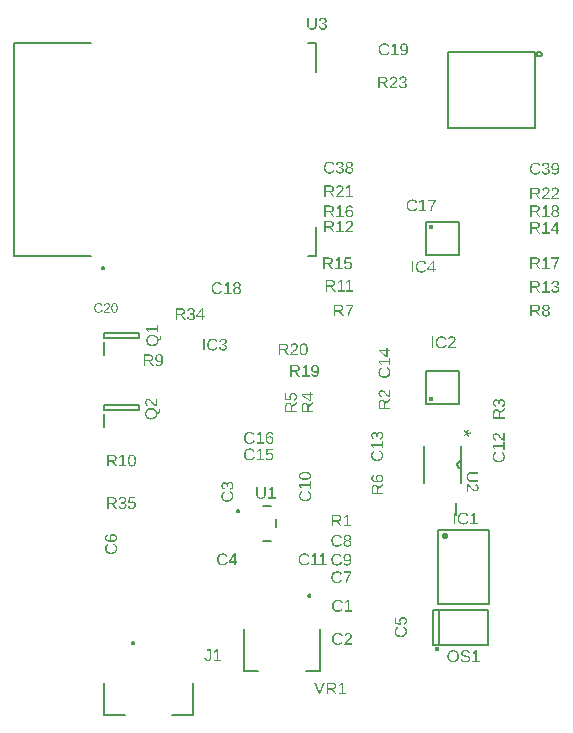
<source format=gbr>
G04 EAGLE Gerber RS-274X export*
G75*
%MOMM*%
%FSLAX34Y34*%
%LPD*%
%INSilkscreen Top*%
%IPPOS*%
%AMOC8*
5,1,8,0,0,1.08239X$1,22.5*%
G01*
G04 Define Apertures*
%ADD10C,0.152400*%
%ADD11C,0.552200*%
%ADD12C,0.203200*%
%ADD13C,0.400000*%
%ADD14C,0.127000*%
%ADD15C,0.200000*%
G36*
X210549Y87220D02*
X210896Y87252D01*
X211233Y87304D01*
X211558Y87376D01*
X211873Y87470D01*
X212176Y87584D01*
X212469Y87719D01*
X212750Y87875D01*
X213018Y88051D01*
X213271Y88246D01*
X213508Y88460D01*
X213730Y88693D01*
X213936Y88945D01*
X214127Y89216D01*
X214302Y89506D01*
X214462Y89815D01*
X213370Y90362D01*
X213093Y89881D01*
X212784Y89464D01*
X212617Y89279D01*
X212442Y89111D01*
X212260Y88959D01*
X212069Y88823D01*
X211870Y88702D01*
X211663Y88598D01*
X211448Y88510D01*
X211225Y88438D01*
X210994Y88382D01*
X210755Y88342D01*
X210508Y88318D01*
X210253Y88310D01*
X209859Y88327D01*
X209486Y88378D01*
X209134Y88465D01*
X208802Y88585D01*
X208492Y88740D01*
X208202Y88930D01*
X207934Y89154D01*
X207686Y89413D01*
X207464Y89699D01*
X207271Y90009D01*
X207108Y90340D01*
X206974Y90693D01*
X206871Y91069D01*
X206796Y91467D01*
X206752Y91887D01*
X206737Y92330D01*
X206751Y92776D01*
X206794Y93198D01*
X206865Y93596D01*
X206965Y93969D01*
X207093Y94318D01*
X207249Y94643D01*
X207434Y94943D01*
X207648Y95219D01*
X207887Y95466D01*
X208148Y95680D01*
X208433Y95861D01*
X208740Y96009D01*
X209070Y96125D01*
X209423Y96207D01*
X209799Y96256D01*
X210197Y96273D01*
X210453Y96266D01*
X210701Y96244D01*
X210940Y96209D01*
X211170Y96159D01*
X211391Y96095D01*
X211603Y96017D01*
X211806Y95924D01*
X212000Y95818D01*
X212184Y95697D01*
X212354Y95565D01*
X212512Y95419D01*
X212656Y95261D01*
X212788Y95090D01*
X212906Y94906D01*
X213011Y94710D01*
X213104Y94501D01*
X214371Y94921D01*
X214238Y95215D01*
X214088Y95490D01*
X213920Y95746D01*
X213734Y95984D01*
X213531Y96203D01*
X213310Y96404D01*
X213072Y96586D01*
X212816Y96749D01*
X212544Y96894D01*
X212255Y97019D01*
X211950Y97125D01*
X211629Y97211D01*
X211292Y97279D01*
X210939Y97327D01*
X210569Y97356D01*
X210183Y97365D01*
X209635Y97345D01*
X209117Y97282D01*
X208629Y97177D01*
X208173Y97031D01*
X207747Y96843D01*
X207352Y96613D01*
X206987Y96341D01*
X206653Y96028D01*
X206354Y95677D01*
X206095Y95295D01*
X205876Y94881D01*
X205697Y94434D01*
X205558Y93956D01*
X205458Y93446D01*
X205398Y92904D01*
X205378Y92330D01*
X205387Y91942D01*
X205414Y91568D01*
X205459Y91207D01*
X205521Y90860D01*
X205601Y90525D01*
X205699Y90204D01*
X205815Y89896D01*
X205949Y89602D01*
X206100Y89322D01*
X206267Y89059D01*
X206450Y88812D01*
X206650Y88583D01*
X206865Y88369D01*
X207097Y88173D01*
X207345Y87993D01*
X207609Y87830D01*
X207888Y87684D01*
X208179Y87559D01*
X208483Y87452D01*
X208799Y87365D01*
X209128Y87297D01*
X209469Y87249D01*
X209823Y87220D01*
X210190Y87210D01*
X210549Y87220D01*
G37*
G36*
X222271Y88422D02*
X219868Y88422D01*
X219868Y97218D01*
X218706Y97218D01*
X216373Y95614D01*
X216373Y94424D01*
X218601Y96014D01*
X218601Y88422D01*
X216086Y88422D01*
X216086Y87350D01*
X222271Y87350D01*
X222271Y88422D01*
G37*
G36*
X183175Y198924D02*
X183741Y198964D01*
X184270Y199030D01*
X184761Y199124D01*
X185215Y199244D01*
X185632Y199391D01*
X186012Y199564D01*
X186354Y199765D01*
X186658Y199992D01*
X186921Y200245D01*
X187144Y200525D01*
X187326Y200831D01*
X187468Y201164D01*
X187569Y201523D01*
X187630Y201909D01*
X187650Y202321D01*
X187630Y202734D01*
X187569Y203120D01*
X187467Y203481D01*
X187324Y203816D01*
X187141Y204124D01*
X186917Y204407D01*
X186653Y204664D01*
X186347Y204895D01*
X186003Y205099D01*
X185623Y205277D01*
X185206Y205426D01*
X184752Y205549D01*
X184262Y205644D01*
X183735Y205713D01*
X183172Y205753D01*
X182572Y205767D01*
X181963Y205754D01*
X181392Y205715D01*
X180860Y205650D01*
X180366Y205560D01*
X179911Y205443D01*
X179494Y205300D01*
X179116Y205132D01*
X178776Y204937D01*
X178476Y204715D01*
X178216Y204465D01*
X177995Y204186D01*
X177815Y203879D01*
X177675Y203543D01*
X177575Y203178D01*
X177515Y202785D01*
X177495Y202363D01*
X177514Y201930D01*
X177574Y201527D01*
X177673Y201154D01*
X177812Y200811D01*
X177990Y200498D01*
X178208Y200215D01*
X178465Y199963D01*
X178762Y199740D01*
X179099Y199546D01*
X179476Y199377D01*
X179892Y199235D01*
X180349Y199118D01*
X180845Y199027D01*
X181381Y198962D01*
X181957Y198923D01*
X182572Y198910D01*
X183175Y198924D01*
G37*
%LPC*%
G36*
X182050Y200193D02*
X181566Y200217D01*
X181121Y200256D01*
X180713Y200312D01*
X180343Y200383D01*
X180012Y200471D01*
X179718Y200574D01*
X179463Y200693D01*
X179241Y200830D01*
X179049Y200988D01*
X178887Y201166D01*
X178754Y201364D01*
X178650Y201583D01*
X178576Y201823D01*
X178532Y202083D01*
X178517Y202363D01*
X178532Y202637D01*
X178577Y202890D01*
X178652Y203124D01*
X178757Y203338D01*
X178892Y203531D01*
X179057Y203705D01*
X179252Y203858D01*
X179477Y203992D01*
X179735Y204107D01*
X180030Y204208D01*
X180362Y204292D01*
X180730Y204362D01*
X181136Y204416D01*
X181578Y204454D01*
X182057Y204478D01*
X182572Y204485D01*
X183071Y204477D01*
X183535Y204453D01*
X183967Y204412D01*
X184365Y204356D01*
X184730Y204283D01*
X185062Y204194D01*
X185361Y204089D01*
X185626Y203967D01*
X185859Y203828D01*
X186061Y203671D01*
X186232Y203495D01*
X186372Y203300D01*
X186481Y203087D01*
X186558Y202855D01*
X186605Y202604D01*
X186621Y202335D01*
X186605Y202064D01*
X186560Y201813D01*
X186484Y201580D01*
X186377Y201366D01*
X186240Y201171D01*
X186073Y200995D01*
X185875Y200838D01*
X185647Y200700D01*
X185386Y200579D01*
X185090Y200475D01*
X184758Y200386D01*
X184392Y200314D01*
X183990Y200257D01*
X183552Y200217D01*
X183080Y200193D01*
X182572Y200185D01*
X182050Y200193D01*
G37*
%LPD*%
G36*
X182918Y180775D02*
X183292Y180802D01*
X183653Y180846D01*
X184000Y180909D01*
X184335Y180989D01*
X184656Y181087D01*
X184964Y181203D01*
X185258Y181337D01*
X185538Y181488D01*
X185801Y181654D01*
X186048Y181838D01*
X186277Y182037D01*
X186491Y182253D01*
X186687Y182484D01*
X186867Y182732D01*
X187030Y182997D01*
X187176Y183275D01*
X187301Y183566D01*
X187408Y183870D01*
X187495Y184186D01*
X187563Y184515D01*
X187611Y184857D01*
X187640Y185211D01*
X187650Y185577D01*
X187640Y185936D01*
X187608Y186284D01*
X187557Y186620D01*
X187484Y186946D01*
X187390Y187260D01*
X187276Y187564D01*
X187141Y187856D01*
X186985Y188137D01*
X186809Y188405D01*
X186614Y188658D01*
X186400Y188895D01*
X186167Y189117D01*
X185915Y189323D01*
X185644Y189514D01*
X185354Y189690D01*
X185045Y189850D01*
X184498Y188757D01*
X184979Y188480D01*
X185396Y188171D01*
X185581Y188004D01*
X185749Y187830D01*
X185901Y187647D01*
X186037Y187456D01*
X186158Y187257D01*
X186262Y187051D01*
X186350Y186836D01*
X186422Y186613D01*
X186478Y186382D01*
X186518Y186143D01*
X186542Y185896D01*
X186551Y185641D01*
X186533Y185247D01*
X186482Y184873D01*
X186395Y184521D01*
X186275Y184190D01*
X186120Y183879D01*
X185930Y183590D01*
X185706Y183321D01*
X185447Y183074D01*
X185161Y182851D01*
X184851Y182658D01*
X184520Y182495D01*
X184167Y182362D01*
X183791Y182258D01*
X183393Y182184D01*
X182973Y182139D01*
X182530Y182125D01*
X182084Y182139D01*
X181662Y182182D01*
X181264Y182253D01*
X180891Y182352D01*
X180542Y182480D01*
X180217Y182637D01*
X179917Y182822D01*
X179641Y183035D01*
X179394Y183274D01*
X179180Y183536D01*
X178999Y183820D01*
X178851Y184128D01*
X178735Y184458D01*
X178653Y184811D01*
X178604Y185186D01*
X178587Y185584D01*
X178594Y185841D01*
X178616Y186089D01*
X178651Y186327D01*
X178701Y186557D01*
X178765Y186778D01*
X178843Y186990D01*
X178936Y187194D01*
X179042Y187388D01*
X179163Y187571D01*
X179295Y187742D01*
X179441Y187899D01*
X179599Y188044D01*
X179770Y188175D01*
X179954Y188293D01*
X180150Y188399D01*
X180359Y188491D01*
X179939Y189759D01*
X179645Y189626D01*
X179370Y189475D01*
X179114Y189307D01*
X178876Y189121D01*
X178657Y188918D01*
X178456Y188698D01*
X178274Y188460D01*
X178111Y188204D01*
X177966Y187931D01*
X177841Y187643D01*
X177735Y187338D01*
X177649Y187017D01*
X177581Y186679D01*
X177533Y186326D01*
X177504Y185956D01*
X177495Y185570D01*
X177516Y185022D01*
X177578Y184504D01*
X177683Y184017D01*
X177829Y183560D01*
X178017Y183134D01*
X178247Y182739D01*
X178519Y182375D01*
X178832Y182041D01*
X179183Y181742D01*
X179565Y181483D01*
X179979Y181264D01*
X180426Y181085D01*
X180904Y180945D01*
X181414Y180846D01*
X181956Y180786D01*
X182530Y180766D01*
X182918Y180775D01*
G37*
G36*
X187510Y197658D02*
X186438Y197658D01*
X186438Y195256D01*
X177642Y195256D01*
X177642Y194093D01*
X179246Y191761D01*
X180436Y191761D01*
X178846Y193988D01*
X186438Y193988D01*
X186438Y191474D01*
X187510Y191474D01*
X187510Y197658D01*
G37*
G36*
X182199Y126570D02*
X182546Y126602D01*
X182883Y126654D01*
X183208Y126726D01*
X183523Y126820D01*
X183826Y126934D01*
X184119Y127069D01*
X184400Y127225D01*
X184668Y127401D01*
X184921Y127596D01*
X185158Y127810D01*
X185380Y128043D01*
X185586Y128295D01*
X185777Y128566D01*
X185952Y128856D01*
X186112Y129165D01*
X185020Y129712D01*
X184743Y129231D01*
X184434Y128814D01*
X184267Y128629D01*
X184092Y128461D01*
X183910Y128309D01*
X183719Y128173D01*
X183520Y128052D01*
X183313Y127948D01*
X183098Y127860D01*
X182875Y127788D01*
X182644Y127732D01*
X182405Y127692D01*
X182158Y127668D01*
X181903Y127660D01*
X181509Y127677D01*
X181136Y127728D01*
X180784Y127815D01*
X180452Y127935D01*
X180142Y128090D01*
X179852Y128280D01*
X179584Y128504D01*
X179336Y128763D01*
X179114Y129049D01*
X178921Y129359D01*
X178758Y129690D01*
X178624Y130043D01*
X178521Y130419D01*
X178446Y130817D01*
X178402Y131237D01*
X178387Y131680D01*
X178401Y132126D01*
X178444Y132548D01*
X178515Y132946D01*
X178615Y133319D01*
X178743Y133668D01*
X178899Y133993D01*
X179084Y134293D01*
X179298Y134569D01*
X179537Y134816D01*
X179798Y135030D01*
X180083Y135211D01*
X180390Y135359D01*
X180720Y135475D01*
X181073Y135557D01*
X181449Y135606D01*
X181847Y135623D01*
X182103Y135616D01*
X182351Y135594D01*
X182590Y135559D01*
X182820Y135509D01*
X183041Y135445D01*
X183253Y135367D01*
X183456Y135274D01*
X183650Y135168D01*
X183834Y135047D01*
X184004Y134915D01*
X184162Y134769D01*
X184306Y134611D01*
X184438Y134440D01*
X184556Y134256D01*
X184661Y134060D01*
X184754Y133851D01*
X186021Y134271D01*
X185888Y134565D01*
X185738Y134840D01*
X185570Y135096D01*
X185384Y135334D01*
X185181Y135553D01*
X184960Y135754D01*
X184722Y135936D01*
X184466Y136099D01*
X184194Y136244D01*
X183905Y136369D01*
X183600Y136475D01*
X183279Y136561D01*
X182942Y136629D01*
X182589Y136677D01*
X182219Y136706D01*
X181833Y136715D01*
X181285Y136695D01*
X180767Y136632D01*
X180279Y136527D01*
X179823Y136381D01*
X179397Y136193D01*
X179002Y135963D01*
X178637Y135691D01*
X178303Y135378D01*
X178004Y135027D01*
X177745Y134645D01*
X177526Y134231D01*
X177347Y133784D01*
X177208Y133306D01*
X177108Y132796D01*
X177048Y132254D01*
X177028Y131680D01*
X177037Y131292D01*
X177064Y130918D01*
X177109Y130557D01*
X177171Y130210D01*
X177251Y129875D01*
X177349Y129554D01*
X177465Y129246D01*
X177599Y128952D01*
X177750Y128672D01*
X177917Y128409D01*
X178100Y128162D01*
X178300Y127933D01*
X178515Y127719D01*
X178747Y127523D01*
X178995Y127343D01*
X179259Y127180D01*
X179538Y127034D01*
X179829Y126909D01*
X180133Y126802D01*
X180449Y126715D01*
X180778Y126647D01*
X181119Y126599D01*
X181473Y126570D01*
X181840Y126560D01*
X182199Y126570D01*
G37*
G36*
X193921Y127772D02*
X191518Y127772D01*
X191518Y136568D01*
X190356Y136568D01*
X188023Y134964D01*
X188023Y133774D01*
X190251Y135364D01*
X190251Y127772D01*
X187736Y127772D01*
X187736Y126700D01*
X193921Y126700D01*
X193921Y127772D01*
G37*
G36*
X200827Y127772D02*
X198425Y127772D01*
X198425Y136568D01*
X197262Y136568D01*
X194930Y134964D01*
X194930Y133774D01*
X197157Y135364D01*
X197157Y127772D01*
X194643Y127772D01*
X194643Y126700D01*
X200827Y126700D01*
X200827Y127772D01*
G37*
G36*
X346918Y213775D02*
X347292Y213802D01*
X347653Y213846D01*
X348000Y213909D01*
X348335Y213989D01*
X348656Y214087D01*
X348964Y214203D01*
X349258Y214337D01*
X349538Y214488D01*
X349801Y214654D01*
X350048Y214838D01*
X350277Y215037D01*
X350491Y215253D01*
X350687Y215484D01*
X350867Y215732D01*
X351030Y215997D01*
X351176Y216275D01*
X351301Y216566D01*
X351408Y216870D01*
X351495Y217186D01*
X351563Y217515D01*
X351611Y217857D01*
X351640Y218211D01*
X351650Y218577D01*
X351640Y218936D01*
X351608Y219284D01*
X351557Y219620D01*
X351484Y219946D01*
X351390Y220260D01*
X351276Y220564D01*
X351141Y220856D01*
X350985Y221137D01*
X350809Y221405D01*
X350614Y221658D01*
X350400Y221895D01*
X350167Y222117D01*
X349915Y222323D01*
X349644Y222514D01*
X349354Y222690D01*
X349045Y222850D01*
X348498Y221757D01*
X348979Y221480D01*
X349396Y221171D01*
X349581Y221004D01*
X349749Y220830D01*
X349901Y220647D01*
X350037Y220456D01*
X350158Y220257D01*
X350262Y220051D01*
X350350Y219836D01*
X350422Y219613D01*
X350478Y219382D01*
X350518Y219143D01*
X350542Y218896D01*
X350551Y218641D01*
X350533Y218247D01*
X350482Y217873D01*
X350395Y217521D01*
X350275Y217190D01*
X350120Y216879D01*
X349930Y216590D01*
X349706Y216321D01*
X349447Y216074D01*
X349161Y215851D01*
X348851Y215658D01*
X348520Y215495D01*
X348167Y215362D01*
X347791Y215258D01*
X347393Y215184D01*
X346973Y215139D01*
X346530Y215125D01*
X346084Y215139D01*
X345662Y215182D01*
X345264Y215253D01*
X344891Y215352D01*
X344542Y215480D01*
X344217Y215637D01*
X343917Y215822D01*
X343641Y216035D01*
X343394Y216274D01*
X343180Y216536D01*
X342999Y216820D01*
X342851Y217128D01*
X342735Y217458D01*
X342653Y217811D01*
X342604Y218186D01*
X342587Y218584D01*
X342594Y218841D01*
X342616Y219089D01*
X342651Y219327D01*
X342701Y219557D01*
X342765Y219778D01*
X342843Y219990D01*
X342936Y220194D01*
X343042Y220388D01*
X343163Y220571D01*
X343295Y220742D01*
X343441Y220899D01*
X343599Y221044D01*
X343770Y221175D01*
X343954Y221293D01*
X344150Y221399D01*
X344359Y221491D01*
X343939Y222759D01*
X343645Y222626D01*
X343370Y222475D01*
X343114Y222307D01*
X342876Y222121D01*
X342657Y221918D01*
X342456Y221698D01*
X342274Y221460D01*
X342111Y221204D01*
X341966Y220931D01*
X341841Y220643D01*
X341735Y220338D01*
X341649Y220017D01*
X341581Y219679D01*
X341533Y219326D01*
X341504Y218956D01*
X341495Y218570D01*
X341516Y218022D01*
X341578Y217504D01*
X341683Y217017D01*
X341829Y216560D01*
X342017Y216134D01*
X342247Y215739D01*
X342519Y215375D01*
X342832Y215041D01*
X343183Y214742D01*
X343565Y214483D01*
X343979Y214264D01*
X344426Y214085D01*
X344904Y213945D01*
X345414Y213846D01*
X345956Y213786D01*
X346530Y213766D01*
X346918Y213775D01*
G37*
G36*
X351510Y238606D02*
X350438Y238606D01*
X350438Y233458D01*
X350191Y233580D01*
X349939Y233735D01*
X349681Y233923D01*
X349419Y234145D01*
X349147Y234403D01*
X348858Y234703D01*
X348232Y235426D01*
X347676Y236099D01*
X347197Y236654D01*
X346797Y237090D01*
X346474Y237408D01*
X346191Y237651D01*
X345907Y237863D01*
X345623Y238042D01*
X345340Y238189D01*
X345056Y238304D01*
X344771Y238386D01*
X344485Y238435D01*
X344198Y238452D01*
X343883Y238439D01*
X343587Y238402D01*
X343310Y238339D01*
X343050Y238251D01*
X342810Y238139D01*
X342587Y238001D01*
X342384Y237838D01*
X342199Y237650D01*
X342034Y237439D01*
X341891Y237206D01*
X341770Y236951D01*
X341671Y236676D01*
X341594Y236378D01*
X341539Y236059D01*
X341506Y235718D01*
X341495Y235356D01*
X341506Y235024D01*
X341538Y234708D01*
X341593Y234407D01*
X341670Y234121D01*
X341768Y233851D01*
X341889Y233596D01*
X342031Y233356D01*
X342195Y233132D01*
X342378Y232928D01*
X342575Y232745D01*
X342788Y232586D01*
X343016Y232449D01*
X343259Y232334D01*
X343517Y232243D01*
X343791Y232174D01*
X344079Y232127D01*
X344198Y233416D01*
X344006Y233446D01*
X343824Y233489D01*
X343654Y233545D01*
X343495Y233615D01*
X343347Y233698D01*
X343210Y233795D01*
X343084Y233905D01*
X342969Y234029D01*
X342777Y234308D01*
X342702Y234460D01*
X342641Y234622D01*
X342593Y234792D01*
X342559Y234971D01*
X342538Y235159D01*
X342531Y235356D01*
X342538Y235562D01*
X342559Y235757D01*
X342594Y235940D01*
X342643Y236111D01*
X342706Y236270D01*
X342783Y236419D01*
X342874Y236555D01*
X342979Y236680D01*
X343097Y236792D01*
X343226Y236888D01*
X343367Y236970D01*
X343519Y237037D01*
X343682Y237089D01*
X343857Y237126D01*
X344043Y237149D01*
X344240Y237156D01*
X344533Y237139D01*
X344811Y237087D01*
X345073Y237001D01*
X345319Y236879D01*
X345554Y236730D01*
X345784Y236560D01*
X346009Y236368D01*
X346229Y236155D01*
X346663Y235679D01*
X347098Y235150D01*
X347550Y234590D01*
X348040Y234025D01*
X348577Y233471D01*
X349174Y232943D01*
X349500Y232696D01*
X349849Y232468D01*
X350223Y232260D01*
X350621Y232071D01*
X351510Y232071D01*
X351510Y238606D01*
G37*
G36*
X351510Y230658D02*
X350438Y230658D01*
X350438Y228256D01*
X341642Y228256D01*
X341642Y227093D01*
X343246Y224761D01*
X344436Y224761D01*
X342846Y226988D01*
X350438Y226988D01*
X350438Y224474D01*
X351510Y224474D01*
X351510Y230658D01*
G37*
G36*
X243918Y214775D02*
X244292Y214802D01*
X244653Y214846D01*
X245000Y214909D01*
X245335Y214989D01*
X245656Y215087D01*
X245964Y215203D01*
X246258Y215337D01*
X246538Y215488D01*
X246801Y215654D01*
X247048Y215838D01*
X247277Y216037D01*
X247491Y216253D01*
X247687Y216484D01*
X247867Y216732D01*
X248030Y216997D01*
X248176Y217275D01*
X248301Y217566D01*
X248408Y217870D01*
X248495Y218186D01*
X248563Y218515D01*
X248611Y218857D01*
X248640Y219211D01*
X248650Y219577D01*
X248640Y219936D01*
X248608Y220284D01*
X248557Y220620D01*
X248484Y220946D01*
X248390Y221260D01*
X248276Y221564D01*
X248141Y221856D01*
X247985Y222137D01*
X247809Y222405D01*
X247614Y222658D01*
X247400Y222895D01*
X247167Y223117D01*
X246915Y223323D01*
X246644Y223514D01*
X246354Y223690D01*
X246045Y223850D01*
X245498Y222757D01*
X245979Y222480D01*
X246396Y222171D01*
X246581Y222004D01*
X246749Y221830D01*
X246901Y221647D01*
X247037Y221456D01*
X247158Y221257D01*
X247262Y221051D01*
X247350Y220836D01*
X247422Y220613D01*
X247478Y220382D01*
X247518Y220143D01*
X247542Y219896D01*
X247551Y219641D01*
X247533Y219247D01*
X247482Y218873D01*
X247395Y218521D01*
X247275Y218190D01*
X247120Y217879D01*
X246930Y217590D01*
X246706Y217321D01*
X246447Y217074D01*
X246161Y216851D01*
X245851Y216658D01*
X245520Y216495D01*
X245167Y216362D01*
X244791Y216258D01*
X244393Y216184D01*
X243973Y216139D01*
X243530Y216125D01*
X243084Y216139D01*
X242662Y216182D01*
X242264Y216253D01*
X241891Y216352D01*
X241542Y216480D01*
X241217Y216637D01*
X240917Y216822D01*
X240641Y217035D01*
X240394Y217274D01*
X240180Y217536D01*
X239999Y217820D01*
X239851Y218128D01*
X239735Y218458D01*
X239653Y218811D01*
X239604Y219186D01*
X239587Y219584D01*
X239594Y219841D01*
X239616Y220089D01*
X239651Y220327D01*
X239701Y220557D01*
X239765Y220778D01*
X239843Y220990D01*
X239936Y221194D01*
X240042Y221388D01*
X240163Y221571D01*
X240295Y221742D01*
X240441Y221899D01*
X240599Y222044D01*
X240770Y222175D01*
X240954Y222293D01*
X241150Y222399D01*
X241359Y222491D01*
X240939Y223759D01*
X240645Y223626D01*
X240370Y223475D01*
X240114Y223307D01*
X239876Y223121D01*
X239657Y222918D01*
X239456Y222698D01*
X239274Y222460D01*
X239111Y222204D01*
X238966Y221931D01*
X238841Y221643D01*
X238735Y221338D01*
X238649Y221017D01*
X238581Y220679D01*
X238533Y220326D01*
X238504Y219956D01*
X238495Y219570D01*
X238516Y219022D01*
X238578Y218504D01*
X238683Y218017D01*
X238829Y217560D01*
X239017Y217134D01*
X239247Y216739D01*
X239519Y216375D01*
X239832Y216041D01*
X240183Y215742D01*
X240565Y215483D01*
X240979Y215264D01*
X241426Y215085D01*
X241904Y214945D01*
X242414Y214846D01*
X242956Y214786D01*
X243530Y214766D01*
X243918Y214775D01*
G37*
G36*
X246295Y232950D02*
X246596Y233026D01*
X246876Y233124D01*
X247136Y233246D01*
X247376Y233390D01*
X247596Y233556D01*
X247795Y233745D01*
X247974Y233957D01*
X248133Y234190D01*
X248270Y234442D01*
X248386Y234712D01*
X248481Y235002D01*
X248555Y235310D01*
X248608Y235638D01*
X248640Y235984D01*
X248650Y236349D01*
X248638Y236740D01*
X248603Y237108D01*
X248545Y237453D01*
X248463Y237774D01*
X248357Y238073D01*
X248229Y238348D01*
X248076Y238600D01*
X247901Y238829D01*
X247704Y239032D01*
X247487Y239208D01*
X247252Y239358D01*
X246997Y239480D01*
X246723Y239575D01*
X246430Y239643D01*
X246117Y239683D01*
X245786Y239697D01*
X245554Y239687D01*
X245333Y239658D01*
X245122Y239610D01*
X244921Y239543D01*
X244730Y239456D01*
X244549Y239350D01*
X244378Y239225D01*
X244217Y239081D01*
X244069Y238919D01*
X243937Y238742D01*
X243820Y238549D01*
X243719Y238342D01*
X243635Y238119D01*
X243565Y237880D01*
X243512Y237627D01*
X243474Y237358D01*
X243446Y237358D01*
X243388Y237602D01*
X243317Y237832D01*
X243235Y238047D01*
X243141Y238246D01*
X243035Y238431D01*
X242916Y238601D01*
X242786Y238755D01*
X242644Y238895D01*
X242491Y239019D01*
X242326Y239126D01*
X242151Y239217D01*
X241964Y239292D01*
X241766Y239349D01*
X241558Y239391D01*
X241338Y239416D01*
X241107Y239424D01*
X240807Y239411D01*
X240525Y239372D01*
X240259Y239308D01*
X240010Y239218D01*
X239778Y239102D01*
X239563Y238961D01*
X239365Y238794D01*
X239184Y238601D01*
X239023Y238385D01*
X238883Y238148D01*
X238764Y237891D01*
X238667Y237612D01*
X238592Y237314D01*
X238538Y236994D01*
X238505Y236654D01*
X238495Y236293D01*
X238505Y235961D01*
X238537Y235645D01*
X238590Y235344D01*
X238664Y235058D01*
X238760Y234788D01*
X238877Y234533D01*
X239015Y234293D01*
X239174Y234069D01*
X239352Y233865D01*
X239547Y233682D01*
X239758Y233523D01*
X239986Y233386D01*
X240231Y233271D01*
X240492Y233180D01*
X240770Y233111D01*
X241065Y233064D01*
X241163Y234332D01*
X240974Y234360D01*
X240796Y234401D01*
X240629Y234456D01*
X240473Y234524D01*
X240328Y234605D01*
X240194Y234700D01*
X240071Y234809D01*
X239958Y234931D01*
X239858Y235065D01*
X239771Y235208D01*
X239698Y235362D01*
X239638Y235525D01*
X239591Y235699D01*
X239558Y235882D01*
X239538Y236076D01*
X239531Y236279D01*
X239538Y236501D01*
X239560Y236710D01*
X239596Y236904D01*
X239646Y237084D01*
X239710Y237250D01*
X239789Y237401D01*
X239882Y237539D01*
X239990Y237662D01*
X240110Y237772D01*
X240240Y237866D01*
X240381Y237946D01*
X240532Y238012D01*
X240693Y238063D01*
X240865Y238099D01*
X241047Y238121D01*
X241240Y238128D01*
X241434Y238119D01*
X241618Y238092D01*
X241790Y238048D01*
X241952Y237985D01*
X242103Y237905D01*
X242243Y237807D01*
X242372Y237691D01*
X242490Y237557D01*
X242596Y237407D01*
X242688Y237243D01*
X242766Y237064D01*
X242829Y236870D01*
X242878Y236662D01*
X242914Y236439D01*
X242935Y236202D01*
X242942Y235950D01*
X242942Y235264D01*
X244035Y235264D01*
X244035Y235978D01*
X244042Y236262D01*
X244063Y236528D01*
X244098Y236778D01*
X244148Y237010D01*
X244211Y237225D01*
X244289Y237423D01*
X244380Y237604D01*
X244486Y237767D01*
X244605Y237913D01*
X244734Y238039D01*
X244875Y238145D01*
X245027Y238232D01*
X245189Y238300D01*
X245363Y238349D01*
X245548Y238378D01*
X245744Y238387D01*
X245968Y238379D01*
X246177Y238353D01*
X246373Y238311D01*
X246554Y238252D01*
X246721Y238175D01*
X246874Y238082D01*
X247013Y237972D01*
X247137Y237844D01*
X247247Y237702D01*
X247343Y237547D01*
X247423Y237380D01*
X247489Y237199D01*
X247541Y237006D01*
X247577Y236800D01*
X247599Y236581D01*
X247607Y236349D01*
X247600Y236118D01*
X247579Y235900D01*
X247545Y235695D01*
X247497Y235503D01*
X247436Y235324D01*
X247360Y235157D01*
X247271Y235003D01*
X247169Y234863D01*
X247053Y234735D01*
X246923Y234620D01*
X246779Y234517D01*
X246622Y234428D01*
X246451Y234351D01*
X246266Y234288D01*
X246068Y234237D01*
X245856Y234199D01*
X245975Y232896D01*
X246295Y232950D01*
G37*
G36*
X248510Y231658D02*
X247438Y231658D01*
X247438Y229256D01*
X238642Y229256D01*
X238642Y228093D01*
X240246Y225761D01*
X241436Y225761D01*
X239846Y227988D01*
X247438Y227988D01*
X247438Y225474D01*
X248510Y225474D01*
X248510Y231658D01*
G37*
G36*
X252416Y307942D02*
X254650Y307942D01*
X254650Y309133D01*
X252416Y309133D01*
X252416Y310520D01*
X251421Y310520D01*
X251421Y309133D01*
X244782Y309133D01*
X244782Y307809D01*
X251435Y303292D01*
X252416Y303292D01*
X252416Y307942D01*
G37*
G36*
X250058Y285387D02*
X250432Y285414D01*
X250793Y285459D01*
X251140Y285521D01*
X251475Y285601D01*
X251796Y285699D01*
X252104Y285815D01*
X252398Y285949D01*
X252678Y286100D01*
X252941Y286267D01*
X253188Y286450D01*
X253417Y286650D01*
X253631Y286865D01*
X253827Y287097D01*
X254007Y287345D01*
X254170Y287609D01*
X254316Y287888D01*
X254441Y288179D01*
X254548Y288483D01*
X254635Y288799D01*
X254703Y289128D01*
X254751Y289469D01*
X254780Y289823D01*
X254790Y290190D01*
X254780Y290549D01*
X254748Y290896D01*
X254697Y291233D01*
X254624Y291558D01*
X254530Y291873D01*
X254416Y292176D01*
X254281Y292469D01*
X254125Y292750D01*
X253949Y293018D01*
X253754Y293271D01*
X253540Y293508D01*
X253307Y293730D01*
X253055Y293936D01*
X252784Y294127D01*
X252494Y294302D01*
X252185Y294462D01*
X251638Y293370D01*
X252119Y293093D01*
X252536Y292784D01*
X252721Y292617D01*
X252889Y292442D01*
X253041Y292260D01*
X253177Y292069D01*
X253298Y291870D01*
X253402Y291663D01*
X253490Y291448D01*
X253562Y291225D01*
X253618Y290994D01*
X253658Y290755D01*
X253682Y290508D01*
X253691Y290253D01*
X253673Y289859D01*
X253622Y289486D01*
X253535Y289134D01*
X253415Y288802D01*
X253260Y288492D01*
X253070Y288202D01*
X252846Y287934D01*
X252587Y287686D01*
X252301Y287464D01*
X251991Y287271D01*
X251660Y287108D01*
X251307Y286974D01*
X250931Y286871D01*
X250533Y286796D01*
X250113Y286752D01*
X249670Y286737D01*
X249224Y286751D01*
X248802Y286794D01*
X248404Y286865D01*
X248031Y286965D01*
X247682Y287093D01*
X247357Y287249D01*
X247057Y287434D01*
X246781Y287648D01*
X246534Y287887D01*
X246320Y288148D01*
X246139Y288433D01*
X245991Y288740D01*
X245875Y289070D01*
X245793Y289423D01*
X245744Y289799D01*
X245727Y290197D01*
X245734Y290453D01*
X245756Y290701D01*
X245791Y290940D01*
X245841Y291170D01*
X245905Y291391D01*
X245983Y291603D01*
X246076Y291806D01*
X246182Y292000D01*
X246303Y292184D01*
X246435Y292354D01*
X246581Y292512D01*
X246739Y292656D01*
X246910Y292788D01*
X247094Y292906D01*
X247290Y293011D01*
X247499Y293104D01*
X247079Y294371D01*
X246785Y294238D01*
X246510Y294088D01*
X246254Y293920D01*
X246016Y293734D01*
X245797Y293531D01*
X245596Y293310D01*
X245414Y293072D01*
X245251Y292816D01*
X245106Y292544D01*
X244981Y292255D01*
X244875Y291950D01*
X244789Y291629D01*
X244721Y291292D01*
X244673Y290939D01*
X244644Y290569D01*
X244635Y290183D01*
X244656Y289635D01*
X244718Y289117D01*
X244823Y288629D01*
X244969Y288173D01*
X245157Y287747D01*
X245387Y287352D01*
X245659Y286987D01*
X245972Y286653D01*
X246323Y286354D01*
X246705Y286095D01*
X247119Y285876D01*
X247566Y285697D01*
X248044Y285558D01*
X248554Y285458D01*
X249096Y285398D01*
X249670Y285378D01*
X250058Y285387D01*
G37*
G36*
X254650Y302271D02*
X253578Y302271D01*
X253578Y299868D01*
X244782Y299868D01*
X244782Y298706D01*
X246386Y296373D01*
X247576Y296373D01*
X245986Y298601D01*
X253578Y298601D01*
X253578Y296086D01*
X254650Y296086D01*
X254650Y302271D01*
G37*
%LPC*%
G36*
X251281Y304566D02*
X250763Y304945D01*
X247037Y307473D01*
X246575Y307746D01*
X246203Y307942D01*
X251421Y307942D01*
X251421Y304454D01*
X251281Y304566D01*
G37*
%LPD*%
G36*
X135936Y215360D02*
X136284Y215392D01*
X136620Y215444D01*
X136946Y215516D01*
X137260Y215610D01*
X137564Y215724D01*
X137856Y215859D01*
X138137Y216015D01*
X138405Y216191D01*
X138658Y216386D01*
X138895Y216600D01*
X139117Y216833D01*
X139323Y217085D01*
X139514Y217356D01*
X139690Y217646D01*
X139850Y217955D01*
X138757Y218502D01*
X138480Y218021D01*
X138171Y217604D01*
X138004Y217419D01*
X137830Y217251D01*
X137647Y217099D01*
X137456Y216963D01*
X137257Y216842D01*
X137051Y216738D01*
X136836Y216650D01*
X136613Y216578D01*
X136382Y216522D01*
X136143Y216482D01*
X135896Y216458D01*
X135641Y216450D01*
X135247Y216467D01*
X134873Y216518D01*
X134521Y216605D01*
X134190Y216725D01*
X133879Y216880D01*
X133590Y217070D01*
X133321Y217294D01*
X133074Y217553D01*
X132851Y217839D01*
X132658Y218149D01*
X132495Y218480D01*
X132362Y218833D01*
X132258Y219209D01*
X132184Y219607D01*
X132139Y220027D01*
X132125Y220470D01*
X132139Y220916D01*
X132182Y221338D01*
X132253Y221736D01*
X132352Y222109D01*
X132480Y222458D01*
X132637Y222783D01*
X132822Y223083D01*
X133035Y223359D01*
X133274Y223606D01*
X133536Y223820D01*
X133820Y224001D01*
X134128Y224149D01*
X134458Y224265D01*
X134811Y224347D01*
X135186Y224396D01*
X135584Y224413D01*
X135841Y224406D01*
X136089Y224384D01*
X136327Y224349D01*
X136557Y224299D01*
X136778Y224235D01*
X136990Y224157D01*
X137194Y224064D01*
X137388Y223958D01*
X137571Y223837D01*
X137742Y223705D01*
X137899Y223559D01*
X138044Y223401D01*
X138175Y223230D01*
X138293Y223046D01*
X138399Y222850D01*
X138491Y222641D01*
X139759Y223061D01*
X139626Y223355D01*
X139475Y223630D01*
X139307Y223886D01*
X139121Y224124D01*
X138918Y224343D01*
X138698Y224544D01*
X138460Y224726D01*
X138204Y224889D01*
X137931Y225034D01*
X137643Y225159D01*
X137338Y225265D01*
X137017Y225351D01*
X136679Y225419D01*
X136326Y225467D01*
X135956Y225496D01*
X135570Y225505D01*
X135022Y225485D01*
X134504Y225422D01*
X134017Y225317D01*
X133560Y225171D01*
X133134Y224983D01*
X132739Y224753D01*
X132375Y224481D01*
X132041Y224168D01*
X131742Y223817D01*
X131483Y223435D01*
X131264Y223021D01*
X131085Y222574D01*
X130945Y222096D01*
X130846Y221586D01*
X130786Y221044D01*
X130766Y220470D01*
X130775Y220082D01*
X130802Y219708D01*
X130846Y219347D01*
X130909Y219000D01*
X130989Y218665D01*
X131087Y218344D01*
X131203Y218036D01*
X131337Y217742D01*
X131488Y217462D01*
X131654Y217199D01*
X131838Y216952D01*
X132037Y216723D01*
X132253Y216509D01*
X132484Y216313D01*
X132732Y216133D01*
X132997Y215970D01*
X133275Y215824D01*
X133566Y215699D01*
X133870Y215592D01*
X134186Y215505D01*
X134515Y215437D01*
X134857Y215389D01*
X135211Y215360D01*
X135577Y215350D01*
X135936Y215360D01*
G37*
G36*
X152623Y215364D02*
X153001Y215406D01*
X153357Y215476D01*
X153690Y215574D01*
X154000Y215700D01*
X154288Y215854D01*
X154554Y216036D01*
X154797Y216246D01*
X155014Y216481D01*
X155203Y216736D01*
X155362Y217012D01*
X155493Y217309D01*
X155594Y217627D01*
X155667Y217965D01*
X155710Y218325D01*
X155725Y218705D01*
X155711Y219040D01*
X155671Y219359D01*
X155603Y219661D01*
X155509Y219948D01*
X155387Y220218D01*
X155238Y220472D01*
X155063Y220710D01*
X154860Y220932D01*
X154635Y221132D01*
X154391Y221306D01*
X154128Y221453D01*
X153847Y221573D01*
X153548Y221666D01*
X153230Y221733D01*
X152893Y221773D01*
X152538Y221786D01*
X152240Y221777D01*
X151954Y221747D01*
X151680Y221698D01*
X151419Y221629D01*
X151171Y221540D01*
X150935Y221432D01*
X150711Y221304D01*
X150500Y221156D01*
X150689Y224287D01*
X155151Y224287D01*
X155151Y225358D01*
X149541Y225358D01*
X149211Y220049D01*
X150444Y220049D01*
X150665Y220228D01*
X150885Y220379D01*
X151106Y220501D01*
X151327Y220596D01*
X151552Y220666D01*
X151785Y220717D01*
X152028Y220747D01*
X152279Y220757D01*
X152518Y220748D01*
X152744Y220721D01*
X152958Y220676D01*
X153159Y220613D01*
X153347Y220533D01*
X153523Y220434D01*
X153687Y220317D01*
X153837Y220183D01*
X153973Y220033D01*
X154090Y219873D01*
X154190Y219702D01*
X154271Y219519D01*
X154334Y219325D01*
X154379Y219120D01*
X154406Y218904D01*
X154415Y218677D01*
X154406Y218416D01*
X154379Y218170D01*
X154335Y217938D01*
X154272Y217720D01*
X154191Y217516D01*
X154092Y217327D01*
X153976Y217153D01*
X153841Y216992D01*
X153690Y216849D01*
X153526Y216724D01*
X153348Y216619D01*
X153156Y216533D01*
X152951Y216466D01*
X152731Y216418D01*
X152498Y216389D01*
X152251Y216379D01*
X151857Y216402D01*
X151503Y216471D01*
X151188Y216585D01*
X150912Y216745D01*
X150675Y216951D01*
X150477Y217203D01*
X150318Y217500D01*
X150199Y217843D01*
X148924Y217696D01*
X148990Y217419D01*
X149075Y217159D01*
X149180Y216916D01*
X149304Y216689D01*
X149448Y216480D01*
X149611Y216287D01*
X149794Y216111D01*
X149996Y215952D01*
X150216Y215811D01*
X150453Y215689D01*
X150706Y215585D01*
X150976Y215501D01*
X151263Y215435D01*
X151566Y215388D01*
X151886Y215359D01*
X152223Y215350D01*
X152623Y215364D01*
G37*
G36*
X147658Y216562D02*
X145256Y216562D01*
X145256Y225358D01*
X144093Y225358D01*
X141761Y223754D01*
X141761Y222564D01*
X143988Y224154D01*
X143988Y216562D01*
X141474Y216562D01*
X141474Y215490D01*
X147658Y215490D01*
X147658Y216562D01*
G37*
G36*
X152873Y229364D02*
X153216Y229406D01*
X153538Y229477D01*
X153841Y229576D01*
X154123Y229703D01*
X154386Y229858D01*
X154628Y230042D01*
X154850Y230253D01*
X155048Y230490D01*
X155220Y230746D01*
X155366Y231024D01*
X155485Y231321D01*
X155578Y231640D01*
X155644Y231979D01*
X155684Y232339D01*
X155697Y232719D01*
X155684Y233070D01*
X155647Y233403D01*
X155584Y233718D01*
X155496Y234014D01*
X155384Y234292D01*
X155246Y234552D01*
X155083Y234793D01*
X154895Y235016D01*
X154686Y235216D01*
X154459Y235390D01*
X154214Y235537D01*
X153952Y235657D01*
X153672Y235750D01*
X153375Y235817D01*
X153060Y235857D01*
X152727Y235870D01*
X152336Y235850D01*
X151967Y235787D01*
X151622Y235683D01*
X151299Y235538D01*
X151004Y235352D01*
X150745Y235129D01*
X150521Y234867D01*
X150332Y234568D01*
X150341Y235030D01*
X150369Y235464D01*
X150415Y235870D01*
X150480Y236248D01*
X150563Y236597D01*
X150665Y236919D01*
X150785Y237212D01*
X150924Y237478D01*
X151079Y237713D01*
X151250Y237918D01*
X151436Y238090D01*
X151637Y238232D01*
X151854Y238342D01*
X152085Y238420D01*
X152332Y238467D01*
X152594Y238483D01*
X152894Y238464D01*
X153166Y238408D01*
X153410Y238313D01*
X153627Y238182D01*
X153817Y238012D01*
X153978Y237805D01*
X154113Y237561D01*
X154219Y237278D01*
X155424Y237495D01*
X155345Y237739D01*
X155253Y237966D01*
X155148Y238178D01*
X155030Y238375D01*
X154899Y238555D01*
X154755Y238720D01*
X154599Y238869D01*
X154429Y239003D01*
X154247Y239121D01*
X154052Y239223D01*
X153843Y239309D01*
X153622Y239380D01*
X153388Y239435D01*
X153141Y239474D01*
X152881Y239498D01*
X152608Y239505D01*
X152197Y239484D01*
X151809Y239420D01*
X151446Y239312D01*
X151108Y239162D01*
X150793Y238969D01*
X150503Y238733D01*
X150237Y238454D01*
X149996Y238133D01*
X149781Y237771D01*
X149594Y237372D01*
X149437Y236936D01*
X149308Y236462D01*
X149207Y235952D01*
X149136Y235404D01*
X149093Y234819D01*
X149078Y234197D01*
X149092Y233622D01*
X149134Y233083D01*
X149202Y232580D01*
X149299Y232111D01*
X149423Y231678D01*
X149575Y231280D01*
X149754Y230917D01*
X149961Y230590D01*
X150194Y230299D01*
X150451Y230047D01*
X150733Y229834D01*
X151039Y229660D01*
X151370Y229524D01*
X151726Y229427D01*
X152106Y229369D01*
X152510Y229350D01*
X152873Y229364D01*
G37*
G36*
X135936Y229360D02*
X136284Y229392D01*
X136620Y229444D01*
X136946Y229516D01*
X137260Y229610D01*
X137564Y229724D01*
X137856Y229859D01*
X138137Y230015D01*
X138405Y230191D01*
X138658Y230386D01*
X138895Y230600D01*
X139117Y230833D01*
X139323Y231085D01*
X139514Y231356D01*
X139690Y231646D01*
X139850Y231955D01*
X138757Y232502D01*
X138480Y232021D01*
X138171Y231604D01*
X138004Y231419D01*
X137830Y231251D01*
X137647Y231099D01*
X137456Y230963D01*
X137257Y230842D01*
X137051Y230738D01*
X136836Y230650D01*
X136613Y230578D01*
X136382Y230522D01*
X136143Y230482D01*
X135896Y230458D01*
X135641Y230450D01*
X135247Y230467D01*
X134873Y230518D01*
X134521Y230605D01*
X134190Y230725D01*
X133879Y230880D01*
X133590Y231070D01*
X133321Y231294D01*
X133074Y231553D01*
X132851Y231839D01*
X132658Y232149D01*
X132495Y232480D01*
X132362Y232833D01*
X132258Y233209D01*
X132184Y233607D01*
X132139Y234027D01*
X132125Y234470D01*
X132139Y234916D01*
X132182Y235338D01*
X132253Y235736D01*
X132352Y236109D01*
X132480Y236458D01*
X132637Y236783D01*
X132822Y237083D01*
X133035Y237359D01*
X133274Y237606D01*
X133536Y237820D01*
X133820Y238001D01*
X134128Y238149D01*
X134458Y238265D01*
X134811Y238347D01*
X135186Y238396D01*
X135584Y238413D01*
X135841Y238406D01*
X136089Y238384D01*
X136327Y238349D01*
X136557Y238299D01*
X136778Y238235D01*
X136990Y238157D01*
X137194Y238064D01*
X137388Y237958D01*
X137571Y237837D01*
X137742Y237705D01*
X137899Y237559D01*
X138044Y237401D01*
X138175Y237230D01*
X138293Y237046D01*
X138399Y236850D01*
X138491Y236641D01*
X139759Y237061D01*
X139626Y237355D01*
X139475Y237630D01*
X139307Y237886D01*
X139121Y238124D01*
X138918Y238343D01*
X138698Y238544D01*
X138460Y238726D01*
X138204Y238889D01*
X137931Y239034D01*
X137643Y239159D01*
X137338Y239265D01*
X137017Y239351D01*
X136679Y239419D01*
X136326Y239467D01*
X135956Y239496D01*
X135570Y239505D01*
X135022Y239485D01*
X134504Y239422D01*
X134017Y239317D01*
X133560Y239171D01*
X133134Y238983D01*
X132739Y238753D01*
X132375Y238481D01*
X132041Y238168D01*
X131742Y237817D01*
X131483Y237435D01*
X131264Y237021D01*
X131085Y236574D01*
X130945Y236096D01*
X130846Y235586D01*
X130786Y235044D01*
X130766Y234470D01*
X130775Y234082D01*
X130802Y233708D01*
X130846Y233347D01*
X130909Y233000D01*
X130989Y232665D01*
X131087Y232344D01*
X131203Y232036D01*
X131337Y231742D01*
X131488Y231462D01*
X131654Y231199D01*
X131838Y230952D01*
X132037Y230723D01*
X132253Y230509D01*
X132484Y230313D01*
X132732Y230133D01*
X132997Y229970D01*
X133275Y229824D01*
X133566Y229699D01*
X133870Y229592D01*
X134186Y229505D01*
X134515Y229437D01*
X134857Y229389D01*
X135211Y229360D01*
X135577Y229350D01*
X135936Y229360D01*
G37*
G36*
X147658Y230562D02*
X145256Y230562D01*
X145256Y239358D01*
X144093Y239358D01*
X141761Y237754D01*
X141761Y236564D01*
X143988Y238154D01*
X143988Y230562D01*
X141474Y230562D01*
X141474Y229490D01*
X147658Y229490D01*
X147658Y230562D01*
G37*
%LPC*%
G36*
X152253Y230377D02*
X152047Y230411D01*
X151851Y230468D01*
X151665Y230548D01*
X151490Y230650D01*
X151324Y230775D01*
X151168Y230923D01*
X151022Y231094D01*
X150890Y231282D01*
X150775Y231484D01*
X150678Y231698D01*
X150599Y231926D01*
X150537Y232166D01*
X150493Y232419D01*
X150467Y232685D01*
X150458Y232964D01*
X150467Y233184D01*
X150492Y233391D01*
X150534Y233587D01*
X150594Y233770D01*
X150670Y233941D01*
X150763Y234100D01*
X150874Y234247D01*
X151001Y234382D01*
X151142Y234503D01*
X151294Y234607D01*
X151456Y234696D01*
X151629Y234768D01*
X151812Y234825D01*
X152006Y234865D01*
X152211Y234889D01*
X152426Y234897D01*
X152654Y234888D01*
X152870Y234861D01*
X153072Y234815D01*
X153261Y234752D01*
X153438Y234670D01*
X153602Y234570D01*
X153752Y234452D01*
X153890Y234316D01*
X154013Y234163D01*
X154120Y233994D01*
X154210Y233811D01*
X154284Y233612D01*
X154341Y233397D01*
X154382Y233168D01*
X154407Y232923D01*
X154415Y232663D01*
X154407Y232402D01*
X154383Y232156D01*
X154342Y231924D01*
X154286Y231706D01*
X154213Y231502D01*
X154124Y231313D01*
X154018Y231139D01*
X153897Y230978D01*
X153761Y230835D01*
X153613Y230710D01*
X153453Y230605D01*
X153281Y230519D01*
X153096Y230452D01*
X152899Y230404D01*
X152690Y230375D01*
X152468Y230365D01*
X152253Y230377D01*
G37*
%LPD*%
G36*
X273549Y426220D02*
X273896Y426252D01*
X274233Y426304D01*
X274558Y426376D01*
X274873Y426470D01*
X275176Y426584D01*
X275469Y426719D01*
X275750Y426875D01*
X276018Y427051D01*
X276271Y427246D01*
X276508Y427460D01*
X276730Y427693D01*
X276936Y427945D01*
X277127Y428216D01*
X277302Y428506D01*
X277462Y428815D01*
X276370Y429362D01*
X276093Y428881D01*
X275784Y428464D01*
X275617Y428279D01*
X275442Y428111D01*
X275260Y427959D01*
X275069Y427823D01*
X274870Y427702D01*
X274663Y427598D01*
X274448Y427510D01*
X274225Y427438D01*
X273994Y427382D01*
X273755Y427342D01*
X273508Y427318D01*
X273253Y427310D01*
X272859Y427327D01*
X272486Y427378D01*
X272134Y427465D01*
X271802Y427585D01*
X271492Y427740D01*
X271202Y427930D01*
X270934Y428154D01*
X270686Y428413D01*
X270464Y428699D01*
X270271Y429009D01*
X270108Y429340D01*
X269974Y429693D01*
X269871Y430069D01*
X269796Y430467D01*
X269752Y430887D01*
X269737Y431330D01*
X269751Y431776D01*
X269794Y432198D01*
X269865Y432596D01*
X269965Y432969D01*
X270093Y433318D01*
X270249Y433643D01*
X270434Y433943D01*
X270648Y434219D01*
X270887Y434466D01*
X271148Y434680D01*
X271433Y434861D01*
X271740Y435009D01*
X272070Y435125D01*
X272423Y435207D01*
X272799Y435256D01*
X273197Y435273D01*
X273453Y435266D01*
X273701Y435244D01*
X273940Y435209D01*
X274170Y435159D01*
X274391Y435095D01*
X274603Y435017D01*
X274806Y434924D01*
X275000Y434818D01*
X275184Y434697D01*
X275354Y434565D01*
X275512Y434419D01*
X275656Y434261D01*
X275788Y434090D01*
X275906Y433906D01*
X276011Y433710D01*
X276104Y433501D01*
X277371Y433921D01*
X277238Y434215D01*
X277088Y434490D01*
X276920Y434746D01*
X276734Y434984D01*
X276531Y435203D01*
X276310Y435404D01*
X276072Y435586D01*
X275816Y435749D01*
X275544Y435894D01*
X275255Y436019D01*
X274950Y436125D01*
X274629Y436211D01*
X274292Y436279D01*
X273939Y436327D01*
X273569Y436356D01*
X273183Y436365D01*
X272635Y436345D01*
X272117Y436282D01*
X271629Y436177D01*
X271173Y436031D01*
X270747Y435843D01*
X270352Y435613D01*
X269987Y435341D01*
X269653Y435028D01*
X269354Y434677D01*
X269095Y434295D01*
X268876Y433881D01*
X268697Y433434D01*
X268558Y432956D01*
X268458Y432446D01*
X268398Y431904D01*
X268378Y431330D01*
X268387Y430942D01*
X268414Y430568D01*
X268459Y430207D01*
X268521Y429860D01*
X268601Y429525D01*
X268699Y429204D01*
X268815Y428896D01*
X268949Y428602D01*
X269100Y428322D01*
X269267Y428059D01*
X269450Y427812D01*
X269650Y427583D01*
X269865Y427369D01*
X270097Y427173D01*
X270345Y426993D01*
X270609Y426830D01*
X270888Y426684D01*
X271179Y426559D01*
X271483Y426452D01*
X271799Y426365D01*
X272128Y426297D01*
X272469Y426249D01*
X272823Y426220D01*
X273190Y426210D01*
X273549Y426220D01*
G37*
G36*
X285271Y427422D02*
X282868Y427422D01*
X282868Y436218D01*
X281706Y436218D01*
X279373Y434614D01*
X279373Y433424D01*
X281601Y435014D01*
X281601Y427422D01*
X279086Y427422D01*
X279086Y426350D01*
X285271Y426350D01*
X285271Y427422D01*
G37*
G36*
X289855Y427027D02*
X289914Y427693D01*
X290011Y428347D01*
X290147Y428990D01*
X290323Y429630D01*
X290537Y430274D01*
X290790Y430922D01*
X291082Y431575D01*
X291450Y432292D01*
X291928Y433135D01*
X292518Y434103D01*
X293218Y435196D01*
X293218Y436218D01*
X286698Y436218D01*
X286698Y435147D01*
X292000Y435147D01*
X291547Y434476D01*
X291128Y433824D01*
X290743Y433193D01*
X290392Y432581D01*
X290073Y431989D01*
X289789Y431417D01*
X289538Y430864D01*
X289321Y430332D01*
X289133Y429812D01*
X288970Y429299D01*
X288832Y428792D01*
X288719Y428291D01*
X288632Y427796D01*
X288569Y427308D01*
X288531Y426826D01*
X288519Y426350D01*
X289836Y426350D01*
X289855Y427027D01*
G37*
G36*
X125349Y356222D02*
X125720Y356258D01*
X126067Y356317D01*
X126390Y356401D01*
X126690Y356508D01*
X126966Y356639D01*
X127219Y356794D01*
X127448Y356973D01*
X127652Y357174D01*
X127828Y357393D01*
X127977Y357631D01*
X128099Y357887D01*
X128194Y358163D01*
X128262Y358457D01*
X128303Y358770D01*
X128316Y359102D01*
X128308Y359341D01*
X128284Y359569D01*
X128243Y359787D01*
X128185Y359995D01*
X128111Y360192D01*
X128021Y360380D01*
X127914Y360557D01*
X127791Y360724D01*
X127764Y360754D01*
X127653Y360878D01*
X127502Y361017D01*
X127338Y361140D01*
X127161Y361248D01*
X126970Y361341D01*
X126767Y361418D01*
X126550Y361480D01*
X126320Y361526D01*
X126320Y361554D01*
X126518Y361601D01*
X126705Y361664D01*
X126881Y361741D01*
X127047Y361832D01*
X127202Y361938D01*
X127332Y362048D01*
X127346Y362059D01*
X127479Y362195D01*
X127602Y362345D01*
X127807Y362674D01*
X127888Y362849D01*
X127954Y363030D01*
X128005Y363218D01*
X128042Y363413D01*
X128064Y363615D01*
X128071Y363823D01*
X128058Y364108D01*
X128019Y364378D01*
X127953Y364632D01*
X127860Y364872D01*
X127742Y365096D01*
X127597Y365306D01*
X127425Y365500D01*
X127227Y365679D01*
X127007Y365840D01*
X126767Y365979D01*
X126508Y366097D01*
X126230Y366194D01*
X125933Y366269D01*
X125617Y366323D01*
X125281Y366355D01*
X124927Y366365D01*
X124580Y366354D01*
X124252Y366322D01*
X123942Y366267D01*
X123649Y366190D01*
X123375Y366092D01*
X123119Y365971D01*
X122881Y365829D01*
X122661Y365665D01*
X122463Y365483D01*
X122292Y365288D01*
X122147Y365080D01*
X122028Y364858D01*
X121936Y364623D01*
X121870Y364374D01*
X121830Y364112D01*
X121817Y363837D01*
X121824Y363629D01*
X121846Y363427D01*
X121882Y363232D01*
X121933Y363044D01*
X121999Y362863D01*
X122079Y362688D01*
X122283Y362359D01*
X122404Y362209D01*
X122537Y362072D01*
X122680Y361949D01*
X122833Y361839D01*
X122998Y361744D01*
X123172Y361662D01*
X123358Y361594D01*
X123554Y361540D01*
X123554Y361512D01*
X123343Y361469D01*
X123142Y361409D01*
X122951Y361334D01*
X122769Y361242D01*
X122597Y361134D01*
X122435Y361010D01*
X122282Y360870D01*
X122139Y360713D01*
X122009Y360544D01*
X121897Y360365D01*
X121802Y360176D01*
X121724Y359978D01*
X121664Y359770D01*
X121620Y359552D01*
X121594Y359325D01*
X121586Y359088D01*
X121600Y358753D01*
X121642Y358438D01*
X121711Y358142D01*
X121809Y357866D01*
X121935Y357610D01*
X122088Y357373D01*
X122270Y357157D01*
X122479Y356959D01*
X122713Y356784D01*
X122968Y356631D01*
X123246Y356503D01*
X123544Y356397D01*
X123865Y356315D01*
X124206Y356257D01*
X124570Y356222D01*
X124955Y356210D01*
X125349Y356222D01*
G37*
G36*
X108549Y356220D02*
X108896Y356252D01*
X109233Y356304D01*
X109558Y356376D01*
X109873Y356470D01*
X110176Y356584D01*
X110469Y356719D01*
X110750Y356875D01*
X111018Y357051D01*
X111271Y357246D01*
X111508Y357460D01*
X111730Y357693D01*
X111936Y357945D01*
X112127Y358216D01*
X112302Y358506D01*
X112462Y358815D01*
X111370Y359362D01*
X111093Y358881D01*
X110784Y358464D01*
X110617Y358279D01*
X110442Y358111D01*
X110260Y357959D01*
X110069Y357823D01*
X109870Y357702D01*
X109663Y357598D01*
X109448Y357510D01*
X109225Y357438D01*
X108994Y357382D01*
X108755Y357342D01*
X108508Y357318D01*
X108253Y357310D01*
X107859Y357327D01*
X107486Y357378D01*
X107134Y357465D01*
X106802Y357585D01*
X106492Y357740D01*
X106202Y357930D01*
X105934Y358154D01*
X105686Y358413D01*
X105464Y358699D01*
X105271Y359009D01*
X105108Y359340D01*
X104974Y359693D01*
X104871Y360069D01*
X104796Y360467D01*
X104752Y360887D01*
X104737Y361330D01*
X104751Y361776D01*
X104794Y362198D01*
X104865Y362596D01*
X104965Y362969D01*
X105093Y363318D01*
X105249Y363643D01*
X105434Y363943D01*
X105648Y364219D01*
X105887Y364466D01*
X106148Y364680D01*
X106433Y364861D01*
X106740Y365009D01*
X107070Y365125D01*
X107423Y365207D01*
X107799Y365256D01*
X108197Y365273D01*
X108453Y365266D01*
X108701Y365244D01*
X108940Y365209D01*
X109170Y365159D01*
X109391Y365095D01*
X109603Y365017D01*
X109806Y364924D01*
X110000Y364818D01*
X110184Y364697D01*
X110354Y364565D01*
X110512Y364419D01*
X110656Y364261D01*
X110788Y364090D01*
X110906Y363906D01*
X111011Y363710D01*
X111104Y363501D01*
X112371Y363921D01*
X112238Y364215D01*
X112088Y364490D01*
X111920Y364746D01*
X111734Y364984D01*
X111531Y365203D01*
X111310Y365404D01*
X111072Y365586D01*
X110816Y365749D01*
X110544Y365894D01*
X110255Y366019D01*
X109950Y366125D01*
X109629Y366211D01*
X109292Y366279D01*
X108939Y366327D01*
X108569Y366356D01*
X108183Y366365D01*
X107635Y366345D01*
X107117Y366282D01*
X106629Y366177D01*
X106173Y366031D01*
X105747Y365843D01*
X105352Y365613D01*
X104987Y365341D01*
X104653Y365028D01*
X104354Y364677D01*
X104095Y364295D01*
X103876Y363881D01*
X103697Y363434D01*
X103558Y362956D01*
X103458Y362446D01*
X103398Y361904D01*
X103378Y361330D01*
X103387Y360942D01*
X103414Y360568D01*
X103459Y360207D01*
X103521Y359860D01*
X103601Y359525D01*
X103699Y359204D01*
X103815Y358896D01*
X103949Y358602D01*
X104100Y358322D01*
X104267Y358059D01*
X104450Y357812D01*
X104650Y357583D01*
X104865Y357369D01*
X105097Y357173D01*
X105345Y356993D01*
X105609Y356830D01*
X105888Y356684D01*
X106179Y356559D01*
X106483Y356452D01*
X106799Y356365D01*
X107128Y356297D01*
X107469Y356249D01*
X107823Y356220D01*
X108190Y356210D01*
X108549Y356220D01*
G37*
G36*
X120271Y357422D02*
X117868Y357422D01*
X117868Y366218D01*
X116706Y366218D01*
X114373Y364614D01*
X114373Y363424D01*
X116601Y365014D01*
X116601Y357422D01*
X114086Y357422D01*
X114086Y356350D01*
X120271Y356350D01*
X120271Y357422D01*
G37*
%LPC*%
G36*
X124717Y357163D02*
X124481Y357187D01*
X124262Y357227D01*
X124059Y357283D01*
X123872Y357354D01*
X123701Y357442D01*
X123547Y357546D01*
X123409Y357665D01*
X123287Y357800D01*
X123181Y357952D01*
X123092Y358119D01*
X123019Y358302D01*
X122962Y358501D01*
X122921Y358716D01*
X122897Y358947D01*
X122889Y359194D01*
X122897Y359407D01*
X122922Y359608D01*
X122964Y359797D01*
X123023Y359975D01*
X123099Y360142D01*
X123192Y360296D01*
X123301Y360439D01*
X123428Y360570D01*
X123569Y360687D01*
X123724Y360789D01*
X123891Y360875D01*
X124072Y360945D01*
X124266Y361000D01*
X124473Y361039D01*
X124693Y361063D01*
X124927Y361071D01*
X125167Y361063D01*
X125393Y361041D01*
X125605Y361005D01*
X125804Y360954D01*
X125989Y360889D01*
X126160Y360809D01*
X126317Y360714D01*
X126460Y360605D01*
X126589Y360481D01*
X126699Y360344D01*
X126793Y360192D01*
X126870Y360026D01*
X126930Y359846D01*
X126973Y359652D01*
X126998Y359444D01*
X127007Y359222D01*
X126999Y358961D01*
X126975Y358719D01*
X126936Y358495D01*
X126881Y358289D01*
X126810Y358102D01*
X126723Y357933D01*
X126621Y357782D01*
X126502Y357649D01*
X126368Y357533D01*
X126218Y357433D01*
X126050Y357348D01*
X125867Y357279D01*
X125667Y357225D01*
X125451Y357186D01*
X125218Y357163D01*
X124969Y357155D01*
X124717Y357163D01*
G37*
G36*
X124728Y362023D02*
X124528Y362044D01*
X124340Y362079D01*
X124164Y362127D01*
X124001Y362190D01*
X123850Y362266D01*
X123712Y362357D01*
X123585Y362461D01*
X123473Y362578D01*
X123376Y362708D01*
X123293Y362851D01*
X123226Y363006D01*
X123173Y363174D01*
X123136Y363354D01*
X123113Y363547D01*
X123106Y363753D01*
X123113Y363955D01*
X123135Y364144D01*
X123171Y364320D01*
X123222Y364483D01*
X123288Y364633D01*
X123368Y364771D01*
X123462Y364895D01*
X123571Y365007D01*
X123694Y365105D01*
X123831Y365191D01*
X123980Y365263D01*
X124143Y365322D01*
X124319Y365368D01*
X124508Y365401D01*
X124711Y365420D01*
X124927Y365427D01*
X125149Y365420D01*
X125357Y365401D01*
X125550Y365368D01*
X125729Y365322D01*
X125894Y365263D01*
X126045Y365192D01*
X126181Y365107D01*
X126303Y365008D01*
X126410Y364897D01*
X126504Y364773D01*
X126582Y364636D01*
X126647Y364485D01*
X126697Y364322D01*
X126733Y364145D01*
X126754Y363956D01*
X126762Y363753D01*
X126754Y363532D01*
X126733Y363326D01*
X126696Y363136D01*
X126645Y362962D01*
X126580Y362804D01*
X126500Y362662D01*
X126405Y362536D01*
X126296Y362426D01*
X126173Y362330D01*
X126037Y362247D01*
X125887Y362176D01*
X125724Y362118D01*
X125548Y362074D01*
X125359Y362042D01*
X125156Y362022D01*
X124941Y362016D01*
X124728Y362023D01*
G37*
%LPD*%
G36*
X266493Y558371D02*
X266885Y558435D01*
X267252Y558542D01*
X267595Y558691D01*
X267913Y558883D01*
X268207Y559118D01*
X268476Y559396D01*
X268720Y559716D01*
X268937Y560075D01*
X269126Y560472D01*
X269285Y560905D01*
X269416Y561376D01*
X269517Y561882D01*
X269590Y562426D01*
X269633Y563007D01*
X269648Y563624D01*
X269635Y564216D01*
X269595Y564769D01*
X269529Y565285D01*
X269436Y565762D01*
X269317Y566200D01*
X269171Y566601D01*
X268999Y566963D01*
X268800Y567287D01*
X268576Y567572D01*
X268327Y567820D01*
X268053Y568029D01*
X267753Y568201D01*
X267429Y568334D01*
X267080Y568429D01*
X266706Y568486D01*
X266307Y568505D01*
X265931Y568492D01*
X265576Y568450D01*
X265242Y568381D01*
X264929Y568284D01*
X264638Y568159D01*
X264368Y568007D01*
X264119Y567827D01*
X263891Y567619D01*
X263687Y567388D01*
X263511Y567135D01*
X263362Y566862D01*
X263239Y566568D01*
X263144Y566253D01*
X263077Y565918D01*
X263036Y565562D01*
X263022Y565186D01*
X263035Y564818D01*
X263072Y564470D01*
X263135Y564140D01*
X263222Y563829D01*
X263334Y563536D01*
X263471Y563262D01*
X263634Y563006D01*
X263821Y562769D01*
X264029Y562556D01*
X264253Y562371D01*
X264494Y562214D01*
X264752Y562086D01*
X265027Y561987D01*
X265318Y561916D01*
X265626Y561873D01*
X265950Y561859D01*
X266348Y561883D01*
X266729Y561954D01*
X267094Y562074D01*
X267442Y562241D01*
X267756Y562447D01*
X268021Y562684D01*
X268236Y562953D01*
X268401Y563253D01*
X268385Y562799D01*
X268352Y562371D01*
X268300Y561971D01*
X268231Y561598D01*
X268145Y561252D01*
X268040Y560932D01*
X267918Y560640D01*
X267778Y560374D01*
X267621Y560138D01*
X267450Y559933D01*
X267262Y559759D01*
X267060Y559618D01*
X266842Y559507D01*
X266609Y559429D01*
X266361Y559381D01*
X266097Y559365D01*
X265789Y559385D01*
X265510Y559443D01*
X265259Y559539D01*
X265036Y559674D01*
X264842Y559847D01*
X264676Y560059D01*
X264539Y560309D01*
X264430Y560598D01*
X263225Y560409D01*
X263307Y560147D01*
X263401Y559904D01*
X263507Y559679D01*
X263626Y559473D01*
X263757Y559286D01*
X263900Y559117D01*
X264055Y558968D01*
X264224Y558837D01*
X264405Y558723D01*
X264601Y558624D01*
X264811Y558540D01*
X265035Y558472D01*
X265274Y558418D01*
X265527Y558380D01*
X265794Y558358D01*
X266076Y558350D01*
X266493Y558371D01*
G37*
G36*
X249936Y558360D02*
X250284Y558392D01*
X250620Y558444D01*
X250946Y558516D01*
X251260Y558610D01*
X251564Y558724D01*
X251856Y558859D01*
X252137Y559015D01*
X252405Y559191D01*
X252658Y559386D01*
X252895Y559600D01*
X253117Y559833D01*
X253323Y560085D01*
X253514Y560356D01*
X253690Y560646D01*
X253850Y560955D01*
X252757Y561502D01*
X252480Y561021D01*
X252171Y560604D01*
X252004Y560419D01*
X251830Y560251D01*
X251647Y560099D01*
X251456Y559963D01*
X251257Y559842D01*
X251051Y559738D01*
X250836Y559650D01*
X250613Y559578D01*
X250382Y559522D01*
X250143Y559482D01*
X249896Y559458D01*
X249641Y559450D01*
X249247Y559467D01*
X248873Y559518D01*
X248521Y559605D01*
X248190Y559725D01*
X247879Y559880D01*
X247590Y560070D01*
X247321Y560294D01*
X247074Y560553D01*
X246851Y560839D01*
X246658Y561149D01*
X246495Y561480D01*
X246362Y561833D01*
X246258Y562209D01*
X246184Y562607D01*
X246139Y563027D01*
X246125Y563470D01*
X246139Y563916D01*
X246182Y564338D01*
X246253Y564736D01*
X246352Y565109D01*
X246480Y565458D01*
X246637Y565783D01*
X246822Y566083D01*
X247035Y566359D01*
X247274Y566606D01*
X247536Y566820D01*
X247820Y567001D01*
X248128Y567149D01*
X248458Y567265D01*
X248811Y567347D01*
X249186Y567396D01*
X249584Y567413D01*
X249841Y567406D01*
X250089Y567384D01*
X250327Y567349D01*
X250557Y567299D01*
X250778Y567235D01*
X250990Y567157D01*
X251194Y567064D01*
X251388Y566958D01*
X251571Y566837D01*
X251742Y566705D01*
X251899Y566559D01*
X252044Y566401D01*
X252175Y566230D01*
X252293Y566046D01*
X252399Y565850D01*
X252491Y565641D01*
X253759Y566061D01*
X253626Y566355D01*
X253475Y566630D01*
X253307Y566886D01*
X253121Y567124D01*
X252918Y567343D01*
X252698Y567544D01*
X252460Y567726D01*
X252204Y567889D01*
X251931Y568034D01*
X251643Y568159D01*
X251338Y568265D01*
X251017Y568351D01*
X250679Y568419D01*
X250326Y568467D01*
X249956Y568496D01*
X249570Y568505D01*
X249022Y568485D01*
X248504Y568422D01*
X248017Y568317D01*
X247560Y568171D01*
X247134Y567983D01*
X246739Y567753D01*
X246375Y567481D01*
X246041Y567168D01*
X245742Y566817D01*
X245483Y566435D01*
X245264Y566021D01*
X245085Y565574D01*
X244945Y565096D01*
X244846Y564586D01*
X244786Y564044D01*
X244766Y563470D01*
X244775Y563082D01*
X244802Y562708D01*
X244846Y562347D01*
X244909Y562000D01*
X244989Y561665D01*
X245087Y561344D01*
X245203Y561036D01*
X245337Y560742D01*
X245488Y560462D01*
X245654Y560199D01*
X245838Y559952D01*
X246037Y559723D01*
X246253Y559509D01*
X246484Y559313D01*
X246732Y559133D01*
X246997Y558970D01*
X247275Y558824D01*
X247566Y558699D01*
X247870Y558592D01*
X248186Y558505D01*
X248515Y558437D01*
X248857Y558389D01*
X249211Y558360D01*
X249577Y558350D01*
X249936Y558360D01*
G37*
G36*
X261658Y559562D02*
X259256Y559562D01*
X259256Y568358D01*
X258093Y568358D01*
X255761Y566754D01*
X255761Y565564D01*
X257988Y567154D01*
X257988Y559562D01*
X255474Y559562D01*
X255474Y558490D01*
X261658Y558490D01*
X261658Y559562D01*
G37*
%LPC*%
G36*
X266033Y562863D02*
X265826Y562893D01*
X265631Y562942D01*
X265447Y563010D01*
X265276Y563098D01*
X265115Y563206D01*
X264966Y563333D01*
X264829Y563480D01*
X264706Y563644D01*
X264600Y563822D01*
X264509Y564014D01*
X264435Y564220D01*
X264378Y564440D01*
X264337Y564675D01*
X264312Y564923D01*
X264304Y565186D01*
X264312Y565443D01*
X264337Y565687D01*
X264378Y565917D01*
X264435Y566134D01*
X264509Y566337D01*
X264600Y566526D01*
X264706Y566701D01*
X264829Y566863D01*
X264967Y567008D01*
X265116Y567134D01*
X265277Y567241D01*
X265451Y567328D01*
X265636Y567396D01*
X265834Y567444D01*
X266044Y567473D01*
X266265Y567483D01*
X266489Y567472D01*
X266701Y567438D01*
X266901Y567381D01*
X267090Y567302D01*
X267267Y567200D01*
X267433Y567075D01*
X267587Y566928D01*
X267729Y566758D01*
X267857Y566569D01*
X267968Y566366D01*
X268062Y566149D01*
X268139Y565917D01*
X268198Y565670D01*
X268241Y565409D01*
X268267Y565133D01*
X268275Y564842D01*
X268258Y564560D01*
X268208Y564293D01*
X268124Y564041D01*
X268006Y563806D01*
X267858Y563591D01*
X267686Y563402D01*
X267489Y563239D01*
X267267Y563102D01*
X267027Y562993D01*
X266778Y562916D01*
X266519Y562869D01*
X266251Y562853D01*
X266033Y562863D01*
G37*
%LPD*%
G36*
X210549Y59220D02*
X210896Y59252D01*
X211233Y59304D01*
X211558Y59376D01*
X211873Y59470D01*
X212176Y59584D01*
X212469Y59719D01*
X212750Y59875D01*
X213018Y60051D01*
X213271Y60246D01*
X213508Y60460D01*
X213730Y60693D01*
X213936Y60945D01*
X214127Y61216D01*
X214302Y61506D01*
X214462Y61815D01*
X213370Y62362D01*
X213093Y61881D01*
X212784Y61464D01*
X212617Y61279D01*
X212442Y61111D01*
X212260Y60959D01*
X212069Y60823D01*
X211870Y60702D01*
X211663Y60598D01*
X211448Y60510D01*
X211225Y60438D01*
X210994Y60382D01*
X210755Y60342D01*
X210508Y60318D01*
X210253Y60310D01*
X209859Y60327D01*
X209486Y60378D01*
X209134Y60465D01*
X208802Y60585D01*
X208492Y60740D01*
X208202Y60930D01*
X207934Y61154D01*
X207686Y61413D01*
X207464Y61699D01*
X207271Y62009D01*
X207108Y62340D01*
X206974Y62693D01*
X206871Y63069D01*
X206796Y63467D01*
X206752Y63887D01*
X206737Y64330D01*
X206751Y64776D01*
X206794Y65198D01*
X206865Y65596D01*
X206965Y65969D01*
X207093Y66318D01*
X207249Y66643D01*
X207434Y66943D01*
X207648Y67219D01*
X207887Y67466D01*
X208148Y67680D01*
X208433Y67861D01*
X208740Y68009D01*
X209070Y68125D01*
X209423Y68207D01*
X209799Y68256D01*
X210197Y68273D01*
X210453Y68266D01*
X210701Y68244D01*
X210940Y68209D01*
X211170Y68159D01*
X211391Y68095D01*
X211603Y68017D01*
X211806Y67924D01*
X212000Y67818D01*
X212184Y67697D01*
X212354Y67565D01*
X212512Y67419D01*
X212656Y67261D01*
X212788Y67090D01*
X212906Y66906D01*
X213011Y66710D01*
X213104Y66501D01*
X214371Y66921D01*
X214238Y67215D01*
X214088Y67490D01*
X213920Y67746D01*
X213734Y67984D01*
X213531Y68203D01*
X213310Y68404D01*
X213072Y68586D01*
X212816Y68749D01*
X212544Y68894D01*
X212255Y69019D01*
X211950Y69125D01*
X211629Y69211D01*
X211292Y69279D01*
X210939Y69327D01*
X210569Y69356D01*
X210183Y69365D01*
X209635Y69345D01*
X209117Y69282D01*
X208629Y69177D01*
X208173Y69031D01*
X207747Y68843D01*
X207352Y68613D01*
X206987Y68341D01*
X206653Y68028D01*
X206354Y67677D01*
X206095Y67295D01*
X205876Y66881D01*
X205697Y66434D01*
X205558Y65956D01*
X205458Y65446D01*
X205398Y64904D01*
X205378Y64330D01*
X205387Y63942D01*
X205414Y63568D01*
X205459Y63207D01*
X205521Y62860D01*
X205601Y62525D01*
X205699Y62204D01*
X205815Y61896D01*
X205949Y61602D01*
X206100Y61322D01*
X206267Y61059D01*
X206450Y60812D01*
X206650Y60583D01*
X206865Y60369D01*
X207097Y60173D01*
X207345Y59993D01*
X207609Y59830D01*
X207888Y59684D01*
X208179Y59559D01*
X208483Y59452D01*
X208799Y59365D01*
X209128Y59297D01*
X209469Y59249D01*
X209823Y59220D01*
X210190Y59210D01*
X210549Y59220D01*
G37*
G36*
X222250Y60422D02*
X217102Y60422D01*
X217224Y60669D01*
X217379Y60921D01*
X217567Y61179D01*
X217788Y61441D01*
X218047Y61713D01*
X218347Y62002D01*
X219070Y62628D01*
X219743Y63184D01*
X220297Y63663D01*
X220734Y64063D01*
X221052Y64386D01*
X221295Y64669D01*
X221506Y64953D01*
X221686Y65237D01*
X221833Y65520D01*
X221948Y65804D01*
X222030Y66089D01*
X222079Y66375D01*
X222096Y66662D01*
X222083Y66977D01*
X222045Y67273D01*
X221983Y67551D01*
X221895Y67810D01*
X221782Y68050D01*
X221644Y68273D01*
X221482Y68476D01*
X221294Y68662D01*
X221082Y68827D01*
X220850Y68969D01*
X220595Y69090D01*
X220319Y69189D01*
X220022Y69266D01*
X219703Y69321D01*
X219362Y69354D01*
X219000Y69365D01*
X218668Y69354D01*
X218351Y69322D01*
X218050Y69267D01*
X217765Y69190D01*
X217494Y69092D01*
X217240Y68971D01*
X217000Y68829D01*
X216776Y68665D01*
X216571Y68482D01*
X216389Y68285D01*
X216229Y68072D01*
X216092Y67844D01*
X215978Y67601D01*
X215887Y67343D01*
X215818Y67069D01*
X215771Y66781D01*
X217060Y66662D01*
X217089Y66854D01*
X217132Y67036D01*
X217189Y67206D01*
X217259Y67365D01*
X217342Y67513D01*
X217439Y67650D01*
X217549Y67776D01*
X217673Y67891D01*
X217951Y68083D01*
X218104Y68158D01*
X218265Y68219D01*
X218436Y68267D01*
X218615Y68301D01*
X218803Y68322D01*
X219000Y68329D01*
X219206Y68322D01*
X219400Y68301D01*
X219583Y68266D01*
X219755Y68217D01*
X219914Y68154D01*
X220062Y68077D01*
X220199Y67986D01*
X220324Y67881D01*
X220435Y67763D01*
X220532Y67634D01*
X220614Y67493D01*
X220681Y67341D01*
X220733Y67178D01*
X220770Y67003D01*
X220792Y66817D01*
X220800Y66620D01*
X220783Y66327D01*
X220731Y66049D01*
X220644Y65787D01*
X220523Y65541D01*
X220374Y65306D01*
X220204Y65076D01*
X220012Y64851D01*
X219798Y64631D01*
X219323Y64197D01*
X218793Y63762D01*
X218234Y63310D01*
X217669Y62820D01*
X217115Y62283D01*
X216587Y61686D01*
X216340Y61360D01*
X216112Y61011D01*
X215904Y60637D01*
X215715Y60239D01*
X215715Y59350D01*
X222250Y59350D01*
X222250Y60422D01*
G37*
G36*
X21473Y340426D02*
X21782Y340475D01*
X22071Y340556D01*
X22338Y340670D01*
X22585Y340817D01*
X22811Y340996D01*
X23017Y341207D01*
X23201Y341452D01*
X23365Y341727D01*
X23506Y342031D01*
X23626Y342364D01*
X23724Y342727D01*
X23801Y343119D01*
X23855Y343540D01*
X23888Y343990D01*
X23899Y344470D01*
X23888Y344957D01*
X23857Y345414D01*
X23805Y345839D01*
X23733Y346234D01*
X23639Y346598D01*
X23525Y346931D01*
X23390Y347234D01*
X23235Y347505D01*
X23058Y347745D01*
X22857Y347954D01*
X22634Y348130D01*
X22389Y348274D01*
X22120Y348386D01*
X21828Y348466D01*
X21514Y348514D01*
X21177Y348530D01*
X20831Y348514D01*
X20508Y348467D01*
X20210Y348387D01*
X19936Y348277D01*
X19686Y348134D01*
X19460Y347960D01*
X19258Y347754D01*
X19080Y347516D01*
X18924Y347247D01*
X18789Y346946D01*
X18675Y346613D01*
X18582Y346248D01*
X18510Y345851D01*
X18458Y345423D01*
X18427Y344962D01*
X18416Y344470D01*
X18427Y343988D01*
X18459Y343535D01*
X18512Y343113D01*
X18587Y342720D01*
X18683Y342357D01*
X18800Y342023D01*
X18939Y341720D01*
X19099Y341446D01*
X19281Y341203D01*
X19483Y340993D01*
X19707Y340815D01*
X19952Y340669D01*
X20218Y340556D01*
X20505Y340475D01*
X20814Y340426D01*
X21143Y340410D01*
X21473Y340426D01*
G37*
%LPC*%
G36*
X20938Y341245D02*
X20737Y341282D01*
X20551Y341343D01*
X20380Y341428D01*
X20224Y341537D01*
X20083Y341671D01*
X19957Y341829D01*
X19847Y342012D01*
X19751Y342220D01*
X19667Y342457D01*
X19596Y342722D01*
X19538Y343015D01*
X19493Y343337D01*
X19461Y343686D01*
X19442Y344064D01*
X19435Y344470D01*
X19442Y344887D01*
X19461Y345274D01*
X19492Y345631D01*
X19537Y345957D01*
X19594Y346252D01*
X19664Y346517D01*
X19746Y346752D01*
X19841Y346956D01*
X19951Y347134D01*
X20077Y347287D01*
X20220Y347417D01*
X20378Y347523D01*
X20553Y347606D01*
X20745Y347665D01*
X20953Y347701D01*
X21177Y347712D01*
X21396Y347700D01*
X21599Y347664D01*
X21785Y347604D01*
X21956Y347521D01*
X22111Y347413D01*
X22250Y347281D01*
X22372Y347125D01*
X22479Y346945D01*
X22571Y346739D01*
X22652Y346503D01*
X22720Y346237D01*
X22775Y345943D01*
X22818Y345619D01*
X22849Y345265D01*
X22868Y344882D01*
X22874Y344470D01*
X22867Y344072D01*
X22848Y343700D01*
X22815Y343355D01*
X22770Y343036D01*
X22712Y342744D01*
X22641Y342479D01*
X22556Y342240D01*
X22459Y342028D01*
X22348Y341842D01*
X22222Y341680D01*
X22082Y341544D01*
X21926Y341432D01*
X21755Y341345D01*
X21570Y341283D01*
X21370Y341246D01*
X21155Y341233D01*
X20938Y341245D01*
G37*
%LPD*%
G36*
X8028Y340418D02*
X8306Y340443D01*
X8575Y340485D01*
X8836Y340543D01*
X9087Y340618D01*
X9330Y340709D01*
X9563Y340817D01*
X9788Y340942D01*
X10003Y341083D01*
X10205Y341238D01*
X10394Y341410D01*
X10572Y341596D01*
X10737Y341797D01*
X10889Y342014D01*
X11030Y342246D01*
X11158Y342493D01*
X10284Y342930D01*
X10062Y342545D01*
X9815Y342212D01*
X9542Y341930D01*
X9244Y341699D01*
X8919Y341520D01*
X8569Y341392D01*
X8385Y341347D01*
X8193Y341315D01*
X7996Y341296D01*
X7792Y341289D01*
X7477Y341303D01*
X7179Y341344D01*
X6897Y341413D01*
X6632Y341510D01*
X6384Y341634D01*
X6152Y341785D01*
X5938Y341964D01*
X5740Y342171D01*
X5562Y342401D01*
X5408Y342648D01*
X5277Y342913D01*
X5170Y343195D01*
X5087Y343496D01*
X5028Y343814D01*
X4993Y344150D01*
X4981Y344504D01*
X4992Y344861D01*
X5026Y345198D01*
X5083Y345516D01*
X5163Y345815D01*
X5265Y346094D01*
X5390Y346353D01*
X5538Y346593D01*
X5709Y346814D01*
X5900Y347011D01*
X6109Y347182D01*
X6337Y347327D01*
X6582Y347446D01*
X6846Y347538D01*
X7128Y347604D01*
X7429Y347643D01*
X7747Y347656D01*
X8150Y347634D01*
X8525Y347565D01*
X8871Y347452D01*
X9189Y347292D01*
X9472Y347090D01*
X9713Y346847D01*
X9913Y346564D01*
X10071Y346240D01*
X11085Y346576D01*
X10978Y346810D01*
X10858Y347030D01*
X10724Y347235D01*
X10575Y347425D01*
X10413Y347601D01*
X10236Y347761D01*
X10046Y347907D01*
X9842Y348037D01*
X9624Y348153D01*
X9393Y348253D01*
X9149Y348337D01*
X8892Y348407D01*
X8623Y348461D01*
X8340Y348499D01*
X8044Y348522D01*
X7736Y348530D01*
X7297Y348513D01*
X6883Y348463D01*
X6494Y348380D01*
X6129Y348263D01*
X5788Y348112D01*
X5472Y347928D01*
X5181Y347711D01*
X4914Y347460D01*
X4675Y347180D01*
X4468Y346874D01*
X4292Y346543D01*
X4149Y346186D01*
X4038Y345804D01*
X3958Y345396D01*
X3910Y344963D01*
X3894Y344504D01*
X3901Y344194D01*
X3923Y343895D01*
X3959Y343606D01*
X4008Y343328D01*
X4073Y343061D01*
X4151Y342804D01*
X4244Y342558D01*
X4351Y342322D01*
X4471Y342099D01*
X4605Y341888D01*
X4751Y341691D01*
X4911Y341508D01*
X5083Y341337D01*
X5268Y341180D01*
X5467Y341036D01*
X5678Y340906D01*
X5901Y340789D01*
X6133Y340689D01*
X6376Y340604D01*
X6629Y340534D01*
X6892Y340480D01*
X7165Y340441D01*
X7448Y340418D01*
X7742Y340410D01*
X8028Y340418D01*
G37*
G36*
X17395Y341379D02*
X13279Y341379D01*
X13376Y341577D01*
X13500Y341778D01*
X13650Y341984D01*
X13828Y342194D01*
X14274Y342642D01*
X14852Y343143D01*
X15834Y343970D01*
X16183Y344290D01*
X16437Y344548D01*
X16632Y344775D01*
X16800Y345002D01*
X16944Y345229D01*
X17062Y345456D01*
X17153Y345683D01*
X17219Y345911D01*
X17258Y346139D01*
X17272Y346368D01*
X17262Y346620D01*
X17231Y346857D01*
X17181Y347079D01*
X17111Y347286D01*
X17021Y347479D01*
X16911Y347656D01*
X16781Y347819D01*
X16630Y347967D01*
X16461Y348099D01*
X16275Y348213D01*
X16072Y348310D01*
X15851Y348389D01*
X15613Y348451D01*
X15358Y348495D01*
X15086Y348521D01*
X14796Y348530D01*
X14531Y348521D01*
X14278Y348495D01*
X14037Y348451D01*
X13809Y348390D01*
X13593Y348311D01*
X13389Y348215D01*
X13197Y348101D01*
X13018Y347970D01*
X12855Y347824D01*
X12709Y347666D01*
X12581Y347496D01*
X12472Y347313D01*
X12380Y347119D01*
X12307Y346913D01*
X12252Y346694D01*
X12215Y346464D01*
X13245Y346368D01*
X13303Y346667D01*
X13404Y346930D01*
X13548Y347158D01*
X13735Y347351D01*
X13958Y347504D01*
X14209Y347614D01*
X14489Y347679D01*
X14796Y347701D01*
X15117Y347679D01*
X15400Y347612D01*
X15646Y347500D01*
X15855Y347343D01*
X16021Y347145D01*
X16140Y346912D01*
X16212Y346641D01*
X16236Y346335D01*
X16222Y346100D01*
X16180Y345878D01*
X16111Y345669D01*
X16014Y345472D01*
X15895Y345284D01*
X15759Y345100D01*
X15435Y344744D01*
X15055Y344397D01*
X14631Y344050D01*
X14184Y343688D01*
X13732Y343297D01*
X13289Y342867D01*
X12867Y342390D01*
X12669Y342129D01*
X12487Y341850D01*
X12321Y341551D01*
X12170Y341233D01*
X12170Y340522D01*
X17395Y340522D01*
X17395Y341379D01*
G37*
G36*
X117058Y180387D02*
X117432Y180414D01*
X117793Y180459D01*
X118140Y180521D01*
X118475Y180601D01*
X118796Y180699D01*
X119104Y180815D01*
X119398Y180949D01*
X119678Y181100D01*
X119941Y181267D01*
X120188Y181450D01*
X120417Y181650D01*
X120631Y181865D01*
X120827Y182097D01*
X121007Y182345D01*
X121170Y182609D01*
X121316Y182888D01*
X121441Y183179D01*
X121548Y183483D01*
X121635Y183799D01*
X121703Y184128D01*
X121751Y184469D01*
X121780Y184823D01*
X121790Y185190D01*
X121780Y185549D01*
X121748Y185896D01*
X121697Y186233D01*
X121624Y186558D01*
X121530Y186873D01*
X121416Y187176D01*
X121281Y187469D01*
X121125Y187750D01*
X120949Y188018D01*
X120754Y188271D01*
X120540Y188508D01*
X120307Y188730D01*
X120055Y188936D01*
X119784Y189127D01*
X119494Y189302D01*
X119185Y189462D01*
X118638Y188370D01*
X119119Y188093D01*
X119536Y187784D01*
X119721Y187617D01*
X119889Y187442D01*
X120041Y187260D01*
X120177Y187069D01*
X120298Y186870D01*
X120402Y186663D01*
X120490Y186448D01*
X120562Y186225D01*
X120618Y185994D01*
X120658Y185755D01*
X120682Y185508D01*
X120691Y185253D01*
X120673Y184859D01*
X120622Y184486D01*
X120535Y184134D01*
X120415Y183802D01*
X120260Y183492D01*
X120070Y183202D01*
X119846Y182934D01*
X119587Y182686D01*
X119301Y182464D01*
X118991Y182271D01*
X118660Y182108D01*
X118307Y181974D01*
X117931Y181871D01*
X117533Y181796D01*
X117113Y181752D01*
X116670Y181737D01*
X116224Y181751D01*
X115802Y181794D01*
X115404Y181865D01*
X115031Y181965D01*
X114682Y182093D01*
X114357Y182249D01*
X114057Y182434D01*
X113781Y182648D01*
X113534Y182887D01*
X113320Y183148D01*
X113139Y183433D01*
X112991Y183740D01*
X112875Y184070D01*
X112793Y184423D01*
X112744Y184799D01*
X112727Y185197D01*
X112734Y185453D01*
X112756Y185701D01*
X112791Y185940D01*
X112841Y186170D01*
X112905Y186391D01*
X112983Y186603D01*
X113076Y186806D01*
X113182Y187000D01*
X113303Y187184D01*
X113435Y187354D01*
X113581Y187512D01*
X113739Y187656D01*
X113910Y187788D01*
X114094Y187906D01*
X114290Y188011D01*
X114499Y188104D01*
X114079Y189371D01*
X113785Y189238D01*
X113510Y189088D01*
X113254Y188920D01*
X113016Y188734D01*
X112797Y188531D01*
X112596Y188310D01*
X112414Y188072D01*
X112251Y187816D01*
X112106Y187544D01*
X111981Y187255D01*
X111875Y186950D01*
X111789Y186629D01*
X111721Y186292D01*
X111673Y185939D01*
X111644Y185569D01*
X111635Y185183D01*
X111656Y184635D01*
X111718Y184117D01*
X111823Y183629D01*
X111969Y183173D01*
X112157Y182747D01*
X112387Y182352D01*
X112659Y181987D01*
X112972Y181653D01*
X113323Y181354D01*
X113705Y181095D01*
X114119Y180876D01*
X114566Y180697D01*
X115044Y180558D01*
X115554Y180458D01*
X116096Y180398D01*
X116670Y180378D01*
X117058Y180387D01*
G37*
G36*
X119435Y190593D02*
X119736Y190669D01*
X120016Y190768D01*
X120276Y190889D01*
X120516Y191033D01*
X120736Y191200D01*
X120935Y191389D01*
X121114Y191601D01*
X121273Y191834D01*
X121410Y192085D01*
X121526Y192356D01*
X121621Y192646D01*
X121695Y192954D01*
X121748Y193281D01*
X121780Y193628D01*
X121790Y193993D01*
X121778Y194384D01*
X121743Y194752D01*
X121685Y195097D01*
X121603Y195418D01*
X121497Y195716D01*
X121369Y195992D01*
X121216Y196244D01*
X121041Y196472D01*
X120844Y196676D01*
X120627Y196852D01*
X120392Y197001D01*
X120137Y197124D01*
X119863Y197219D01*
X119570Y197286D01*
X119257Y197327D01*
X118926Y197341D01*
X118694Y197331D01*
X118473Y197302D01*
X118262Y197254D01*
X118061Y197187D01*
X117870Y197100D01*
X117689Y196994D01*
X117518Y196869D01*
X117357Y196724D01*
X117209Y196563D01*
X117077Y196386D01*
X116960Y196193D01*
X116859Y195985D01*
X116775Y195762D01*
X116705Y195524D01*
X116652Y195270D01*
X116614Y195001D01*
X116586Y195001D01*
X116528Y195246D01*
X116457Y195476D01*
X116375Y195690D01*
X116281Y195890D01*
X116175Y196075D01*
X116056Y196244D01*
X115926Y196399D01*
X115784Y196539D01*
X115631Y196663D01*
X115466Y196770D01*
X115291Y196861D01*
X115104Y196935D01*
X114906Y196993D01*
X114698Y197035D01*
X114478Y197059D01*
X114247Y197068D01*
X113947Y197055D01*
X113665Y197016D01*
X113399Y196952D01*
X113150Y196862D01*
X112918Y196746D01*
X112703Y196605D01*
X112505Y196438D01*
X112324Y196245D01*
X112163Y196029D01*
X112023Y195792D01*
X111904Y195534D01*
X111807Y195256D01*
X111732Y194957D01*
X111678Y194638D01*
X111645Y194298D01*
X111635Y193937D01*
X111645Y193605D01*
X111677Y193288D01*
X111730Y192987D01*
X111804Y192702D01*
X111900Y192431D01*
X112017Y192177D01*
X112155Y191937D01*
X112314Y191713D01*
X112492Y191508D01*
X112687Y191326D01*
X112898Y191166D01*
X113126Y191029D01*
X113371Y190915D01*
X113632Y190823D01*
X113910Y190754D01*
X114205Y190708D01*
X114303Y191976D01*
X114114Y192004D01*
X113936Y192045D01*
X113769Y192099D01*
X113613Y192168D01*
X113468Y192249D01*
X113334Y192344D01*
X113211Y192453D01*
X113098Y192575D01*
X112998Y192708D01*
X112911Y192852D01*
X112838Y193006D01*
X112778Y193169D01*
X112731Y193343D01*
X112698Y193526D01*
X112678Y193719D01*
X112671Y193923D01*
X112678Y194145D01*
X112700Y194353D01*
X112736Y194547D01*
X112786Y194727D01*
X112850Y194893D01*
X112929Y195045D01*
X113022Y195183D01*
X113130Y195306D01*
X113250Y195415D01*
X113380Y195510D01*
X113521Y195590D01*
X113672Y195655D01*
X113833Y195706D01*
X114005Y195743D01*
X114187Y195765D01*
X114380Y195772D01*
X114574Y195763D01*
X114758Y195736D01*
X114930Y195692D01*
X115092Y195629D01*
X115243Y195549D01*
X115383Y195451D01*
X115512Y195335D01*
X115630Y195201D01*
X115736Y195051D01*
X115828Y194887D01*
X115906Y194707D01*
X115969Y194514D01*
X116018Y194306D01*
X116054Y194083D01*
X116075Y193846D01*
X116082Y193594D01*
X116082Y192907D01*
X117175Y192907D01*
X117175Y193622D01*
X117182Y193906D01*
X117203Y194172D01*
X117238Y194422D01*
X117288Y194654D01*
X117351Y194869D01*
X117429Y195067D01*
X117520Y195248D01*
X117626Y195411D01*
X117745Y195556D01*
X117874Y195682D01*
X118015Y195789D01*
X118167Y195876D01*
X118329Y195944D01*
X118503Y195992D01*
X118688Y196021D01*
X118884Y196031D01*
X119108Y196023D01*
X119317Y195997D01*
X119513Y195955D01*
X119694Y195895D01*
X119861Y195819D01*
X120014Y195726D01*
X120153Y195615D01*
X120277Y195488D01*
X120387Y195346D01*
X120483Y195191D01*
X120563Y195024D01*
X120629Y194843D01*
X120681Y194650D01*
X120717Y194444D01*
X120739Y194225D01*
X120747Y193993D01*
X120740Y193762D01*
X120719Y193544D01*
X120685Y193339D01*
X120637Y193147D01*
X120576Y192967D01*
X120500Y192801D01*
X120411Y192647D01*
X120309Y192506D01*
X120193Y192378D01*
X120063Y192263D01*
X119919Y192161D01*
X119762Y192072D01*
X119591Y191995D01*
X119406Y191932D01*
X119208Y191881D01*
X118996Y191843D01*
X119115Y190540D01*
X119435Y190593D01*
G37*
G36*
X123814Y128934D02*
X125201Y128934D01*
X125201Y129929D01*
X123814Y129929D01*
X123814Y136568D01*
X122490Y136568D01*
X117973Y129915D01*
X117973Y128934D01*
X122623Y128934D01*
X122623Y126700D01*
X123814Y126700D01*
X123814Y128934D01*
G37*
G36*
X113199Y126570D02*
X113546Y126602D01*
X113883Y126654D01*
X114208Y126726D01*
X114523Y126820D01*
X114826Y126934D01*
X115119Y127069D01*
X115400Y127225D01*
X115668Y127401D01*
X115921Y127596D01*
X116158Y127810D01*
X116380Y128043D01*
X116586Y128295D01*
X116777Y128566D01*
X116952Y128856D01*
X117112Y129165D01*
X116020Y129712D01*
X115743Y129231D01*
X115434Y128814D01*
X115267Y128629D01*
X115092Y128461D01*
X114910Y128309D01*
X114719Y128173D01*
X114520Y128052D01*
X114313Y127948D01*
X114098Y127860D01*
X113875Y127788D01*
X113644Y127732D01*
X113405Y127692D01*
X113158Y127668D01*
X112903Y127660D01*
X112509Y127677D01*
X112136Y127728D01*
X111784Y127815D01*
X111452Y127935D01*
X111142Y128090D01*
X110852Y128280D01*
X110584Y128504D01*
X110336Y128763D01*
X110114Y129049D01*
X109921Y129359D01*
X109758Y129690D01*
X109624Y130043D01*
X109521Y130419D01*
X109446Y130817D01*
X109402Y131237D01*
X109387Y131680D01*
X109401Y132126D01*
X109444Y132548D01*
X109515Y132946D01*
X109615Y133319D01*
X109743Y133668D01*
X109899Y133993D01*
X110084Y134293D01*
X110298Y134569D01*
X110537Y134816D01*
X110798Y135030D01*
X111083Y135211D01*
X111390Y135359D01*
X111720Y135475D01*
X112073Y135557D01*
X112449Y135606D01*
X112847Y135623D01*
X113103Y135616D01*
X113351Y135594D01*
X113590Y135559D01*
X113820Y135509D01*
X114041Y135445D01*
X114253Y135367D01*
X114456Y135274D01*
X114650Y135168D01*
X114834Y135047D01*
X115004Y134915D01*
X115162Y134769D01*
X115306Y134611D01*
X115438Y134440D01*
X115556Y134256D01*
X115661Y134060D01*
X115754Y133851D01*
X117021Y134271D01*
X116888Y134565D01*
X116738Y134840D01*
X116570Y135096D01*
X116384Y135334D01*
X116181Y135553D01*
X115960Y135754D01*
X115722Y135936D01*
X115466Y136099D01*
X115194Y136244D01*
X114905Y136369D01*
X114600Y136475D01*
X114279Y136561D01*
X113942Y136629D01*
X113589Y136677D01*
X113219Y136706D01*
X112833Y136715D01*
X112285Y136695D01*
X111767Y136632D01*
X111279Y136527D01*
X110823Y136381D01*
X110397Y136193D01*
X110002Y135963D01*
X109637Y135691D01*
X109303Y135378D01*
X109004Y135027D01*
X108745Y134645D01*
X108526Y134231D01*
X108347Y133784D01*
X108208Y133306D01*
X108108Y132796D01*
X108048Y132254D01*
X108028Y131680D01*
X108037Y131292D01*
X108064Y130918D01*
X108109Y130557D01*
X108171Y130210D01*
X108251Y129875D01*
X108349Y129554D01*
X108465Y129246D01*
X108599Y128952D01*
X108750Y128672D01*
X108917Y128409D01*
X109100Y128162D01*
X109300Y127933D01*
X109515Y127719D01*
X109747Y127523D01*
X109995Y127343D01*
X110259Y127180D01*
X110538Y127034D01*
X110829Y126909D01*
X111133Y126802D01*
X111449Y126715D01*
X111778Y126647D01*
X112119Y126599D01*
X112473Y126570D01*
X112840Y126560D01*
X113199Y126570D01*
G37*
%LPC*%
G36*
X119136Y129929D02*
X119248Y130069D01*
X119626Y130587D01*
X122154Y134313D01*
X122427Y134775D01*
X122623Y135147D01*
X122623Y129929D01*
X119136Y129929D01*
G37*
%LPD*%
G36*
X263918Y65752D02*
X264292Y65779D01*
X264653Y65823D01*
X265000Y65886D01*
X265335Y65966D01*
X265656Y66064D01*
X265964Y66180D01*
X266258Y66314D01*
X266538Y66465D01*
X266801Y66632D01*
X267048Y66815D01*
X267277Y67014D01*
X267491Y67230D01*
X267687Y67462D01*
X267867Y67709D01*
X268030Y67974D01*
X268176Y68252D01*
X268301Y68543D01*
X268408Y68847D01*
X268495Y69163D01*
X268563Y69492D01*
X268611Y69834D01*
X268640Y70188D01*
X268650Y70555D01*
X268640Y70913D01*
X268608Y71261D01*
X268557Y71597D01*
X268484Y71923D01*
X268390Y72237D01*
X268276Y72541D01*
X268141Y72833D01*
X267985Y73114D01*
X267809Y73382D01*
X267614Y73635D01*
X267400Y73872D01*
X267167Y74094D01*
X266915Y74300D01*
X266644Y74491D01*
X266354Y74667D01*
X266045Y74827D01*
X265498Y73734D01*
X265979Y73457D01*
X266396Y73148D01*
X266581Y72982D01*
X266749Y72807D01*
X266901Y72624D01*
X267037Y72433D01*
X267158Y72235D01*
X267262Y72028D01*
X267350Y71813D01*
X267422Y71590D01*
X267478Y71359D01*
X267518Y71120D01*
X267542Y70873D01*
X267551Y70618D01*
X267533Y70224D01*
X267482Y69850D01*
X267395Y69498D01*
X267275Y69167D01*
X267120Y68857D01*
X266930Y68567D01*
X266706Y68298D01*
X266447Y68051D01*
X266161Y67828D01*
X265851Y67636D01*
X265520Y67472D01*
X265167Y67339D01*
X264791Y67235D01*
X264393Y67161D01*
X263973Y67117D01*
X263530Y67102D01*
X263084Y67116D01*
X262662Y67159D01*
X262264Y67230D01*
X261891Y67329D01*
X261542Y67457D01*
X261217Y67614D01*
X260917Y67799D01*
X260641Y68012D01*
X260394Y68251D01*
X260180Y68513D01*
X259999Y68797D01*
X259851Y69105D01*
X259735Y69435D01*
X259653Y69788D01*
X259604Y70163D01*
X259587Y70562D01*
X259594Y70818D01*
X259616Y71066D01*
X259651Y71304D01*
X259701Y71534D01*
X259765Y71755D01*
X259843Y71967D01*
X259936Y72171D01*
X260042Y72365D01*
X260163Y72549D01*
X260295Y72719D01*
X260441Y72876D01*
X260599Y73021D01*
X260770Y73152D01*
X260954Y73270D01*
X261150Y73376D01*
X261359Y73468D01*
X260939Y74736D01*
X260645Y74603D01*
X260370Y74452D01*
X260114Y74284D01*
X259876Y74098D01*
X259657Y73895D01*
X259456Y73675D01*
X259274Y73437D01*
X259111Y73181D01*
X258966Y72908D01*
X258841Y72620D01*
X258735Y72315D01*
X258649Y71994D01*
X258581Y71657D01*
X258533Y71303D01*
X258504Y70933D01*
X258495Y70548D01*
X258516Y69999D01*
X258578Y69481D01*
X258683Y68994D01*
X258829Y68537D01*
X259017Y68112D01*
X259247Y67716D01*
X259519Y67352D01*
X259832Y67018D01*
X260183Y66719D01*
X260565Y66460D01*
X260979Y66241D01*
X261426Y66062D01*
X261904Y65922D01*
X262414Y65823D01*
X262956Y65763D01*
X263530Y65743D01*
X263918Y65752D01*
G37*
G36*
X266581Y75998D02*
X266841Y76084D01*
X267084Y76188D01*
X267311Y76313D01*
X267520Y76456D01*
X267713Y76619D01*
X267889Y76802D01*
X268048Y77004D01*
X268189Y77224D01*
X268311Y77461D01*
X268415Y77715D01*
X268500Y77985D01*
X268565Y78271D01*
X268612Y78575D01*
X268641Y78895D01*
X268650Y79231D01*
X268636Y79632D01*
X268594Y80009D01*
X268524Y80365D01*
X268426Y80698D01*
X268300Y81008D01*
X268146Y81296D01*
X267964Y81562D01*
X267754Y81805D01*
X267519Y82023D01*
X267264Y82211D01*
X266988Y82371D01*
X266691Y82501D01*
X266373Y82603D01*
X266035Y82675D01*
X265675Y82719D01*
X265295Y82733D01*
X264960Y82720D01*
X264641Y82679D01*
X264339Y82612D01*
X264052Y82517D01*
X263782Y82395D01*
X263528Y82247D01*
X263290Y82071D01*
X263068Y81868D01*
X262868Y81643D01*
X262694Y81399D01*
X262547Y81136D01*
X262427Y80855D01*
X262334Y80556D01*
X262267Y80238D01*
X262227Y79902D01*
X262214Y79547D01*
X262223Y79248D01*
X262253Y78962D01*
X262302Y78689D01*
X262371Y78428D01*
X262460Y78179D01*
X262568Y77943D01*
X262696Y77720D01*
X262844Y77508D01*
X259713Y77698D01*
X259713Y82159D01*
X258642Y82159D01*
X258642Y76549D01*
X263951Y76220D01*
X263951Y77452D01*
X263772Y77673D01*
X263621Y77894D01*
X263499Y78114D01*
X263404Y78335D01*
X263334Y78560D01*
X263283Y78794D01*
X263253Y79036D01*
X263243Y79287D01*
X263252Y79526D01*
X263279Y79753D01*
X263324Y79966D01*
X263387Y80167D01*
X263468Y80356D01*
X263566Y80532D01*
X263683Y80695D01*
X263817Y80846D01*
X263967Y80981D01*
X264127Y81099D01*
X264298Y81198D01*
X264481Y81279D01*
X264675Y81342D01*
X264880Y81387D01*
X265096Y81415D01*
X265323Y81424D01*
X265584Y81415D01*
X265830Y81388D01*
X266062Y81343D01*
X266280Y81280D01*
X266484Y81199D01*
X266673Y81101D01*
X266847Y80984D01*
X267008Y80849D01*
X267151Y80699D01*
X267276Y80535D01*
X267381Y80356D01*
X267467Y80165D01*
X267534Y79959D01*
X267582Y79740D01*
X267611Y79506D01*
X267621Y79259D01*
X267598Y78866D01*
X267529Y78511D01*
X267415Y78196D01*
X267255Y77920D01*
X267049Y77683D01*
X266797Y77485D01*
X266500Y77327D01*
X266157Y77207D01*
X266304Y75933D01*
X266581Y75998D01*
G37*
G36*
X19168Y146386D02*
X19707Y146427D01*
X20210Y146496D01*
X20679Y146593D01*
X21112Y146717D01*
X21510Y146869D01*
X21873Y147048D01*
X22200Y147255D01*
X22491Y147487D01*
X22743Y147745D01*
X22956Y148027D01*
X23130Y148333D01*
X23266Y148664D01*
X23363Y149020D01*
X23421Y149400D01*
X23440Y149804D01*
X23426Y150167D01*
X23384Y150510D01*
X23313Y150832D01*
X23214Y151135D01*
X23087Y151417D01*
X22932Y151679D01*
X22748Y151921D01*
X22537Y152143D01*
X22300Y152342D01*
X22044Y152514D01*
X21766Y152660D01*
X21469Y152779D01*
X21150Y152872D01*
X20811Y152938D01*
X20451Y152977D01*
X20071Y152991D01*
X19720Y152978D01*
X19387Y152941D01*
X19072Y152878D01*
X18776Y152790D01*
X18498Y152677D01*
X18238Y152540D01*
X17997Y152377D01*
X17774Y152189D01*
X17574Y151979D01*
X17400Y151753D01*
X17253Y151508D01*
X17133Y151246D01*
X17040Y150966D01*
X16973Y150669D01*
X16933Y150354D01*
X16920Y150021D01*
X16940Y149630D01*
X17003Y149261D01*
X17107Y148915D01*
X17252Y148592D01*
X17438Y148298D01*
X17661Y148039D01*
X17923Y147815D01*
X18222Y147626D01*
X17760Y147635D01*
X17326Y147663D01*
X16920Y147709D01*
X16542Y147774D01*
X16193Y147857D01*
X15871Y147959D01*
X15578Y148079D01*
X15312Y148218D01*
X15077Y148373D01*
X14873Y148544D01*
X14700Y148730D01*
X14558Y148931D01*
X14449Y149148D01*
X14370Y149379D01*
X14323Y149626D01*
X14307Y149888D01*
X14326Y150188D01*
X14382Y150460D01*
X14477Y150704D01*
X14608Y150921D01*
X14778Y151110D01*
X14985Y151272D01*
X15229Y151406D01*
X15512Y151513D01*
X15295Y152718D01*
X15051Y152638D01*
X14824Y152546D01*
X14612Y152441D01*
X14415Y152324D01*
X14235Y152193D01*
X14070Y152049D01*
X13921Y151893D01*
X13787Y151723D01*
X13669Y151541D01*
X13567Y151345D01*
X13481Y151137D01*
X13410Y150916D01*
X13355Y150682D01*
X13316Y150435D01*
X13292Y150175D01*
X13285Y149902D01*
X13306Y149490D01*
X13370Y149103D01*
X13478Y148740D01*
X13628Y148401D01*
X13821Y148087D01*
X14057Y147797D01*
X14336Y147531D01*
X14657Y147290D01*
X15019Y147075D01*
X15418Y146888D01*
X15854Y146731D01*
X16328Y146602D01*
X16838Y146501D01*
X17386Y146429D01*
X17971Y146386D01*
X18593Y146372D01*
X19168Y146386D01*
G37*
G36*
X18708Y136037D02*
X19082Y136064D01*
X19443Y136109D01*
X19790Y136171D01*
X20125Y136251D01*
X20446Y136349D01*
X20754Y136465D01*
X21048Y136599D01*
X21328Y136750D01*
X21591Y136917D01*
X21838Y137100D01*
X22067Y137300D01*
X22281Y137515D01*
X22477Y137747D01*
X22657Y137995D01*
X22820Y138259D01*
X22966Y138538D01*
X23091Y138829D01*
X23198Y139133D01*
X23285Y139449D01*
X23353Y139778D01*
X23401Y140119D01*
X23430Y140473D01*
X23440Y140840D01*
X23430Y141199D01*
X23398Y141546D01*
X23347Y141883D01*
X23274Y142208D01*
X23180Y142523D01*
X23066Y142826D01*
X22931Y143119D01*
X22775Y143400D01*
X22599Y143668D01*
X22404Y143921D01*
X22190Y144158D01*
X21957Y144380D01*
X21705Y144586D01*
X21434Y144777D01*
X21144Y144952D01*
X20835Y145112D01*
X20288Y144020D01*
X20769Y143743D01*
X21186Y143434D01*
X21371Y143267D01*
X21539Y143092D01*
X21691Y142910D01*
X21827Y142719D01*
X21948Y142520D01*
X22052Y142313D01*
X22140Y142098D01*
X22212Y141875D01*
X22268Y141644D01*
X22308Y141405D01*
X22332Y141158D01*
X22341Y140903D01*
X22323Y140509D01*
X22272Y140136D01*
X22185Y139784D01*
X22065Y139452D01*
X21910Y139142D01*
X21720Y138852D01*
X21496Y138584D01*
X21237Y138336D01*
X20951Y138114D01*
X20641Y137921D01*
X20310Y137758D01*
X19957Y137624D01*
X19581Y137521D01*
X19183Y137446D01*
X18763Y137402D01*
X18320Y137387D01*
X17874Y137401D01*
X17452Y137444D01*
X17054Y137515D01*
X16681Y137615D01*
X16332Y137743D01*
X16007Y137899D01*
X15707Y138084D01*
X15431Y138298D01*
X15184Y138537D01*
X14970Y138798D01*
X14789Y139083D01*
X14641Y139390D01*
X14525Y139720D01*
X14443Y140073D01*
X14394Y140449D01*
X14377Y140847D01*
X14384Y141103D01*
X14406Y141351D01*
X14441Y141590D01*
X14491Y141820D01*
X14555Y142041D01*
X14633Y142253D01*
X14726Y142456D01*
X14832Y142650D01*
X14953Y142834D01*
X15085Y143004D01*
X15231Y143162D01*
X15389Y143306D01*
X15560Y143438D01*
X15744Y143556D01*
X15940Y143661D01*
X16149Y143754D01*
X15729Y145021D01*
X15435Y144888D01*
X15160Y144738D01*
X14904Y144570D01*
X14666Y144384D01*
X14447Y144181D01*
X14246Y143960D01*
X14064Y143722D01*
X13901Y143466D01*
X13756Y143194D01*
X13631Y142905D01*
X13525Y142600D01*
X13439Y142279D01*
X13371Y141942D01*
X13323Y141589D01*
X13294Y141219D01*
X13285Y140833D01*
X13306Y140285D01*
X13368Y139767D01*
X13473Y139279D01*
X13619Y138823D01*
X13807Y138397D01*
X14037Y138002D01*
X14309Y137637D01*
X14622Y137303D01*
X14973Y137004D01*
X15355Y136745D01*
X15769Y136526D01*
X16216Y136347D01*
X16694Y136208D01*
X17204Y136108D01*
X17746Y136048D01*
X18320Y136028D01*
X18708Y136037D01*
G37*
%LPC*%
G36*
X19606Y147760D02*
X19399Y147786D01*
X19203Y147828D01*
X19020Y147888D01*
X18849Y147964D01*
X18690Y148057D01*
X18543Y148167D01*
X18408Y148295D01*
X18287Y148436D01*
X18183Y148587D01*
X18094Y148750D01*
X18022Y148922D01*
X17966Y149106D01*
X17925Y149300D01*
X17901Y149505D01*
X17893Y149720D01*
X17902Y149948D01*
X17929Y150163D01*
X17975Y150366D01*
X18038Y150555D01*
X18120Y150732D01*
X18220Y150895D01*
X18338Y151046D01*
X18474Y151184D01*
X18627Y151307D01*
X18796Y151414D01*
X18979Y151504D01*
X19178Y151578D01*
X19393Y151635D01*
X19622Y151676D01*
X19867Y151701D01*
X20127Y151709D01*
X20388Y151701D01*
X20634Y151677D01*
X20866Y151636D01*
X21084Y151579D01*
X21288Y151507D01*
X21477Y151417D01*
X21651Y151312D01*
X21812Y151191D01*
X21955Y151055D01*
X22080Y150907D01*
X22185Y150747D01*
X22271Y150574D01*
X22338Y150390D01*
X22386Y150193D01*
X22415Y149983D01*
X22425Y149762D01*
X22413Y149546D01*
X22379Y149341D01*
X22322Y149145D01*
X22242Y148959D01*
X22140Y148783D01*
X22015Y148618D01*
X21867Y148462D01*
X21696Y148316D01*
X21508Y148184D01*
X21306Y148069D01*
X21092Y147972D01*
X20864Y147893D01*
X20624Y147831D01*
X20371Y147787D01*
X20105Y147761D01*
X19826Y147752D01*
X19606Y147760D01*
G37*
%LPD*%
G36*
X209913Y111360D02*
X210261Y111392D01*
X210597Y111444D01*
X210923Y111516D01*
X211237Y111610D01*
X211541Y111724D01*
X211833Y111859D01*
X212114Y112015D01*
X212382Y112191D01*
X212635Y112386D01*
X212872Y112600D01*
X213094Y112833D01*
X213300Y113085D01*
X213491Y113356D01*
X213667Y113646D01*
X213827Y113955D01*
X212734Y114502D01*
X212457Y114021D01*
X212148Y113604D01*
X211982Y113419D01*
X211807Y113251D01*
X211624Y113099D01*
X211433Y112963D01*
X211235Y112842D01*
X211028Y112738D01*
X210813Y112650D01*
X210590Y112578D01*
X210359Y112522D01*
X210120Y112482D01*
X209873Y112458D01*
X209618Y112450D01*
X209224Y112467D01*
X208850Y112518D01*
X208498Y112605D01*
X208167Y112725D01*
X207857Y112880D01*
X207567Y113070D01*
X207298Y113294D01*
X207051Y113553D01*
X206828Y113839D01*
X206636Y114149D01*
X206472Y114480D01*
X206339Y114833D01*
X206235Y115209D01*
X206161Y115607D01*
X206117Y116027D01*
X206102Y116470D01*
X206116Y116916D01*
X206159Y117338D01*
X206230Y117736D01*
X206329Y118109D01*
X206457Y118458D01*
X206614Y118783D01*
X206799Y119083D01*
X207012Y119359D01*
X207251Y119606D01*
X207513Y119820D01*
X207797Y120001D01*
X208105Y120149D01*
X208435Y120265D01*
X208788Y120347D01*
X209163Y120396D01*
X209562Y120413D01*
X209818Y120406D01*
X210066Y120384D01*
X210304Y120349D01*
X210534Y120299D01*
X210755Y120235D01*
X210967Y120157D01*
X211171Y120064D01*
X211365Y119958D01*
X211549Y119837D01*
X211719Y119705D01*
X211876Y119559D01*
X212021Y119401D01*
X212152Y119230D01*
X212270Y119046D01*
X212376Y118850D01*
X212468Y118641D01*
X213736Y119061D01*
X213603Y119355D01*
X213452Y119630D01*
X213284Y119886D01*
X213098Y120124D01*
X212895Y120343D01*
X212675Y120544D01*
X212437Y120726D01*
X212181Y120889D01*
X211908Y121034D01*
X211620Y121159D01*
X211315Y121265D01*
X210994Y121351D01*
X210657Y121419D01*
X210303Y121467D01*
X209933Y121496D01*
X209548Y121505D01*
X208999Y121485D01*
X208481Y121422D01*
X207994Y121317D01*
X207537Y121171D01*
X207112Y120983D01*
X206716Y120753D01*
X206352Y120481D01*
X206018Y120168D01*
X205719Y119817D01*
X205460Y119435D01*
X205241Y119021D01*
X205062Y118574D01*
X204922Y118096D01*
X204823Y117586D01*
X204763Y117044D01*
X204743Y116470D01*
X204752Y116082D01*
X204779Y115708D01*
X204823Y115347D01*
X204886Y115000D01*
X204966Y114665D01*
X205064Y114344D01*
X205180Y114036D01*
X205314Y113742D01*
X205465Y113462D01*
X205632Y113199D01*
X205815Y112952D01*
X206014Y112723D01*
X206230Y112509D01*
X206462Y112313D01*
X206709Y112133D01*
X206974Y111970D01*
X207252Y111824D01*
X207543Y111699D01*
X207847Y111592D01*
X208163Y111505D01*
X208492Y111437D01*
X208834Y111389D01*
X209188Y111360D01*
X209555Y111350D01*
X209913Y111360D01*
G37*
G36*
X218251Y112167D02*
X218309Y112833D01*
X218407Y113487D01*
X218543Y114130D01*
X218718Y114770D01*
X218933Y115414D01*
X219186Y116062D01*
X219478Y116715D01*
X219845Y117432D01*
X220324Y118275D01*
X220913Y119243D01*
X221614Y120336D01*
X221614Y121358D01*
X215094Y121358D01*
X215094Y120287D01*
X220396Y120287D01*
X219943Y119616D01*
X219524Y118964D01*
X219139Y118333D01*
X218787Y117721D01*
X218469Y117129D01*
X218185Y116557D01*
X217934Y116004D01*
X217717Y115472D01*
X217529Y114952D01*
X217366Y114439D01*
X217228Y113932D01*
X217115Y113431D01*
X217027Y112936D01*
X216965Y112448D01*
X216927Y111966D01*
X216915Y111490D01*
X218231Y111490D01*
X218251Y112167D01*
G37*
G36*
X218745Y142362D02*
X219116Y142398D01*
X219463Y142457D01*
X219786Y142541D01*
X220086Y142648D01*
X220362Y142779D01*
X220615Y142934D01*
X220844Y143113D01*
X221047Y143314D01*
X221224Y143533D01*
X221373Y143771D01*
X221495Y144027D01*
X221590Y144303D01*
X221658Y144597D01*
X221699Y144910D01*
X221712Y145242D01*
X221704Y145481D01*
X221679Y145709D01*
X221638Y145927D01*
X221581Y146135D01*
X221507Y146332D01*
X221417Y146520D01*
X221310Y146697D01*
X221187Y146864D01*
X221160Y146894D01*
X221049Y147018D01*
X220898Y147157D01*
X220734Y147280D01*
X220557Y147388D01*
X220366Y147481D01*
X220163Y147558D01*
X219946Y147620D01*
X219716Y147666D01*
X219716Y147694D01*
X219914Y147741D01*
X220101Y147804D01*
X220277Y147881D01*
X220443Y147972D01*
X220598Y148078D01*
X220728Y148188D01*
X220742Y148199D01*
X220875Y148335D01*
X220998Y148485D01*
X221203Y148814D01*
X221284Y148989D01*
X221350Y149170D01*
X221401Y149358D01*
X221438Y149553D01*
X221460Y149755D01*
X221467Y149963D01*
X221454Y150248D01*
X221414Y150518D01*
X221348Y150772D01*
X221256Y151012D01*
X221137Y151236D01*
X220992Y151446D01*
X220821Y151640D01*
X220623Y151819D01*
X220403Y151980D01*
X220163Y152119D01*
X219904Y152237D01*
X219626Y152334D01*
X219329Y152409D01*
X219013Y152463D01*
X218677Y152495D01*
X218322Y152505D01*
X217976Y152494D01*
X217648Y152462D01*
X217337Y152407D01*
X217045Y152330D01*
X216771Y152232D01*
X216515Y152111D01*
X216277Y151969D01*
X216057Y151805D01*
X215859Y151623D01*
X215687Y151428D01*
X215542Y151220D01*
X215424Y150998D01*
X215331Y150763D01*
X215266Y150514D01*
X215226Y150252D01*
X215213Y149977D01*
X215220Y149769D01*
X215242Y149567D01*
X215278Y149372D01*
X215329Y149184D01*
X215395Y149003D01*
X215475Y148828D01*
X215679Y148499D01*
X215800Y148349D01*
X215933Y148212D01*
X216076Y148089D01*
X216229Y147979D01*
X216393Y147884D01*
X216568Y147802D01*
X216754Y147734D01*
X216950Y147680D01*
X216950Y147652D01*
X216739Y147609D01*
X216538Y147549D01*
X216347Y147474D01*
X216165Y147382D01*
X215993Y147274D01*
X215831Y147150D01*
X215678Y147010D01*
X215535Y146853D01*
X215405Y146684D01*
X215293Y146505D01*
X215198Y146316D01*
X215120Y146118D01*
X215059Y145910D01*
X215016Y145692D01*
X214990Y145465D01*
X214982Y145228D01*
X214996Y144893D01*
X215037Y144578D01*
X215107Y144282D01*
X215205Y144006D01*
X215330Y143750D01*
X215484Y143513D01*
X215665Y143297D01*
X215875Y143099D01*
X216109Y142924D01*
X216364Y142771D01*
X216641Y142643D01*
X216940Y142537D01*
X217260Y142455D01*
X217602Y142397D01*
X217966Y142362D01*
X218350Y142350D01*
X218745Y142362D01*
G37*
G36*
X209913Y142360D02*
X210261Y142392D01*
X210597Y142444D01*
X210923Y142516D01*
X211237Y142610D01*
X211541Y142724D01*
X211833Y142859D01*
X212114Y143015D01*
X212382Y143191D01*
X212635Y143386D01*
X212872Y143600D01*
X213094Y143833D01*
X213300Y144085D01*
X213491Y144356D01*
X213667Y144646D01*
X213827Y144955D01*
X212734Y145502D01*
X212457Y145021D01*
X212148Y144604D01*
X211982Y144419D01*
X211807Y144251D01*
X211624Y144099D01*
X211433Y143963D01*
X211235Y143842D01*
X211028Y143738D01*
X210813Y143650D01*
X210590Y143578D01*
X210359Y143522D01*
X210120Y143482D01*
X209873Y143458D01*
X209618Y143450D01*
X209224Y143467D01*
X208850Y143518D01*
X208498Y143605D01*
X208167Y143725D01*
X207857Y143880D01*
X207567Y144070D01*
X207298Y144294D01*
X207051Y144553D01*
X206828Y144839D01*
X206636Y145149D01*
X206472Y145480D01*
X206339Y145833D01*
X206235Y146209D01*
X206161Y146607D01*
X206117Y147027D01*
X206102Y147470D01*
X206116Y147916D01*
X206159Y148338D01*
X206230Y148736D01*
X206329Y149109D01*
X206457Y149458D01*
X206614Y149783D01*
X206799Y150083D01*
X207012Y150359D01*
X207251Y150606D01*
X207513Y150820D01*
X207797Y151001D01*
X208105Y151149D01*
X208435Y151265D01*
X208788Y151347D01*
X209163Y151396D01*
X209562Y151413D01*
X209818Y151406D01*
X210066Y151384D01*
X210304Y151349D01*
X210534Y151299D01*
X210755Y151235D01*
X210967Y151157D01*
X211171Y151064D01*
X211365Y150958D01*
X211549Y150837D01*
X211719Y150705D01*
X211876Y150559D01*
X212021Y150401D01*
X212152Y150230D01*
X212270Y150046D01*
X212376Y149850D01*
X212468Y149641D01*
X213736Y150061D01*
X213603Y150355D01*
X213452Y150630D01*
X213284Y150886D01*
X213098Y151124D01*
X212895Y151343D01*
X212675Y151544D01*
X212437Y151726D01*
X212181Y151889D01*
X211908Y152034D01*
X211620Y152159D01*
X211315Y152265D01*
X210994Y152351D01*
X210657Y152419D01*
X210303Y152467D01*
X209933Y152496D01*
X209548Y152505D01*
X208999Y152485D01*
X208481Y152422D01*
X207994Y152317D01*
X207537Y152171D01*
X207112Y151983D01*
X206716Y151753D01*
X206352Y151481D01*
X206018Y151168D01*
X205719Y150817D01*
X205460Y150435D01*
X205241Y150021D01*
X205062Y149574D01*
X204922Y149096D01*
X204823Y148586D01*
X204763Y148044D01*
X204743Y147470D01*
X204752Y147082D01*
X204779Y146708D01*
X204823Y146347D01*
X204886Y146000D01*
X204966Y145665D01*
X205064Y145344D01*
X205180Y145036D01*
X205314Y144742D01*
X205465Y144462D01*
X205632Y144199D01*
X205815Y143952D01*
X206014Y143723D01*
X206230Y143509D01*
X206462Y143313D01*
X206709Y143133D01*
X206974Y142970D01*
X207252Y142824D01*
X207543Y142699D01*
X207847Y142592D01*
X208163Y142505D01*
X208492Y142437D01*
X208834Y142389D01*
X209188Y142360D01*
X209555Y142350D01*
X209913Y142360D01*
G37*
%LPC*%
G36*
X218113Y143303D02*
X217877Y143327D01*
X217658Y143367D01*
X217454Y143423D01*
X217268Y143494D01*
X217097Y143582D01*
X216943Y143686D01*
X216804Y143805D01*
X216683Y143940D01*
X216577Y144092D01*
X216487Y144259D01*
X216414Y144442D01*
X216357Y144641D01*
X216317Y144856D01*
X216292Y145087D01*
X216284Y145334D01*
X216293Y145547D01*
X216318Y145748D01*
X216360Y145937D01*
X216419Y146115D01*
X216495Y146282D01*
X216588Y146436D01*
X216697Y146579D01*
X216824Y146710D01*
X216965Y146827D01*
X217120Y146929D01*
X217287Y147015D01*
X217468Y147085D01*
X217662Y147140D01*
X217869Y147179D01*
X218089Y147203D01*
X218322Y147211D01*
X218562Y147203D01*
X218789Y147181D01*
X219001Y147145D01*
X219200Y147094D01*
X219385Y147029D01*
X219556Y146949D01*
X219713Y146854D01*
X219856Y146745D01*
X219984Y146621D01*
X220095Y146484D01*
X220189Y146332D01*
X220266Y146166D01*
X220326Y145986D01*
X220368Y145792D01*
X220394Y145584D01*
X220403Y145362D01*
X220395Y145101D01*
X220371Y144859D01*
X220332Y144635D01*
X220277Y144429D01*
X220206Y144242D01*
X220119Y144073D01*
X220016Y143922D01*
X219898Y143789D01*
X219764Y143673D01*
X219613Y143573D01*
X219446Y143488D01*
X219263Y143419D01*
X219063Y143365D01*
X218846Y143326D01*
X218614Y143303D01*
X218364Y143295D01*
X218113Y143303D01*
G37*
G36*
X218124Y148163D02*
X217923Y148184D01*
X217736Y148219D01*
X217560Y148267D01*
X217397Y148330D01*
X217246Y148406D01*
X217107Y148497D01*
X216981Y148601D01*
X216869Y148718D01*
X216771Y148848D01*
X216689Y148991D01*
X216621Y149146D01*
X216569Y149314D01*
X216531Y149494D01*
X216509Y149687D01*
X216501Y149893D01*
X216509Y150095D01*
X216531Y150284D01*
X216567Y150460D01*
X216618Y150623D01*
X216683Y150773D01*
X216763Y150911D01*
X216858Y151035D01*
X216967Y151147D01*
X217090Y151245D01*
X217227Y151331D01*
X217376Y151403D01*
X217539Y151462D01*
X217715Y151508D01*
X217904Y151541D01*
X218107Y151560D01*
X218322Y151567D01*
X218545Y151560D01*
X218753Y151541D01*
X218946Y151508D01*
X219125Y151462D01*
X219290Y151403D01*
X219441Y151332D01*
X219577Y151247D01*
X219699Y151148D01*
X219806Y151037D01*
X219899Y150913D01*
X219978Y150776D01*
X220043Y150625D01*
X220093Y150462D01*
X220129Y150285D01*
X220150Y150096D01*
X220157Y149893D01*
X220150Y149672D01*
X220128Y149466D01*
X220092Y149276D01*
X220041Y149102D01*
X219976Y148944D01*
X219895Y148802D01*
X219801Y148676D01*
X219692Y148566D01*
X219569Y148470D01*
X219432Y148387D01*
X219283Y148316D01*
X219120Y148258D01*
X218944Y148214D01*
X218755Y148182D01*
X218552Y148162D01*
X218336Y148156D01*
X218124Y148163D01*
G37*
%LPD*%
G36*
X218501Y126371D02*
X218893Y126435D01*
X219260Y126542D01*
X219603Y126691D01*
X219921Y126883D01*
X220215Y127118D01*
X220484Y127396D01*
X220728Y127716D01*
X220946Y128075D01*
X221134Y128472D01*
X221294Y128905D01*
X221424Y129376D01*
X221526Y129882D01*
X221598Y130426D01*
X221642Y131007D01*
X221656Y131624D01*
X221643Y132216D01*
X221603Y132769D01*
X221537Y133285D01*
X221444Y133762D01*
X221325Y134200D01*
X221180Y134601D01*
X221007Y134963D01*
X220809Y135287D01*
X220584Y135572D01*
X220335Y135820D01*
X220061Y136029D01*
X219762Y136201D01*
X219438Y136334D01*
X219088Y136429D01*
X218714Y136486D01*
X218315Y136505D01*
X217939Y136492D01*
X217584Y136450D01*
X217250Y136381D01*
X216937Y136284D01*
X216646Y136159D01*
X216376Y136007D01*
X216127Y135827D01*
X215899Y135619D01*
X215696Y135388D01*
X215519Y135135D01*
X215370Y134862D01*
X215248Y134568D01*
X215153Y134253D01*
X215085Y133918D01*
X215044Y133562D01*
X215031Y133186D01*
X215043Y132818D01*
X215081Y132470D01*
X215143Y132140D01*
X215230Y131829D01*
X215343Y131536D01*
X215480Y131262D01*
X215642Y131006D01*
X215829Y130769D01*
X216037Y130556D01*
X216262Y130371D01*
X216503Y130214D01*
X216761Y130086D01*
X217035Y129987D01*
X217326Y129916D01*
X217634Y129873D01*
X217958Y129859D01*
X218356Y129883D01*
X218737Y129954D01*
X219102Y130074D01*
X219450Y130241D01*
X219765Y130447D01*
X220030Y130684D01*
X220245Y130953D01*
X220410Y131253D01*
X220394Y130799D01*
X220360Y130371D01*
X220309Y129971D01*
X220240Y129598D01*
X220153Y129252D01*
X220048Y128932D01*
X219926Y128640D01*
X219786Y128374D01*
X219630Y128138D01*
X219458Y127933D01*
X219271Y127759D01*
X219068Y127618D01*
X218851Y127507D01*
X218617Y127429D01*
X218369Y127381D01*
X218105Y127365D01*
X217797Y127385D01*
X217518Y127443D01*
X217267Y127539D01*
X217044Y127674D01*
X216850Y127847D01*
X216684Y128059D01*
X216547Y128309D01*
X216438Y128598D01*
X215234Y128409D01*
X215315Y128147D01*
X215409Y127904D01*
X215515Y127679D01*
X215634Y127473D01*
X215765Y127286D01*
X215908Y127117D01*
X216064Y126968D01*
X216232Y126837D01*
X216413Y126723D01*
X216609Y126624D01*
X216819Y126540D01*
X217043Y126472D01*
X217282Y126418D01*
X217535Y126380D01*
X217803Y126358D01*
X218084Y126350D01*
X218501Y126371D01*
G37*
G36*
X209913Y126360D02*
X210261Y126392D01*
X210597Y126444D01*
X210923Y126516D01*
X211237Y126610D01*
X211541Y126724D01*
X211833Y126859D01*
X212114Y127015D01*
X212382Y127191D01*
X212635Y127386D01*
X212872Y127600D01*
X213094Y127833D01*
X213300Y128085D01*
X213491Y128356D01*
X213667Y128646D01*
X213827Y128955D01*
X212734Y129502D01*
X212457Y129021D01*
X212148Y128604D01*
X211982Y128419D01*
X211807Y128251D01*
X211624Y128099D01*
X211433Y127963D01*
X211235Y127842D01*
X211028Y127738D01*
X210813Y127650D01*
X210590Y127578D01*
X210359Y127522D01*
X210120Y127482D01*
X209873Y127458D01*
X209618Y127450D01*
X209224Y127467D01*
X208850Y127518D01*
X208498Y127605D01*
X208167Y127725D01*
X207857Y127880D01*
X207567Y128070D01*
X207298Y128294D01*
X207051Y128553D01*
X206828Y128839D01*
X206636Y129149D01*
X206472Y129480D01*
X206339Y129833D01*
X206235Y130209D01*
X206161Y130607D01*
X206117Y131027D01*
X206102Y131470D01*
X206116Y131916D01*
X206159Y132338D01*
X206230Y132736D01*
X206329Y133109D01*
X206457Y133458D01*
X206614Y133783D01*
X206799Y134083D01*
X207012Y134359D01*
X207251Y134606D01*
X207513Y134820D01*
X207797Y135001D01*
X208105Y135149D01*
X208435Y135265D01*
X208788Y135347D01*
X209163Y135396D01*
X209562Y135413D01*
X209818Y135406D01*
X210066Y135384D01*
X210304Y135349D01*
X210534Y135299D01*
X210755Y135235D01*
X210967Y135157D01*
X211171Y135064D01*
X211365Y134958D01*
X211549Y134837D01*
X211719Y134705D01*
X211876Y134559D01*
X212021Y134401D01*
X212152Y134230D01*
X212270Y134046D01*
X212376Y133850D01*
X212468Y133641D01*
X213736Y134061D01*
X213603Y134355D01*
X213452Y134630D01*
X213284Y134886D01*
X213098Y135124D01*
X212895Y135343D01*
X212675Y135544D01*
X212437Y135726D01*
X212181Y135889D01*
X211908Y136034D01*
X211620Y136159D01*
X211315Y136265D01*
X210994Y136351D01*
X210657Y136419D01*
X210303Y136467D01*
X209933Y136496D01*
X209548Y136505D01*
X208999Y136485D01*
X208481Y136422D01*
X207994Y136317D01*
X207537Y136171D01*
X207112Y135983D01*
X206716Y135753D01*
X206352Y135481D01*
X206018Y135168D01*
X205719Y134817D01*
X205460Y134435D01*
X205241Y134021D01*
X205062Y133574D01*
X204922Y133096D01*
X204823Y132586D01*
X204763Y132044D01*
X204743Y131470D01*
X204752Y131082D01*
X204779Y130708D01*
X204823Y130347D01*
X204886Y130000D01*
X204966Y129665D01*
X205064Y129344D01*
X205180Y129036D01*
X205314Y128742D01*
X205465Y128462D01*
X205632Y128199D01*
X205815Y127952D01*
X206014Y127723D01*
X206230Y127509D01*
X206462Y127313D01*
X206709Y127133D01*
X206974Y126970D01*
X207252Y126824D01*
X207543Y126699D01*
X207847Y126592D01*
X208163Y126505D01*
X208492Y126437D01*
X208834Y126389D01*
X209188Y126360D01*
X209555Y126350D01*
X209913Y126360D01*
G37*
%LPC*%
G36*
X218041Y130863D02*
X217834Y130893D01*
X217639Y130942D01*
X217456Y131010D01*
X217284Y131098D01*
X217123Y131206D01*
X216975Y131333D01*
X216838Y131480D01*
X216715Y131644D01*
X216608Y131822D01*
X216518Y132014D01*
X216444Y132220D01*
X216386Y132440D01*
X216345Y132675D01*
X216321Y132923D01*
X216312Y133186D01*
X216321Y133443D01*
X216345Y133687D01*
X216386Y133917D01*
X216444Y134134D01*
X216518Y134337D01*
X216608Y134526D01*
X216715Y134701D01*
X216838Y134863D01*
X216975Y135008D01*
X217124Y135134D01*
X217286Y135241D01*
X217459Y135328D01*
X217645Y135396D01*
X217842Y135444D01*
X218052Y135473D01*
X218273Y135483D01*
X218497Y135472D01*
X218709Y135438D01*
X218909Y135381D01*
X219098Y135302D01*
X219275Y135200D01*
X219441Y135075D01*
X219595Y134928D01*
X219737Y134758D01*
X219865Y134569D01*
X219976Y134366D01*
X220070Y134149D01*
X220147Y133917D01*
X220207Y133670D01*
X220249Y133409D01*
X220275Y133133D01*
X220284Y132842D01*
X220267Y132560D01*
X220216Y132293D01*
X220132Y132041D01*
X220014Y131806D01*
X219867Y131591D01*
X219694Y131402D01*
X219497Y131239D01*
X219275Y131102D01*
X219036Y130993D01*
X218786Y130916D01*
X218528Y130869D01*
X218259Y130853D01*
X218041Y130863D01*
G37*
%LPD*%
G36*
X316767Y161120D02*
X317115Y161152D01*
X317452Y161204D01*
X317777Y161276D01*
X318092Y161370D01*
X318395Y161484D01*
X318687Y161619D01*
X318969Y161775D01*
X319237Y161951D01*
X319489Y162146D01*
X319727Y162360D01*
X319948Y162593D01*
X320155Y162845D01*
X320346Y163116D01*
X320521Y163406D01*
X320681Y163715D01*
X319588Y164262D01*
X319311Y163781D01*
X319002Y163364D01*
X318836Y163179D01*
X318661Y163011D01*
X318478Y162859D01*
X318288Y162723D01*
X318089Y162602D01*
X317882Y162498D01*
X317667Y162410D01*
X317444Y162338D01*
X317213Y162282D01*
X316974Y162242D01*
X316727Y162218D01*
X316472Y162210D01*
X316078Y162227D01*
X315705Y162278D01*
X315352Y162365D01*
X315021Y162485D01*
X314711Y162640D01*
X314421Y162830D01*
X314153Y163054D01*
X313905Y163313D01*
X313682Y163599D01*
X313490Y163909D01*
X313327Y164240D01*
X313193Y164593D01*
X313089Y164969D01*
X313015Y165367D01*
X312971Y165787D01*
X312956Y166230D01*
X312970Y166676D01*
X313013Y167098D01*
X313084Y167496D01*
X313184Y167869D01*
X313312Y168218D01*
X313468Y168543D01*
X313653Y168843D01*
X313866Y169119D01*
X314105Y169366D01*
X314367Y169580D01*
X314652Y169761D01*
X314959Y169909D01*
X315289Y170025D01*
X315642Y170107D01*
X316017Y170156D01*
X316416Y170173D01*
X316672Y170166D01*
X316920Y170144D01*
X317159Y170109D01*
X317388Y170059D01*
X317609Y169995D01*
X317822Y169917D01*
X318025Y169824D01*
X318219Y169718D01*
X318403Y169597D01*
X318573Y169465D01*
X318731Y169319D01*
X318875Y169161D01*
X319006Y168990D01*
X319125Y168806D01*
X319230Y168610D01*
X319322Y168401D01*
X320590Y168821D01*
X320457Y169115D01*
X320306Y169390D01*
X320138Y169646D01*
X319953Y169884D01*
X319750Y170103D01*
X319529Y170304D01*
X319291Y170486D01*
X319035Y170649D01*
X318763Y170794D01*
X318474Y170919D01*
X318169Y171025D01*
X317848Y171111D01*
X317511Y171179D01*
X317157Y171227D01*
X316788Y171256D01*
X316402Y171265D01*
X315853Y171245D01*
X315335Y171182D01*
X314848Y171077D01*
X314392Y170931D01*
X313966Y170743D01*
X313570Y170513D01*
X313206Y170241D01*
X312872Y169928D01*
X312573Y169577D01*
X312314Y169195D01*
X312095Y168781D01*
X311916Y168334D01*
X311776Y167856D01*
X311677Y167346D01*
X311617Y166804D01*
X311597Y166230D01*
X311606Y165842D01*
X311633Y165468D01*
X311677Y165107D01*
X311740Y164760D01*
X311820Y164425D01*
X311918Y164104D01*
X312034Y163796D01*
X312168Y163502D01*
X312319Y163222D01*
X312486Y162959D01*
X312669Y162712D01*
X312868Y162483D01*
X313084Y162269D01*
X313316Y162073D01*
X313564Y161893D01*
X313828Y161730D01*
X314106Y161584D01*
X314398Y161459D01*
X314701Y161352D01*
X315018Y161265D01*
X315347Y161197D01*
X315688Y161149D01*
X316042Y161120D01*
X316409Y161110D01*
X316767Y161120D01*
G37*
G36*
X328489Y162322D02*
X326087Y162322D01*
X326087Y171118D01*
X324925Y171118D01*
X322592Y169514D01*
X322592Y168324D01*
X324819Y169914D01*
X324819Y162322D01*
X322305Y162322D01*
X322305Y161250D01*
X328489Y161250D01*
X328489Y162322D01*
G37*
G36*
X309561Y171118D02*
X308224Y171118D01*
X308224Y161250D01*
X309561Y161250D01*
X309561Y171118D01*
G37*
G36*
X298367Y310370D02*
X298715Y310402D01*
X299052Y310454D01*
X299377Y310526D01*
X299692Y310620D01*
X299995Y310734D01*
X300287Y310869D01*
X300569Y311025D01*
X300837Y311201D01*
X301089Y311396D01*
X301327Y311610D01*
X301548Y311843D01*
X301755Y312095D01*
X301946Y312366D01*
X302121Y312656D01*
X302281Y312965D01*
X301188Y313512D01*
X300911Y313031D01*
X300602Y312614D01*
X300436Y312429D01*
X300261Y312261D01*
X300078Y312109D01*
X299888Y311973D01*
X299689Y311852D01*
X299482Y311748D01*
X299267Y311660D01*
X299044Y311588D01*
X298813Y311532D01*
X298574Y311492D01*
X298327Y311468D01*
X298072Y311460D01*
X297678Y311477D01*
X297305Y311528D01*
X296952Y311615D01*
X296621Y311735D01*
X296311Y311890D01*
X296021Y312080D01*
X295753Y312304D01*
X295505Y312563D01*
X295282Y312849D01*
X295090Y313159D01*
X294927Y313490D01*
X294793Y313843D01*
X294689Y314219D01*
X294615Y314617D01*
X294571Y315037D01*
X294556Y315480D01*
X294570Y315926D01*
X294613Y316348D01*
X294684Y316746D01*
X294784Y317119D01*
X294912Y317468D01*
X295068Y317793D01*
X295253Y318093D01*
X295466Y318369D01*
X295705Y318616D01*
X295967Y318830D01*
X296252Y319011D01*
X296559Y319159D01*
X296889Y319275D01*
X297242Y319357D01*
X297617Y319406D01*
X298016Y319423D01*
X298272Y319416D01*
X298520Y319394D01*
X298759Y319359D01*
X298988Y319309D01*
X299209Y319245D01*
X299422Y319167D01*
X299625Y319074D01*
X299819Y318968D01*
X300003Y318847D01*
X300173Y318715D01*
X300331Y318569D01*
X300475Y318411D01*
X300606Y318240D01*
X300725Y318056D01*
X300830Y317860D01*
X300922Y317651D01*
X302190Y318071D01*
X302057Y318365D01*
X301906Y318640D01*
X301738Y318896D01*
X301553Y319134D01*
X301350Y319353D01*
X301129Y319554D01*
X300891Y319736D01*
X300635Y319899D01*
X300363Y320044D01*
X300074Y320169D01*
X299769Y320275D01*
X299448Y320361D01*
X299111Y320429D01*
X298757Y320477D01*
X298388Y320506D01*
X298002Y320515D01*
X297453Y320495D01*
X296935Y320432D01*
X296448Y320327D01*
X295992Y320181D01*
X295566Y319993D01*
X295170Y319763D01*
X294806Y319491D01*
X294472Y319178D01*
X294173Y318827D01*
X293914Y318445D01*
X293695Y318031D01*
X293516Y317584D01*
X293376Y317106D01*
X293277Y316596D01*
X293217Y316054D01*
X293197Y315480D01*
X293206Y315092D01*
X293233Y314718D01*
X293277Y314357D01*
X293340Y314010D01*
X293420Y313675D01*
X293518Y313354D01*
X293634Y313046D01*
X293768Y312752D01*
X293919Y312472D01*
X294086Y312209D01*
X294269Y311962D01*
X294468Y311733D01*
X294684Y311519D01*
X294916Y311323D01*
X295164Y311143D01*
X295428Y310980D01*
X295706Y310834D01*
X295998Y310709D01*
X296301Y310602D01*
X296618Y310515D01*
X296947Y310447D01*
X297288Y310399D01*
X297642Y310370D01*
X298009Y310360D01*
X298367Y310370D01*
G37*
G36*
X310068Y311572D02*
X304921Y311572D01*
X305042Y311819D01*
X305197Y312071D01*
X305386Y312329D01*
X305607Y312591D01*
X305866Y312863D01*
X306166Y313152D01*
X306889Y313778D01*
X307562Y314334D01*
X308116Y314813D01*
X308553Y315213D01*
X308871Y315536D01*
X309114Y315819D01*
X309325Y316103D01*
X309504Y316387D01*
X309652Y316670D01*
X309767Y316954D01*
X309849Y317239D01*
X309898Y317525D01*
X309914Y317812D01*
X309902Y318127D01*
X309864Y318423D01*
X309802Y318701D01*
X309714Y318960D01*
X309601Y319200D01*
X309463Y319423D01*
X309300Y319626D01*
X309112Y319812D01*
X308901Y319977D01*
X308668Y320119D01*
X308414Y320240D01*
X308138Y320339D01*
X307841Y320416D01*
X307521Y320471D01*
X307181Y320504D01*
X306819Y320515D01*
X306487Y320504D01*
X306170Y320472D01*
X305869Y320417D01*
X305583Y320340D01*
X305313Y320242D01*
X305058Y320121D01*
X304819Y319979D01*
X304595Y319815D01*
X304390Y319632D01*
X304208Y319435D01*
X304048Y319222D01*
X303911Y318994D01*
X303797Y318751D01*
X303705Y318493D01*
X303636Y318219D01*
X303590Y317931D01*
X304879Y317812D01*
X304908Y318004D01*
X304951Y318186D01*
X305007Y318356D01*
X305077Y318515D01*
X305161Y318663D01*
X305257Y318800D01*
X305368Y318926D01*
X305491Y319041D01*
X305770Y319233D01*
X305923Y319308D01*
X306084Y319369D01*
X306254Y319417D01*
X306434Y319451D01*
X306622Y319472D01*
X306819Y319479D01*
X307025Y319472D01*
X307219Y319451D01*
X307402Y319416D01*
X307573Y319367D01*
X307733Y319304D01*
X307881Y319227D01*
X308018Y319136D01*
X308142Y319031D01*
X308254Y318913D01*
X308351Y318784D01*
X308433Y318643D01*
X308500Y318491D01*
X308552Y318328D01*
X308589Y318153D01*
X308611Y317967D01*
X308619Y317770D01*
X308601Y317477D01*
X308549Y317199D01*
X308463Y316937D01*
X308342Y316691D01*
X308193Y316456D01*
X308022Y316226D01*
X307830Y316001D01*
X307617Y315781D01*
X307142Y315347D01*
X306612Y314912D01*
X306053Y314460D01*
X305488Y313970D01*
X304934Y313433D01*
X304406Y312836D01*
X304158Y312510D01*
X303930Y312161D01*
X303722Y311787D01*
X303534Y311389D01*
X303534Y310500D01*
X310068Y310500D01*
X310068Y311572D01*
G37*
G36*
X291161Y320368D02*
X289824Y320368D01*
X289824Y310500D01*
X291161Y310500D01*
X291161Y320368D01*
G37*
G36*
X104747Y308360D02*
X105095Y308392D01*
X105431Y308444D01*
X105757Y308516D01*
X106071Y308610D01*
X106375Y308724D01*
X106667Y308859D01*
X106948Y309015D01*
X107216Y309191D01*
X107469Y309386D01*
X107706Y309600D01*
X107928Y309833D01*
X108134Y310085D01*
X108325Y310356D01*
X108501Y310646D01*
X108661Y310955D01*
X107568Y311502D01*
X107291Y311021D01*
X106982Y310604D01*
X106815Y310419D01*
X106641Y310251D01*
X106458Y310099D01*
X106267Y309963D01*
X106068Y309842D01*
X105862Y309738D01*
X105647Y309650D01*
X105424Y309578D01*
X105193Y309522D01*
X104954Y309482D01*
X104707Y309458D01*
X104451Y309450D01*
X104057Y309467D01*
X103684Y309518D01*
X103332Y309605D01*
X103001Y309725D01*
X102690Y309880D01*
X102401Y310070D01*
X102132Y310294D01*
X101885Y310553D01*
X101662Y310839D01*
X101469Y311149D01*
X101306Y311480D01*
X101173Y311833D01*
X101069Y312209D01*
X100995Y312607D01*
X100950Y313027D01*
X100936Y313470D01*
X100950Y313916D01*
X100992Y314338D01*
X101064Y314736D01*
X101163Y315109D01*
X101291Y315458D01*
X101448Y315783D01*
X101633Y316083D01*
X101846Y316359D01*
X102085Y316606D01*
X102347Y316820D01*
X102631Y317001D01*
X102939Y317149D01*
X103269Y317265D01*
X103622Y317347D01*
X103997Y317396D01*
X104395Y317413D01*
X104652Y317406D01*
X104899Y317384D01*
X105138Y317349D01*
X105368Y317299D01*
X105589Y317235D01*
X105801Y317157D01*
X106004Y317064D01*
X106199Y316958D01*
X106382Y316837D01*
X106553Y316705D01*
X106710Y316559D01*
X106855Y316401D01*
X106986Y316230D01*
X107104Y316046D01*
X107210Y315850D01*
X107302Y315641D01*
X108570Y316061D01*
X108437Y316355D01*
X108286Y316630D01*
X108118Y316886D01*
X107932Y317124D01*
X107729Y317343D01*
X107509Y317544D01*
X107270Y317726D01*
X107015Y317889D01*
X106742Y318034D01*
X106454Y318159D01*
X106149Y318265D01*
X105828Y318351D01*
X105490Y318419D01*
X105137Y318467D01*
X104767Y318496D01*
X104381Y318505D01*
X103833Y318485D01*
X103315Y318422D01*
X102828Y318317D01*
X102371Y318171D01*
X101945Y317983D01*
X101550Y317753D01*
X101186Y317481D01*
X100852Y317168D01*
X100553Y316817D01*
X100294Y316435D01*
X100075Y316021D01*
X99896Y315574D01*
X99756Y315096D01*
X99656Y314586D01*
X99597Y314044D01*
X99577Y313470D01*
X99586Y313082D01*
X99613Y312708D01*
X99657Y312347D01*
X99720Y312000D01*
X99800Y311665D01*
X99898Y311344D01*
X100014Y311036D01*
X100148Y310742D01*
X100298Y310462D01*
X100465Y310199D01*
X100649Y309952D01*
X100848Y309723D01*
X101064Y309509D01*
X101295Y309313D01*
X101543Y309133D01*
X101808Y308970D01*
X102086Y308824D01*
X102377Y308699D01*
X102681Y308592D01*
X102997Y308505D01*
X103326Y308437D01*
X103668Y308389D01*
X104022Y308360D01*
X104388Y308350D01*
X104747Y308360D01*
G37*
G36*
X113582Y308362D02*
X113950Y308397D01*
X114295Y308455D01*
X114617Y308537D01*
X114915Y308643D01*
X115190Y308771D01*
X115442Y308924D01*
X115671Y309099D01*
X115874Y309296D01*
X116051Y309513D01*
X116200Y309748D01*
X116322Y310003D01*
X116417Y310277D01*
X116485Y310570D01*
X116526Y310883D01*
X116539Y311214D01*
X116530Y311446D01*
X116501Y311667D01*
X116452Y311878D01*
X116385Y312079D01*
X116298Y312271D01*
X116192Y312452D01*
X116067Y312622D01*
X115923Y312783D01*
X115761Y312931D01*
X115584Y313063D01*
X115392Y313180D01*
X115184Y313281D01*
X114961Y313366D01*
X114723Y313435D01*
X114469Y313488D01*
X114200Y313526D01*
X114200Y313554D01*
X114445Y313612D01*
X114674Y313683D01*
X114889Y313765D01*
X115088Y313859D01*
X115273Y313965D01*
X115443Y314084D01*
X115598Y314214D01*
X115737Y314356D01*
X115861Y314509D01*
X115969Y314674D01*
X116059Y314849D01*
X116134Y315036D01*
X116192Y315234D01*
X116233Y315442D01*
X116258Y315662D01*
X116266Y315893D01*
X116253Y316193D01*
X116215Y316475D01*
X116150Y316741D01*
X116060Y316990D01*
X115945Y317222D01*
X115803Y317437D01*
X115636Y317635D01*
X115443Y317816D01*
X115227Y317977D01*
X114990Y318117D01*
X114733Y318236D01*
X114455Y318333D01*
X114156Y318408D01*
X113836Y318462D01*
X113496Y318495D01*
X113135Y318505D01*
X112803Y318495D01*
X112487Y318463D01*
X112186Y318410D01*
X111900Y318336D01*
X111630Y318240D01*
X111375Y318123D01*
X111136Y317985D01*
X110912Y317826D01*
X110707Y317648D01*
X110524Y317453D01*
X110365Y317242D01*
X110228Y317014D01*
X110114Y316769D01*
X110022Y316508D01*
X109953Y316230D01*
X109907Y315935D01*
X111174Y315837D01*
X111202Y316026D01*
X111243Y316204D01*
X111298Y316371D01*
X111366Y316527D01*
X111448Y316672D01*
X111543Y316806D01*
X111651Y316929D01*
X111773Y317042D01*
X111907Y317142D01*
X112050Y317229D01*
X112204Y317302D01*
X112368Y317362D01*
X112541Y317409D01*
X112725Y317442D01*
X112918Y317462D01*
X113121Y317469D01*
X113344Y317462D01*
X113552Y317440D01*
X113746Y317404D01*
X113926Y317354D01*
X114092Y317290D01*
X114243Y317211D01*
X114381Y317118D01*
X114505Y317010D01*
X114614Y316890D01*
X114708Y316760D01*
X114788Y316619D01*
X114854Y316468D01*
X114905Y316307D01*
X114941Y316135D01*
X114963Y315953D01*
X114970Y315760D01*
X114961Y315566D01*
X114935Y315382D01*
X114890Y315210D01*
X114828Y315048D01*
X114747Y314897D01*
X114649Y314757D01*
X114533Y314628D01*
X114400Y314510D01*
X114250Y314404D01*
X114085Y314312D01*
X113906Y314234D01*
X113712Y314171D01*
X113504Y314122D01*
X113281Y314086D01*
X113044Y314065D01*
X112792Y314058D01*
X112106Y314058D01*
X112106Y312965D01*
X112820Y312965D01*
X113104Y312958D01*
X113371Y312937D01*
X113620Y312902D01*
X113852Y312852D01*
X114067Y312789D01*
X114265Y312711D01*
X114446Y312620D01*
X114610Y312514D01*
X114755Y312395D01*
X114881Y312266D01*
X114987Y312125D01*
X115074Y311974D01*
X115142Y311811D01*
X115191Y311637D01*
X115220Y311452D01*
X115229Y311256D01*
X115221Y311032D01*
X115196Y310823D01*
X115153Y310627D01*
X115094Y310446D01*
X115017Y310279D01*
X114924Y310126D01*
X114814Y309987D01*
X114687Y309863D01*
X114545Y309753D01*
X114390Y309657D01*
X114222Y309577D01*
X114041Y309511D01*
X113848Y309459D01*
X113642Y309423D01*
X113423Y309401D01*
X113191Y309393D01*
X112961Y309400D01*
X112743Y309421D01*
X112537Y309455D01*
X112345Y309503D01*
X112166Y309564D01*
X111999Y309640D01*
X111846Y309729D01*
X111705Y309831D01*
X111577Y309947D01*
X111462Y310077D01*
X111360Y310221D01*
X111270Y310378D01*
X111194Y310549D01*
X111130Y310734D01*
X111079Y310932D01*
X111041Y311144D01*
X109738Y311025D01*
X109792Y310705D01*
X109868Y310404D01*
X109966Y310124D01*
X110088Y309864D01*
X110232Y309624D01*
X110398Y309404D01*
X110588Y309205D01*
X110800Y309026D01*
X111032Y308867D01*
X111284Y308730D01*
X111554Y308614D01*
X111844Y308519D01*
X112152Y308445D01*
X112480Y308392D01*
X112826Y308361D01*
X113191Y308350D01*
X113582Y308362D01*
G37*
G36*
X97541Y318358D02*
X96203Y318358D01*
X96203Y308490D01*
X97541Y308490D01*
X97541Y318358D01*
G37*
G36*
X291983Y376734D02*
X293370Y376734D01*
X293370Y377729D01*
X291983Y377729D01*
X291983Y384368D01*
X290659Y384368D01*
X286142Y377715D01*
X286142Y376734D01*
X290792Y376734D01*
X290792Y374500D01*
X291983Y374500D01*
X291983Y376734D01*
G37*
G36*
X281367Y374370D02*
X281715Y374402D01*
X282052Y374454D01*
X282377Y374526D01*
X282692Y374620D01*
X282995Y374734D01*
X283287Y374869D01*
X283569Y375025D01*
X283837Y375201D01*
X284089Y375396D01*
X284327Y375610D01*
X284548Y375843D01*
X284755Y376095D01*
X284946Y376366D01*
X285121Y376656D01*
X285281Y376965D01*
X284188Y377512D01*
X283911Y377031D01*
X283602Y376614D01*
X283436Y376429D01*
X283261Y376261D01*
X283078Y376109D01*
X282888Y375973D01*
X282689Y375852D01*
X282482Y375748D01*
X282267Y375660D01*
X282044Y375588D01*
X281813Y375532D01*
X281574Y375492D01*
X281327Y375468D01*
X281072Y375460D01*
X280678Y375477D01*
X280305Y375528D01*
X279952Y375615D01*
X279621Y375735D01*
X279311Y375890D01*
X279021Y376080D01*
X278753Y376304D01*
X278505Y376563D01*
X278282Y376849D01*
X278090Y377159D01*
X277927Y377490D01*
X277793Y377843D01*
X277689Y378219D01*
X277615Y378617D01*
X277571Y379037D01*
X277556Y379480D01*
X277570Y379926D01*
X277613Y380348D01*
X277684Y380746D01*
X277784Y381119D01*
X277912Y381468D01*
X278068Y381793D01*
X278253Y382093D01*
X278466Y382369D01*
X278705Y382616D01*
X278967Y382830D01*
X279252Y383011D01*
X279559Y383159D01*
X279889Y383275D01*
X280242Y383357D01*
X280617Y383406D01*
X281016Y383423D01*
X281272Y383416D01*
X281520Y383394D01*
X281759Y383359D01*
X281988Y383309D01*
X282209Y383245D01*
X282422Y383167D01*
X282625Y383074D01*
X282819Y382968D01*
X283003Y382847D01*
X283173Y382715D01*
X283331Y382569D01*
X283475Y382411D01*
X283606Y382240D01*
X283725Y382056D01*
X283830Y381860D01*
X283922Y381651D01*
X285190Y382071D01*
X285057Y382365D01*
X284906Y382640D01*
X284738Y382896D01*
X284553Y383134D01*
X284350Y383353D01*
X284129Y383554D01*
X283891Y383736D01*
X283635Y383899D01*
X283363Y384044D01*
X283074Y384169D01*
X282769Y384275D01*
X282448Y384361D01*
X282111Y384429D01*
X281757Y384477D01*
X281388Y384506D01*
X281002Y384515D01*
X280453Y384495D01*
X279935Y384432D01*
X279448Y384327D01*
X278992Y384181D01*
X278566Y383993D01*
X278170Y383763D01*
X277806Y383491D01*
X277472Y383178D01*
X277173Y382827D01*
X276914Y382445D01*
X276695Y382031D01*
X276516Y381584D01*
X276376Y381106D01*
X276277Y380596D01*
X276217Y380054D01*
X276197Y379480D01*
X276206Y379092D01*
X276233Y378718D01*
X276277Y378357D01*
X276340Y378010D01*
X276420Y377675D01*
X276518Y377354D01*
X276634Y377046D01*
X276768Y376752D01*
X276919Y376472D01*
X277086Y376209D01*
X277269Y375962D01*
X277468Y375733D01*
X277684Y375519D01*
X277916Y375323D01*
X278164Y375143D01*
X278428Y374980D01*
X278706Y374834D01*
X278998Y374709D01*
X279301Y374602D01*
X279618Y374515D01*
X279947Y374447D01*
X280288Y374399D01*
X280642Y374370D01*
X281009Y374360D01*
X281367Y374370D01*
G37*
G36*
X274161Y384368D02*
X272824Y384368D01*
X272824Y374500D01*
X274161Y374500D01*
X274161Y384368D01*
G37*
%LPC*%
G36*
X287304Y377729D02*
X287416Y377869D01*
X287795Y378387D01*
X290323Y382113D01*
X290596Y382575D01*
X290792Y382947D01*
X290792Y377729D01*
X287304Y377729D01*
G37*
%LPD*%
G36*
X111433Y46572D02*
X109031Y46572D01*
X109031Y55368D01*
X107868Y55368D01*
X105536Y53764D01*
X105536Y52574D01*
X107763Y54164D01*
X107763Y46572D01*
X105249Y46572D01*
X105249Y45500D01*
X111433Y45500D01*
X111433Y46572D01*
G37*
G36*
X100530Y45373D02*
X100841Y45411D01*
X101134Y45476D01*
X101409Y45566D01*
X101666Y45681D01*
X101905Y45823D01*
X102127Y45990D01*
X102330Y46183D01*
X102512Y46398D01*
X102670Y46633D01*
X102804Y46886D01*
X102913Y47159D01*
X102998Y47451D01*
X103059Y47762D01*
X103095Y48092D01*
X103107Y48442D01*
X103107Y55368D01*
X99879Y55368D01*
X99879Y54276D01*
X101777Y54276D01*
X101777Y48414D01*
X101770Y48179D01*
X101750Y47959D01*
X101717Y47754D01*
X101672Y47563D01*
X101612Y47387D01*
X101540Y47226D01*
X101455Y47079D01*
X101356Y46946D01*
X101246Y46829D01*
X101127Y46727D01*
X100998Y46641D01*
X100859Y46571D01*
X100711Y46516D01*
X100553Y46477D01*
X100385Y46453D01*
X100208Y46446D01*
X100045Y46453D01*
X99889Y46474D01*
X99740Y46510D01*
X99598Y46559D01*
X99336Y46702D01*
X99101Y46901D01*
X98900Y47151D01*
X98739Y47445D01*
X98617Y47785D01*
X98534Y48168D01*
X97224Y47951D01*
X97291Y47638D01*
X97373Y47344D01*
X97472Y47071D01*
X97586Y46818D01*
X97716Y46585D01*
X97863Y46372D01*
X98025Y46180D01*
X98203Y46008D01*
X98397Y45856D01*
X98607Y45724D01*
X98833Y45613D01*
X99074Y45522D01*
X99332Y45451D01*
X99606Y45400D01*
X99895Y45370D01*
X100201Y45360D01*
X100530Y45373D01*
G37*
G36*
X308238Y44570D02*
X308596Y44599D01*
X308941Y44648D01*
X309274Y44716D01*
X309594Y44803D01*
X309902Y44911D01*
X310198Y45037D01*
X310480Y45183D01*
X310749Y45348D01*
X311002Y45529D01*
X311238Y45727D01*
X311458Y45941D01*
X311663Y46173D01*
X311851Y46422D01*
X312023Y46687D01*
X312179Y46969D01*
X312318Y47266D01*
X312438Y47575D01*
X312539Y47895D01*
X312623Y48228D01*
X312687Y48573D01*
X312734Y48930D01*
X312761Y49299D01*
X312771Y49680D01*
X312762Y50062D01*
X312734Y50431D01*
X312688Y50788D01*
X312624Y51131D01*
X312542Y51462D01*
X312442Y51780D01*
X312323Y52084D01*
X312186Y52376D01*
X312031Y52653D01*
X311861Y52913D01*
X311674Y53156D01*
X311471Y53382D01*
X311251Y53591D01*
X311015Y53783D01*
X310763Y53958D01*
X310494Y54117D01*
X310212Y54257D01*
X309916Y54379D01*
X309608Y54481D01*
X309288Y54566D01*
X308955Y54631D01*
X308610Y54678D01*
X308252Y54706D01*
X307882Y54715D01*
X307320Y54695D01*
X306790Y54632D01*
X306291Y54528D01*
X305825Y54382D01*
X305390Y54194D01*
X304986Y53965D01*
X304615Y53694D01*
X304275Y53381D01*
X303971Y53031D01*
X303708Y52650D01*
X303485Y52235D01*
X303303Y51789D01*
X303162Y51310D01*
X303060Y50799D01*
X303000Y50255D01*
X302979Y49680D01*
X302988Y49297D01*
X303016Y48927D01*
X303061Y48568D01*
X303125Y48222D01*
X303206Y47888D01*
X303306Y47566D01*
X303424Y47256D01*
X303561Y46959D01*
X303714Y46676D01*
X303884Y46410D01*
X304070Y46161D01*
X304272Y45930D01*
X304491Y45716D01*
X304726Y45519D01*
X304977Y45339D01*
X305245Y45176D01*
X305527Y45032D01*
X305823Y44907D01*
X306131Y44801D01*
X306452Y44714D01*
X306787Y44647D01*
X307134Y44598D01*
X307495Y44570D01*
X307868Y44560D01*
X308238Y44570D01*
G37*
%LPC*%
G36*
X307464Y45663D02*
X307083Y45714D01*
X306725Y45799D01*
X306389Y45918D01*
X306076Y46071D01*
X305786Y46258D01*
X305518Y46479D01*
X305273Y46735D01*
X305054Y47019D01*
X304864Y47327D01*
X304703Y47659D01*
X304572Y48015D01*
X304470Y48396D01*
X304397Y48800D01*
X304353Y49228D01*
X304338Y49680D01*
X304353Y50134D01*
X304396Y50563D01*
X304468Y50965D01*
X304569Y51341D01*
X304699Y51692D01*
X304858Y52016D01*
X305046Y52314D01*
X305263Y52586D01*
X305506Y52829D01*
X305773Y53040D01*
X306064Y53218D01*
X306380Y53364D01*
X306719Y53477D01*
X307083Y53558D01*
X307470Y53607D01*
X307882Y53623D01*
X308290Y53606D01*
X308675Y53557D01*
X309036Y53475D01*
X309373Y53360D01*
X309686Y53212D01*
X309976Y53032D01*
X310242Y52818D01*
X310484Y52572D01*
X310700Y52297D01*
X310887Y51998D01*
X311045Y51673D01*
X311175Y51324D01*
X311275Y50950D01*
X311347Y50551D01*
X311391Y50128D01*
X311405Y49680D01*
X311391Y49212D01*
X311348Y48771D01*
X311276Y48358D01*
X311176Y47972D01*
X311048Y47613D01*
X310891Y47281D01*
X310705Y46977D01*
X310491Y46700D01*
X310250Y46453D01*
X309984Y46238D01*
X309694Y46057D01*
X309378Y45909D01*
X309038Y45794D01*
X308673Y45711D01*
X308283Y45662D01*
X307868Y45646D01*
X307464Y45663D01*
G37*
%LPD*%
G36*
X318760Y44572D02*
X319204Y44607D01*
X319621Y44665D01*
X320011Y44747D01*
X320373Y44853D01*
X320708Y44981D01*
X321016Y45134D01*
X321297Y45309D01*
X321547Y45506D01*
X321764Y45723D01*
X321948Y45958D01*
X322098Y46213D01*
X322215Y46487D01*
X322298Y46780D01*
X322348Y47093D01*
X322365Y47424D01*
X322356Y47685D01*
X322327Y47929D01*
X322280Y48155D01*
X322214Y48363D01*
X322132Y48556D01*
X322035Y48736D01*
X321924Y48903D01*
X321798Y49056D01*
X321508Y49328D01*
X321171Y49554D01*
X320797Y49744D01*
X320397Y49907D01*
X319974Y50047D01*
X319532Y50166D01*
X318625Y50380D01*
X318002Y50525D01*
X317492Y50658D01*
X317095Y50779D01*
X316811Y50888D01*
X316597Y50997D01*
X316409Y51117D01*
X316248Y51249D01*
X316114Y51392D01*
X316008Y51551D01*
X315933Y51729D01*
X315888Y51927D01*
X315873Y52145D01*
X315882Y52333D01*
X315912Y52510D01*
X315960Y52674D01*
X316028Y52826D01*
X316116Y52966D01*
X316223Y53094D01*
X316350Y53211D01*
X316496Y53315D01*
X316660Y53407D01*
X316843Y53486D01*
X317042Y53554D01*
X317259Y53609D01*
X317494Y53652D01*
X317746Y53682D01*
X318016Y53701D01*
X318303Y53707D01*
X318813Y53685D01*
X319264Y53618D01*
X319468Y53569D01*
X319657Y53508D01*
X319831Y53436D01*
X319991Y53353D01*
X320137Y53258D01*
X320271Y53149D01*
X320393Y53027D01*
X320502Y52892D01*
X320599Y52743D01*
X320684Y52580D01*
X320757Y52404D01*
X320817Y52215D01*
X322134Y52446D01*
X322036Y52745D01*
X321922Y53021D01*
X321791Y53274D01*
X321644Y53505D01*
X321480Y53713D01*
X321299Y53898D01*
X321101Y54061D01*
X320887Y54201D01*
X320653Y54321D01*
X320393Y54426D01*
X320109Y54514D01*
X319800Y54587D01*
X319466Y54643D01*
X319108Y54683D01*
X318725Y54707D01*
X318317Y54715D01*
X317878Y54705D01*
X317466Y54673D01*
X317079Y54619D01*
X316719Y54544D01*
X316385Y54447D01*
X316077Y54329D01*
X315795Y54190D01*
X315540Y54029D01*
X315313Y53848D01*
X315115Y53650D01*
X314949Y53433D01*
X314812Y53197D01*
X314706Y52944D01*
X314630Y52672D01*
X314585Y52383D01*
X314570Y52075D01*
X314581Y51806D01*
X314616Y51553D01*
X314674Y51316D01*
X314755Y51094D01*
X314859Y50888D01*
X314982Y50694D01*
X315126Y50515D01*
X315291Y50349D01*
X315482Y50193D01*
X315705Y50045D01*
X315960Y49904D01*
X316247Y49771D01*
X316585Y49641D01*
X316994Y49512D01*
X317473Y49382D01*
X318023Y49252D01*
X319248Y48965D01*
X319763Y48816D01*
X320201Y48636D01*
X320389Y48532D01*
X320555Y48414D01*
X320699Y48283D01*
X320821Y48139D01*
X320917Y47977D01*
X320986Y47792D01*
X321028Y47585D01*
X321041Y47354D01*
X321030Y47146D01*
X320997Y46950D01*
X320942Y46767D01*
X320865Y46597D01*
X320766Y46440D01*
X320645Y46297D01*
X320502Y46166D01*
X320337Y46048D01*
X320152Y45944D01*
X319949Y45854D01*
X319726Y45777D01*
X319486Y45715D01*
X319226Y45666D01*
X318949Y45631D01*
X318653Y45610D01*
X318338Y45603D01*
X318033Y45610D01*
X317744Y45630D01*
X317471Y45662D01*
X317216Y45708D01*
X316976Y45766D01*
X316753Y45838D01*
X316546Y45923D01*
X316356Y46020D01*
X316182Y46132D01*
X316023Y46258D01*
X315880Y46399D01*
X315753Y46555D01*
X315642Y46726D01*
X315547Y46911D01*
X315467Y47111D01*
X315403Y47326D01*
X314108Y47067D01*
X314191Y46764D01*
X314299Y46480D01*
X314430Y46215D01*
X314584Y45970D01*
X314763Y45745D01*
X314965Y45539D01*
X315191Y45353D01*
X315440Y45187D01*
X315713Y45040D01*
X316010Y44913D01*
X316331Y44805D01*
X316675Y44717D01*
X317043Y44648D01*
X317435Y44599D01*
X317850Y44570D01*
X318289Y44560D01*
X318760Y44572D01*
G37*
G36*
X330296Y45772D02*
X327893Y45772D01*
X327893Y54568D01*
X326731Y54568D01*
X324398Y52964D01*
X324398Y51774D01*
X326626Y53364D01*
X326626Y45772D01*
X324111Y45772D01*
X324111Y44700D01*
X330296Y44700D01*
X330296Y45772D01*
G37*
G36*
X53468Y312121D02*
X53824Y312146D01*
X54168Y312187D01*
X54502Y312245D01*
X54824Y312319D01*
X55135Y312410D01*
X55435Y312517D01*
X55723Y312641D01*
X55998Y312781D01*
X56258Y312935D01*
X56502Y313105D01*
X56730Y313289D01*
X56943Y313488D01*
X57140Y313702D01*
X57322Y313931D01*
X57488Y314175D01*
X57638Y314432D01*
X57770Y314701D01*
X57884Y314983D01*
X57981Y315276D01*
X58060Y315581D01*
X58122Y315897D01*
X58166Y316226D01*
X58192Y316567D01*
X58530Y316679D01*
X58842Y316800D01*
X59130Y316928D01*
X59392Y317063D01*
X59630Y317207D01*
X59842Y317358D01*
X60029Y317517D01*
X60192Y317684D01*
X60332Y317861D01*
X60454Y318049D01*
X60557Y318249D01*
X60641Y318461D01*
X60706Y318684D01*
X60753Y318919D01*
X60781Y319166D01*
X60790Y319424D01*
X60781Y319726D01*
X60752Y320034D01*
X60704Y320349D01*
X60636Y320671D01*
X59698Y320671D01*
X59766Y320260D01*
X59789Y319866D01*
X59783Y319691D01*
X59764Y319524D01*
X59691Y319213D01*
X59568Y318934D01*
X59397Y318686D01*
X59170Y318464D01*
X58882Y318264D01*
X58533Y318087D01*
X58122Y317933D01*
X58044Y318387D01*
X57931Y318816D01*
X57784Y319220D01*
X57602Y319598D01*
X57386Y319950D01*
X57136Y320277D01*
X56851Y320578D01*
X56532Y320853D01*
X56184Y321099D01*
X55813Y321313D01*
X55419Y321493D01*
X55002Y321641D01*
X54561Y321756D01*
X54098Y321838D01*
X53611Y321887D01*
X53100Y321904D01*
X52718Y321895D01*
X52349Y321867D01*
X51992Y321822D01*
X51649Y321758D01*
X51318Y321675D01*
X51001Y321575D01*
X50696Y321456D01*
X50404Y321319D01*
X50127Y321165D01*
X49867Y320994D01*
X49624Y320807D01*
X49398Y320604D01*
X49189Y320384D01*
X48997Y320148D01*
X48822Y319896D01*
X48663Y319628D01*
X48523Y319345D01*
X48401Y319049D01*
X48299Y318741D01*
X48214Y318421D01*
X48149Y318088D01*
X48102Y317743D01*
X48074Y317385D01*
X48065Y317015D01*
X48085Y316453D01*
X48148Y315923D01*
X48252Y315425D01*
X48398Y314958D01*
X48586Y314523D01*
X48815Y314120D01*
X49086Y313748D01*
X49399Y313408D01*
X49749Y313105D01*
X50131Y312841D01*
X50545Y312619D01*
X50991Y312436D01*
X51470Y312295D01*
X51981Y312193D01*
X52525Y312133D01*
X53100Y312112D01*
X53468Y312121D01*
G37*
%LPC*%
G36*
X52646Y313486D02*
X52217Y313529D01*
X51815Y313601D01*
X51439Y313702D01*
X51088Y313832D01*
X50764Y313991D01*
X50466Y314179D01*
X50194Y314396D01*
X49951Y314639D01*
X49740Y314906D01*
X49562Y315197D01*
X49416Y315513D01*
X49303Y315852D01*
X49222Y316216D01*
X49173Y316603D01*
X49157Y317015D01*
X49174Y317423D01*
X49223Y317808D01*
X49305Y318169D01*
X49420Y318506D01*
X49568Y318819D01*
X49748Y319109D01*
X49962Y319375D01*
X50208Y319617D01*
X50483Y319833D01*
X50783Y320020D01*
X51107Y320178D01*
X51456Y320308D01*
X51830Y320409D01*
X52229Y320480D01*
X52652Y320524D01*
X53100Y320538D01*
X53568Y320524D01*
X54009Y320481D01*
X54422Y320410D01*
X54808Y320310D01*
X55167Y320181D01*
X55499Y320024D01*
X55803Y319838D01*
X56080Y319624D01*
X56327Y319383D01*
X56542Y319117D01*
X56723Y318827D01*
X56871Y318511D01*
X56986Y318171D01*
X57069Y317806D01*
X57118Y317416D01*
X57135Y317001D01*
X57118Y316597D01*
X57066Y316216D01*
X56981Y315858D01*
X56862Y315522D01*
X56709Y315209D01*
X56522Y314919D01*
X56301Y314651D01*
X56045Y314406D01*
X55761Y314187D01*
X55453Y313997D01*
X55121Y313836D01*
X54765Y313705D01*
X54384Y313603D01*
X53980Y313530D01*
X53552Y313486D01*
X53100Y313471D01*
X52646Y313486D01*
G37*
%LPD*%
G36*
X58080Y329866D02*
X57008Y329866D01*
X57008Y327464D01*
X48212Y327464D01*
X48212Y326301D01*
X49816Y323969D01*
X51006Y323969D01*
X49416Y326196D01*
X57008Y326196D01*
X57008Y323682D01*
X58080Y323682D01*
X58080Y329866D01*
G37*
G36*
X52468Y250021D02*
X52824Y250046D01*
X53168Y250087D01*
X53502Y250145D01*
X53824Y250219D01*
X54135Y250310D01*
X54435Y250417D01*
X54723Y250541D01*
X54998Y250681D01*
X55258Y250835D01*
X55502Y251005D01*
X55730Y251189D01*
X55943Y251388D01*
X56140Y251602D01*
X56322Y251831D01*
X56488Y252075D01*
X56638Y252332D01*
X56770Y252601D01*
X56884Y252883D01*
X56981Y253176D01*
X57060Y253481D01*
X57122Y253797D01*
X57166Y254126D01*
X57192Y254467D01*
X57530Y254579D01*
X57842Y254700D01*
X58130Y254828D01*
X58392Y254963D01*
X58630Y255107D01*
X58842Y255258D01*
X59029Y255417D01*
X59192Y255584D01*
X59332Y255761D01*
X59454Y255949D01*
X59557Y256149D01*
X59641Y256361D01*
X59706Y256584D01*
X59753Y256819D01*
X59781Y257066D01*
X59790Y257324D01*
X59781Y257626D01*
X59752Y257934D01*
X59704Y258249D01*
X59636Y258571D01*
X58698Y258571D01*
X58766Y258160D01*
X58789Y257766D01*
X58783Y257591D01*
X58764Y257424D01*
X58691Y257113D01*
X58568Y256834D01*
X58397Y256586D01*
X58170Y256364D01*
X57882Y256164D01*
X57533Y255987D01*
X57122Y255833D01*
X57044Y256287D01*
X56931Y256716D01*
X56784Y257120D01*
X56602Y257498D01*
X56386Y257850D01*
X56136Y258177D01*
X55851Y258478D01*
X55532Y258753D01*
X55184Y258999D01*
X54813Y259213D01*
X54419Y259393D01*
X54002Y259541D01*
X53561Y259656D01*
X53098Y259738D01*
X52611Y259787D01*
X52100Y259804D01*
X51718Y259795D01*
X51349Y259767D01*
X50992Y259722D01*
X50649Y259658D01*
X50318Y259575D01*
X50001Y259475D01*
X49696Y259356D01*
X49404Y259219D01*
X49127Y259065D01*
X48867Y258894D01*
X48624Y258707D01*
X48398Y258504D01*
X48189Y258284D01*
X47997Y258048D01*
X47822Y257796D01*
X47663Y257528D01*
X47523Y257245D01*
X47401Y256949D01*
X47299Y256641D01*
X47214Y256321D01*
X47149Y255988D01*
X47102Y255643D01*
X47074Y255285D01*
X47065Y254915D01*
X47085Y254353D01*
X47148Y253823D01*
X47252Y253325D01*
X47398Y252858D01*
X47586Y252423D01*
X47815Y252020D01*
X48086Y251648D01*
X48399Y251308D01*
X48749Y251005D01*
X49131Y250741D01*
X49545Y250519D01*
X49991Y250336D01*
X50470Y250195D01*
X50981Y250093D01*
X51525Y250033D01*
X52100Y250012D01*
X52468Y250021D01*
G37*
%LPC*%
G36*
X51646Y251386D02*
X51217Y251429D01*
X50815Y251501D01*
X50439Y251602D01*
X50088Y251732D01*
X49764Y251891D01*
X49466Y252079D01*
X49194Y252296D01*
X48951Y252539D01*
X48740Y252806D01*
X48562Y253097D01*
X48416Y253413D01*
X48303Y253752D01*
X48222Y254116D01*
X48173Y254503D01*
X48157Y254915D01*
X48174Y255323D01*
X48223Y255708D01*
X48305Y256069D01*
X48420Y256406D01*
X48568Y256719D01*
X48748Y257009D01*
X48962Y257275D01*
X49208Y257517D01*
X49483Y257733D01*
X49783Y257920D01*
X50107Y258078D01*
X50456Y258208D01*
X50830Y258309D01*
X51229Y258380D01*
X51652Y258424D01*
X52100Y258438D01*
X52568Y258424D01*
X53009Y258381D01*
X53422Y258310D01*
X53808Y258210D01*
X54167Y258081D01*
X54499Y257924D01*
X54803Y257738D01*
X55080Y257524D01*
X55327Y257283D01*
X55542Y257017D01*
X55723Y256727D01*
X55871Y256411D01*
X55986Y256071D01*
X56069Y255706D01*
X56118Y255316D01*
X56135Y254901D01*
X56118Y254497D01*
X56066Y254116D01*
X55981Y253758D01*
X55862Y253422D01*
X55709Y253109D01*
X55522Y252819D01*
X55301Y252551D01*
X55045Y252306D01*
X54761Y252087D01*
X54453Y251897D01*
X54121Y251736D01*
X53765Y251605D01*
X53384Y251503D01*
X52980Y251430D01*
X52552Y251386D01*
X52100Y251371D01*
X51646Y251386D01*
G37*
%LPD*%
G36*
X57080Y267745D02*
X56008Y267745D01*
X56008Y262598D01*
X55761Y262719D01*
X55509Y262874D01*
X55251Y263062D01*
X54989Y263284D01*
X54717Y263543D01*
X54428Y263842D01*
X53802Y264566D01*
X53246Y265238D01*
X52767Y265793D01*
X52367Y266229D01*
X52044Y266548D01*
X51761Y266791D01*
X51477Y267002D01*
X51193Y267181D01*
X50910Y267329D01*
X50626Y267443D01*
X50341Y267526D01*
X50055Y267575D01*
X49768Y267591D01*
X49453Y267579D01*
X49157Y267541D01*
X48880Y267478D01*
X48620Y267391D01*
X48380Y267278D01*
X48157Y267140D01*
X47954Y266977D01*
X47769Y266789D01*
X47604Y266578D01*
X47461Y266345D01*
X47340Y266091D01*
X47241Y265815D01*
X47164Y265517D01*
X47109Y265198D01*
X47076Y264858D01*
X47065Y264496D01*
X47076Y264164D01*
X47108Y263847D01*
X47163Y263546D01*
X47240Y263260D01*
X47338Y262990D01*
X47459Y262735D01*
X47601Y262496D01*
X47765Y262272D01*
X47948Y262067D01*
X48145Y261885D01*
X48358Y261725D01*
X48586Y261588D01*
X48829Y261474D01*
X49087Y261382D01*
X49361Y261313D01*
X49649Y261267D01*
X49768Y262555D01*
X49576Y262585D01*
X49394Y262628D01*
X49224Y262684D01*
X49065Y262754D01*
X48917Y262838D01*
X48780Y262934D01*
X48654Y263045D01*
X48539Y263168D01*
X48347Y263447D01*
X48272Y263600D01*
X48211Y263761D01*
X48163Y263931D01*
X48129Y264111D01*
X48108Y264299D01*
X48101Y264496D01*
X48108Y264702D01*
X48129Y264896D01*
X48164Y265079D01*
X48213Y265250D01*
X48276Y265410D01*
X48353Y265558D01*
X48444Y265694D01*
X48549Y265819D01*
X48667Y265931D01*
X48796Y266028D01*
X48937Y266109D01*
X49089Y266176D01*
X49252Y266229D01*
X49427Y266266D01*
X49613Y266288D01*
X49810Y266296D01*
X50103Y266278D01*
X50381Y266226D01*
X50643Y266140D01*
X50889Y266019D01*
X51124Y265870D01*
X51354Y265699D01*
X51579Y265507D01*
X51799Y265294D01*
X52233Y264819D01*
X52668Y264289D01*
X53120Y263730D01*
X53610Y263165D01*
X54147Y262611D01*
X54744Y262083D01*
X55070Y261835D01*
X55419Y261607D01*
X55793Y261399D01*
X56191Y261211D01*
X57080Y261211D01*
X57080Y267745D01*
G37*
G36*
X206529Y163587D02*
X209604Y163587D01*
X212167Y159490D01*
X213708Y159490D01*
X212099Y161932D01*
X210906Y163741D01*
X211181Y163799D01*
X211440Y163874D01*
X211684Y163966D01*
X211912Y164076D01*
X212037Y164150D01*
X212126Y164203D01*
X212324Y164347D01*
X212507Y164508D01*
X212675Y164687D01*
X212825Y164880D01*
X212955Y165083D01*
X213065Y165298D01*
X213155Y165524D01*
X213225Y165760D01*
X213276Y166008D01*
X213306Y166266D01*
X213316Y166536D01*
X213301Y166859D01*
X213259Y167165D01*
X213188Y167452D01*
X213089Y167720D01*
X212961Y167971D01*
X212805Y168203D01*
X212621Y168417D01*
X212409Y168612D01*
X212170Y168787D01*
X211908Y168939D01*
X211621Y169067D01*
X211312Y169172D01*
X210978Y169253D01*
X210621Y169312D01*
X210240Y169347D01*
X209835Y169358D01*
X205191Y169358D01*
X205191Y159490D01*
X206529Y159490D01*
X206529Y163587D01*
G37*
G36*
X221635Y160562D02*
X219233Y160562D01*
X219233Y169358D01*
X218070Y169358D01*
X215738Y167754D01*
X215738Y166564D01*
X217965Y168154D01*
X217965Y160562D01*
X215451Y160562D01*
X215451Y159490D01*
X221635Y159490D01*
X221635Y160562D01*
G37*
%LPC*%
G36*
X206529Y164645D02*
X206529Y168287D01*
X209702Y168287D01*
X209968Y168280D01*
X210219Y168259D01*
X210454Y168223D01*
X210673Y168174D01*
X210875Y168110D01*
X211061Y168033D01*
X211232Y167941D01*
X211386Y167835D01*
X211523Y167716D01*
X211642Y167584D01*
X211742Y167439D01*
X211825Y167281D01*
X211889Y167110D01*
X211934Y166927D01*
X211962Y166731D01*
X211971Y166522D01*
X211962Y166306D01*
X211935Y166102D01*
X211890Y165910D01*
X211826Y165731D01*
X211745Y165565D01*
X211646Y165410D01*
X211528Y165268D01*
X211393Y165139D01*
X211241Y165023D01*
X211074Y164923D01*
X210892Y164838D01*
X210695Y164768D01*
X210483Y164714D01*
X210256Y164676D01*
X210015Y164653D01*
X209758Y164645D01*
X206529Y164645D01*
G37*
%LPD*%
G36*
X36346Y210230D02*
X36733Y210291D01*
X37093Y210393D01*
X37428Y210536D01*
X37737Y210719D01*
X38020Y210943D01*
X38277Y211207D01*
X38508Y211513D01*
X38712Y211857D01*
X38889Y212237D01*
X39039Y212654D01*
X39162Y213108D01*
X39257Y213598D01*
X39325Y214125D01*
X39366Y214688D01*
X39380Y215288D01*
X39367Y215897D01*
X39328Y216468D01*
X39263Y217000D01*
X39172Y217494D01*
X39055Y217949D01*
X38913Y218366D01*
X38744Y218744D01*
X38550Y219084D01*
X38328Y219384D01*
X38077Y219644D01*
X37799Y219865D01*
X37491Y220045D01*
X37155Y220185D01*
X36791Y220285D01*
X36397Y220345D01*
X35976Y220365D01*
X35542Y220346D01*
X35139Y220286D01*
X34766Y220187D01*
X34423Y220048D01*
X34111Y219870D01*
X33828Y219652D01*
X33575Y219395D01*
X33353Y219098D01*
X33158Y218761D01*
X32990Y218384D01*
X32847Y217968D01*
X32730Y217511D01*
X32640Y217015D01*
X32575Y216479D01*
X32536Y215903D01*
X32523Y215288D01*
X32536Y214685D01*
X32576Y214119D01*
X32643Y213590D01*
X32736Y213099D01*
X32857Y212645D01*
X33003Y212228D01*
X33177Y211848D01*
X33377Y211506D01*
X33604Y211202D01*
X33857Y210939D01*
X34137Y210716D01*
X34444Y210534D01*
X34776Y210392D01*
X35136Y210291D01*
X35521Y210230D01*
X35934Y210210D01*
X36346Y210230D01*
G37*
G36*
X16164Y214447D02*
X19239Y214447D01*
X21802Y210350D01*
X23343Y210350D01*
X21734Y212792D01*
X20542Y214601D01*
X20816Y214659D01*
X21075Y214734D01*
X21319Y214826D01*
X21548Y214936D01*
X21672Y215010D01*
X21761Y215063D01*
X21959Y215207D01*
X22142Y215368D01*
X22310Y215547D01*
X22460Y215740D01*
X22591Y215943D01*
X22701Y216158D01*
X22791Y216384D01*
X22861Y216620D01*
X22911Y216868D01*
X22941Y217126D01*
X22951Y217396D01*
X22937Y217719D01*
X22894Y218025D01*
X22823Y218312D01*
X22724Y218580D01*
X22597Y218831D01*
X22441Y219063D01*
X22257Y219277D01*
X22044Y219472D01*
X21805Y219647D01*
X21543Y219799D01*
X21257Y219927D01*
X20947Y220032D01*
X20613Y220113D01*
X20256Y220172D01*
X19875Y220207D01*
X19470Y220218D01*
X14827Y220218D01*
X14827Y210350D01*
X16164Y210350D01*
X16164Y214447D01*
G37*
%LPC*%
G36*
X35677Y211255D02*
X35425Y211300D01*
X35192Y211376D01*
X34979Y211483D01*
X34784Y211620D01*
X34608Y211787D01*
X34450Y211985D01*
X34312Y212213D01*
X34192Y212474D01*
X34087Y212770D01*
X33999Y213102D01*
X33926Y213468D01*
X33870Y213870D01*
X33830Y214308D01*
X33806Y214780D01*
X33797Y215288D01*
X33805Y215810D01*
X33829Y216294D01*
X33869Y216739D01*
X33924Y217147D01*
X33996Y217517D01*
X34083Y217848D01*
X34186Y218142D01*
X34305Y218397D01*
X34442Y218619D01*
X34600Y218811D01*
X34778Y218974D01*
X34977Y219106D01*
X35196Y219210D01*
X35435Y219284D01*
X35695Y219328D01*
X35976Y219343D01*
X36249Y219328D01*
X36503Y219283D01*
X36737Y219208D01*
X36950Y219103D01*
X37144Y218968D01*
X37317Y218803D01*
X37471Y218608D01*
X37604Y218383D01*
X37720Y218125D01*
X37820Y217830D01*
X37905Y217498D01*
X37974Y217130D01*
X38028Y216724D01*
X38067Y216282D01*
X38090Y215803D01*
X38098Y215288D01*
X38090Y214790D01*
X38065Y214325D01*
X38025Y213893D01*
X37968Y213495D01*
X37895Y213130D01*
X37806Y212798D01*
X37701Y212499D01*
X37580Y212234D01*
X37441Y212001D01*
X37283Y211799D01*
X37107Y211628D01*
X36912Y211488D01*
X36699Y211379D01*
X36467Y211302D01*
X36217Y211255D01*
X35948Y211239D01*
X35677Y211255D01*
G37*
%LPD*%
G36*
X31271Y211422D02*
X28868Y211422D01*
X28868Y220218D01*
X27706Y220218D01*
X25373Y218614D01*
X25373Y217424D01*
X27601Y219014D01*
X27601Y211422D01*
X25086Y211422D01*
X25086Y210350D01*
X31271Y210350D01*
X31271Y211422D01*
G37*
%LPC*%
G36*
X16164Y215505D02*
X16164Y219147D01*
X19337Y219147D01*
X19604Y219140D01*
X19855Y219119D01*
X20089Y219083D01*
X20308Y219034D01*
X20510Y218970D01*
X20697Y218893D01*
X20867Y218801D01*
X21021Y218695D01*
X21159Y218576D01*
X21277Y218444D01*
X21378Y218299D01*
X21460Y218141D01*
X21524Y217970D01*
X21570Y217787D01*
X21597Y217591D01*
X21606Y217382D01*
X21597Y217166D01*
X21570Y216962D01*
X21525Y216770D01*
X21462Y216591D01*
X21381Y216425D01*
X21281Y216270D01*
X21164Y216128D01*
X21028Y215999D01*
X20877Y215883D01*
X20710Y215783D01*
X20528Y215698D01*
X20331Y215628D01*
X20119Y215574D01*
X19892Y215536D01*
X19650Y215513D01*
X19393Y215505D01*
X16164Y215505D01*
G37*
%LPD*%
G36*
X201164Y362447D02*
X204239Y362447D01*
X206802Y358350D01*
X208343Y358350D01*
X206734Y360792D01*
X205542Y362601D01*
X205816Y362659D01*
X206075Y362734D01*
X206319Y362826D01*
X206548Y362936D01*
X206672Y363010D01*
X206761Y363063D01*
X206959Y363207D01*
X207142Y363368D01*
X207310Y363547D01*
X207460Y363740D01*
X207591Y363943D01*
X207701Y364158D01*
X207791Y364384D01*
X207861Y364620D01*
X207911Y364868D01*
X207941Y365126D01*
X207951Y365396D01*
X207937Y365719D01*
X207894Y366025D01*
X207823Y366312D01*
X207724Y366580D01*
X207597Y366831D01*
X207441Y367063D01*
X207257Y367277D01*
X207044Y367472D01*
X206805Y367647D01*
X206543Y367799D01*
X206257Y367927D01*
X205947Y368032D01*
X205613Y368113D01*
X205256Y368172D01*
X204875Y368207D01*
X204470Y368218D01*
X199827Y368218D01*
X199827Y358350D01*
X201164Y358350D01*
X201164Y362447D01*
G37*
G36*
X216271Y359422D02*
X213868Y359422D01*
X213868Y368218D01*
X212706Y368218D01*
X210373Y366614D01*
X210373Y365424D01*
X212601Y367014D01*
X212601Y359422D01*
X210086Y359422D01*
X210086Y358350D01*
X216271Y358350D01*
X216271Y359422D01*
G37*
G36*
X223177Y359422D02*
X220775Y359422D01*
X220775Y368218D01*
X219612Y368218D01*
X217280Y366614D01*
X217280Y365424D01*
X219507Y367014D01*
X219507Y359422D01*
X216993Y359422D01*
X216993Y358350D01*
X223177Y358350D01*
X223177Y359422D01*
G37*
%LPC*%
G36*
X201164Y363505D02*
X201164Y367147D01*
X204337Y367147D01*
X204604Y367140D01*
X204855Y367119D01*
X205089Y367083D01*
X205308Y367034D01*
X205510Y366970D01*
X205697Y366893D01*
X205867Y366801D01*
X206021Y366695D01*
X206159Y366576D01*
X206277Y366444D01*
X206378Y366299D01*
X206460Y366141D01*
X206524Y365970D01*
X206570Y365787D01*
X206597Y365591D01*
X206606Y365382D01*
X206597Y365166D01*
X206570Y364962D01*
X206525Y364770D01*
X206462Y364591D01*
X206381Y364425D01*
X206281Y364270D01*
X206164Y364128D01*
X206028Y363999D01*
X205877Y363883D01*
X205710Y363783D01*
X205528Y363698D01*
X205331Y363628D01*
X205119Y363574D01*
X204892Y363536D01*
X204650Y363513D01*
X204393Y363505D01*
X201164Y363505D01*
G37*
%LPD*%
G36*
X200164Y412447D02*
X203239Y412447D01*
X205802Y408350D01*
X207343Y408350D01*
X205734Y410792D01*
X204542Y412601D01*
X204816Y412659D01*
X205075Y412734D01*
X205319Y412826D01*
X205548Y412936D01*
X205672Y413010D01*
X205761Y413063D01*
X205959Y413207D01*
X206142Y413368D01*
X206310Y413547D01*
X206460Y413740D01*
X206591Y413943D01*
X206701Y414158D01*
X206791Y414384D01*
X206861Y414620D01*
X206911Y414868D01*
X206941Y415126D01*
X206951Y415396D01*
X206937Y415719D01*
X206894Y416025D01*
X206823Y416312D01*
X206724Y416580D01*
X206597Y416831D01*
X206441Y417063D01*
X206257Y417277D01*
X206044Y417472D01*
X205805Y417647D01*
X205543Y417799D01*
X205257Y417927D01*
X204947Y418032D01*
X204613Y418113D01*
X204256Y418172D01*
X203875Y418207D01*
X203470Y418218D01*
X198827Y418218D01*
X198827Y408350D01*
X200164Y408350D01*
X200164Y412447D01*
G37*
G36*
X223218Y409422D02*
X218071Y409422D01*
X218192Y409669D01*
X218347Y409921D01*
X218536Y410179D01*
X218757Y410441D01*
X219016Y410713D01*
X219316Y411002D01*
X220039Y411628D01*
X220712Y412184D01*
X221266Y412663D01*
X221703Y413063D01*
X222021Y413386D01*
X222264Y413669D01*
X222475Y413953D01*
X222654Y414237D01*
X222802Y414520D01*
X222917Y414804D01*
X222999Y415089D01*
X223048Y415375D01*
X223064Y415662D01*
X223052Y415977D01*
X223014Y416273D01*
X222952Y416551D01*
X222864Y416810D01*
X222751Y417050D01*
X222613Y417273D01*
X222450Y417476D01*
X222262Y417662D01*
X222051Y417827D01*
X221818Y417969D01*
X221564Y418090D01*
X221288Y418189D01*
X220991Y418266D01*
X220671Y418321D01*
X220331Y418354D01*
X219969Y418365D01*
X219637Y418354D01*
X219320Y418322D01*
X219019Y418267D01*
X218733Y418190D01*
X218463Y418092D01*
X218208Y417971D01*
X217969Y417829D01*
X217745Y417665D01*
X217540Y417482D01*
X217358Y417285D01*
X217198Y417072D01*
X217061Y416844D01*
X216947Y416601D01*
X216855Y416343D01*
X216786Y416069D01*
X216740Y415781D01*
X218029Y415662D01*
X218058Y415854D01*
X218101Y416036D01*
X218157Y416206D01*
X218227Y416365D01*
X218311Y416513D01*
X218407Y416650D01*
X218518Y416776D01*
X218641Y416891D01*
X218920Y417083D01*
X219073Y417158D01*
X219234Y417219D01*
X219404Y417267D01*
X219584Y417301D01*
X219772Y417322D01*
X219969Y417329D01*
X220175Y417322D01*
X220369Y417301D01*
X220552Y417266D01*
X220723Y417217D01*
X220883Y417154D01*
X221031Y417077D01*
X221168Y416986D01*
X221292Y416881D01*
X221404Y416763D01*
X221501Y416634D01*
X221583Y416493D01*
X221650Y416341D01*
X221702Y416178D01*
X221739Y416003D01*
X221761Y415817D01*
X221769Y415620D01*
X221751Y415327D01*
X221699Y415049D01*
X221613Y414787D01*
X221492Y414541D01*
X221343Y414306D01*
X221172Y414076D01*
X220980Y413851D01*
X220767Y413631D01*
X220292Y413197D01*
X219762Y412762D01*
X219203Y412310D01*
X218638Y411820D01*
X218084Y411283D01*
X217556Y410686D01*
X217308Y410360D01*
X217080Y410011D01*
X216872Y409637D01*
X216684Y409239D01*
X216684Y408350D01*
X223218Y408350D01*
X223218Y409422D01*
G37*
G36*
X215271Y409422D02*
X212868Y409422D01*
X212868Y418218D01*
X211706Y418218D01*
X209373Y416614D01*
X209373Y415424D01*
X211601Y417014D01*
X211601Y409422D01*
X209086Y409422D01*
X209086Y408350D01*
X215271Y408350D01*
X215271Y409422D01*
G37*
%LPC*%
G36*
X200164Y413505D02*
X200164Y417147D01*
X203337Y417147D01*
X203604Y417140D01*
X203855Y417119D01*
X204089Y417083D01*
X204308Y417034D01*
X204510Y416970D01*
X204697Y416893D01*
X204867Y416801D01*
X205021Y416695D01*
X205159Y416576D01*
X205277Y416444D01*
X205378Y416299D01*
X205460Y416141D01*
X205524Y415970D01*
X205570Y415787D01*
X205597Y415591D01*
X205606Y415382D01*
X205597Y415166D01*
X205570Y414962D01*
X205525Y414770D01*
X205462Y414591D01*
X205381Y414425D01*
X205281Y414270D01*
X205164Y414128D01*
X205028Y413999D01*
X204877Y413883D01*
X204710Y413783D01*
X204528Y413698D01*
X204331Y413628D01*
X204119Y413574D01*
X203892Y413536D01*
X203650Y413513D01*
X203393Y413505D01*
X200164Y413505D01*
G37*
%LPD*%
G36*
X374552Y361587D02*
X377627Y361587D01*
X380190Y357490D01*
X381731Y357490D01*
X380122Y359932D01*
X378929Y361741D01*
X379204Y361799D01*
X379463Y361874D01*
X379706Y361966D01*
X379935Y362076D01*
X380060Y362150D01*
X380149Y362203D01*
X380347Y362347D01*
X380530Y362508D01*
X380698Y362687D01*
X380848Y362880D01*
X380978Y363083D01*
X381088Y363298D01*
X381178Y363524D01*
X381248Y363760D01*
X381298Y364008D01*
X381329Y364266D01*
X381339Y364536D01*
X381324Y364859D01*
X381282Y365165D01*
X381211Y365452D01*
X381112Y365720D01*
X380984Y365971D01*
X380828Y366203D01*
X380644Y366417D01*
X380432Y366612D01*
X380193Y366787D01*
X379931Y366939D01*
X379644Y367067D01*
X379335Y367172D01*
X379001Y367253D01*
X378644Y367312D01*
X378262Y367347D01*
X377858Y367358D01*
X373214Y367358D01*
X373214Y357490D01*
X374552Y357490D01*
X374552Y361587D01*
G37*
G36*
X394740Y357362D02*
X395108Y357397D01*
X395453Y357455D01*
X395774Y357537D01*
X396073Y357643D01*
X396348Y357771D01*
X396600Y357924D01*
X396829Y358099D01*
X397032Y358296D01*
X397208Y358513D01*
X397358Y358748D01*
X397480Y359003D01*
X397575Y359277D01*
X397643Y359570D01*
X397683Y359883D01*
X397697Y360214D01*
X397687Y360446D01*
X397658Y360667D01*
X397610Y360878D01*
X397543Y361079D01*
X397456Y361271D01*
X397350Y361452D01*
X397225Y361622D01*
X397081Y361783D01*
X396919Y361931D01*
X396742Y362063D01*
X396549Y362180D01*
X396342Y362281D01*
X396119Y362366D01*
X395880Y362435D01*
X395627Y362488D01*
X395358Y362526D01*
X395358Y362554D01*
X395602Y362612D01*
X395832Y362683D01*
X396047Y362765D01*
X396246Y362859D01*
X396431Y362965D01*
X396601Y363084D01*
X396755Y363214D01*
X396895Y363356D01*
X397019Y363509D01*
X397126Y363674D01*
X397217Y363849D01*
X397292Y364036D01*
X397349Y364234D01*
X397391Y364442D01*
X397416Y364662D01*
X397424Y364893D01*
X397411Y365193D01*
X397372Y365475D01*
X397308Y365741D01*
X397218Y365990D01*
X397102Y366222D01*
X396961Y366437D01*
X396794Y366635D01*
X396601Y366816D01*
X396385Y366977D01*
X396148Y367117D01*
X395891Y367236D01*
X395612Y367333D01*
X395314Y367408D01*
X394994Y367462D01*
X394654Y367495D01*
X394293Y367505D01*
X393961Y367495D01*
X393645Y367463D01*
X393344Y367410D01*
X393058Y367336D01*
X392788Y367240D01*
X392533Y367123D01*
X392293Y366985D01*
X392069Y366826D01*
X391865Y366648D01*
X391682Y366453D01*
X391523Y366242D01*
X391386Y366014D01*
X391271Y365769D01*
X391180Y365508D01*
X391111Y365230D01*
X391064Y364935D01*
X392332Y364837D01*
X392360Y365026D01*
X392401Y365204D01*
X392456Y365371D01*
X392524Y365527D01*
X392605Y365672D01*
X392700Y365806D01*
X392809Y365929D01*
X392931Y366042D01*
X393065Y366142D01*
X393208Y366229D01*
X393362Y366302D01*
X393525Y366362D01*
X393699Y366409D01*
X393882Y366442D01*
X394076Y366462D01*
X394279Y366469D01*
X394501Y366462D01*
X394710Y366440D01*
X394904Y366404D01*
X395084Y366354D01*
X395250Y366290D01*
X395401Y366211D01*
X395539Y366118D01*
X395662Y366010D01*
X395772Y365890D01*
X395866Y365760D01*
X395946Y365619D01*
X396012Y365468D01*
X396063Y365307D01*
X396099Y365135D01*
X396121Y364953D01*
X396128Y364760D01*
X396119Y364566D01*
X396092Y364382D01*
X396048Y364210D01*
X395985Y364048D01*
X395905Y363897D01*
X395807Y363757D01*
X395691Y363628D01*
X395557Y363510D01*
X395407Y363404D01*
X395243Y363312D01*
X395064Y363234D01*
X394870Y363171D01*
X394662Y363122D01*
X394439Y363086D01*
X394202Y363065D01*
X393950Y363058D01*
X393264Y363058D01*
X393264Y361965D01*
X393978Y361965D01*
X394262Y361958D01*
X394528Y361937D01*
X394778Y361902D01*
X395010Y361852D01*
X395225Y361789D01*
X395423Y361711D01*
X395604Y361620D01*
X395767Y361514D01*
X395913Y361395D01*
X396039Y361266D01*
X396145Y361125D01*
X396232Y360974D01*
X396300Y360811D01*
X396349Y360637D01*
X396378Y360452D01*
X396387Y360256D01*
X396379Y360032D01*
X396353Y359823D01*
X396311Y359627D01*
X396252Y359446D01*
X396175Y359279D01*
X396082Y359126D01*
X395972Y358987D01*
X395844Y358863D01*
X395702Y358753D01*
X395547Y358657D01*
X395380Y358577D01*
X395199Y358511D01*
X395006Y358459D01*
X394800Y358423D01*
X394581Y358401D01*
X394349Y358393D01*
X394118Y358400D01*
X393900Y358421D01*
X393695Y358455D01*
X393503Y358503D01*
X393324Y358564D01*
X393157Y358640D01*
X393003Y358729D01*
X392863Y358831D01*
X392735Y358947D01*
X392620Y359077D01*
X392517Y359221D01*
X392428Y359378D01*
X392351Y359549D01*
X392288Y359734D01*
X392237Y359932D01*
X392199Y360144D01*
X390896Y360025D01*
X390950Y359705D01*
X391026Y359404D01*
X391124Y359124D01*
X391246Y358864D01*
X391390Y358624D01*
X391556Y358404D01*
X391745Y358205D01*
X391957Y358026D01*
X392190Y357867D01*
X392442Y357730D01*
X392712Y357614D01*
X393002Y357519D01*
X393310Y357445D01*
X393638Y357392D01*
X393984Y357361D01*
X394349Y357350D01*
X394740Y357362D01*
G37*
G36*
X389658Y358562D02*
X387256Y358562D01*
X387256Y367358D01*
X386093Y367358D01*
X383761Y365754D01*
X383761Y364564D01*
X385988Y366154D01*
X385988Y358562D01*
X383474Y358562D01*
X383474Y357490D01*
X389658Y357490D01*
X389658Y358562D01*
G37*
%LPC*%
G36*
X374552Y362645D02*
X374552Y366287D01*
X377725Y366287D01*
X377991Y366280D01*
X378242Y366259D01*
X378477Y366223D01*
X378695Y366174D01*
X378898Y366110D01*
X379084Y366033D01*
X379255Y365941D01*
X379409Y365835D01*
X379546Y365716D01*
X379665Y365584D01*
X379765Y365439D01*
X379848Y365281D01*
X379912Y365110D01*
X379957Y364927D01*
X379985Y364731D01*
X379994Y364522D01*
X379985Y364306D01*
X379958Y364102D01*
X379913Y363910D01*
X379849Y363731D01*
X379768Y363565D01*
X379669Y363410D01*
X379551Y363268D01*
X379416Y363139D01*
X379264Y363023D01*
X379097Y362923D01*
X378915Y362838D01*
X378718Y362768D01*
X378506Y362714D01*
X378279Y362676D01*
X378037Y362653D01*
X377781Y362645D01*
X374552Y362645D01*
G37*
%LPD*%
G36*
X374552Y411587D02*
X377627Y411587D01*
X380190Y407490D01*
X381731Y407490D01*
X380122Y409932D01*
X378929Y411741D01*
X379204Y411799D01*
X379463Y411874D01*
X379706Y411966D01*
X379935Y412076D01*
X380060Y412150D01*
X380149Y412203D01*
X380347Y412347D01*
X380530Y412508D01*
X380698Y412687D01*
X380848Y412880D01*
X380978Y413083D01*
X381088Y413298D01*
X381178Y413524D01*
X381248Y413760D01*
X381298Y414008D01*
X381329Y414266D01*
X381339Y414536D01*
X381324Y414859D01*
X381282Y415165D01*
X381211Y415452D01*
X381112Y415720D01*
X380984Y415971D01*
X380828Y416203D01*
X380644Y416417D01*
X380432Y416612D01*
X380193Y416787D01*
X379931Y416939D01*
X379644Y417067D01*
X379335Y417172D01*
X379001Y417253D01*
X378644Y417312D01*
X378262Y417347D01*
X377858Y417358D01*
X373214Y417358D01*
X373214Y407490D01*
X374552Y407490D01*
X374552Y411587D01*
G37*
G36*
X396520Y409724D02*
X397907Y409724D01*
X397907Y410719D01*
X396520Y410719D01*
X396520Y417358D01*
X395197Y417358D01*
X390679Y410705D01*
X390679Y409724D01*
X395330Y409724D01*
X395330Y407490D01*
X396520Y407490D01*
X396520Y409724D01*
G37*
G36*
X389658Y408562D02*
X387256Y408562D01*
X387256Y417358D01*
X386093Y417358D01*
X383761Y415754D01*
X383761Y414564D01*
X385988Y416154D01*
X385988Y408562D01*
X383474Y408562D01*
X383474Y407490D01*
X389658Y407490D01*
X389658Y408562D01*
G37*
%LPC*%
G36*
X374552Y412645D02*
X374552Y416287D01*
X377725Y416287D01*
X377991Y416280D01*
X378242Y416259D01*
X378477Y416223D01*
X378695Y416174D01*
X378898Y416110D01*
X379084Y416033D01*
X379255Y415941D01*
X379409Y415835D01*
X379546Y415716D01*
X379665Y415584D01*
X379765Y415439D01*
X379848Y415281D01*
X379912Y415110D01*
X379957Y414927D01*
X379985Y414731D01*
X379994Y414522D01*
X379985Y414306D01*
X379958Y414102D01*
X379913Y413910D01*
X379849Y413731D01*
X379768Y413565D01*
X379669Y413410D01*
X379551Y413268D01*
X379416Y413139D01*
X379264Y413023D01*
X379097Y412923D01*
X378915Y412838D01*
X378718Y412768D01*
X378506Y412714D01*
X378279Y412676D01*
X378037Y412653D01*
X377781Y412645D01*
X374552Y412645D01*
G37*
G36*
X391842Y410719D02*
X391954Y410859D01*
X392332Y411377D01*
X394860Y415103D01*
X395134Y415565D01*
X395330Y415937D01*
X395330Y410719D01*
X391842Y410719D01*
G37*
%LPD*%
G36*
X199164Y381447D02*
X202239Y381447D01*
X204802Y377350D01*
X206343Y377350D01*
X204734Y379792D01*
X203542Y381601D01*
X203816Y381659D01*
X204075Y381734D01*
X204319Y381826D01*
X204548Y381936D01*
X204672Y382010D01*
X204761Y382063D01*
X204959Y382207D01*
X205142Y382368D01*
X205310Y382547D01*
X205460Y382740D01*
X205591Y382943D01*
X205701Y383158D01*
X205791Y383384D01*
X205861Y383620D01*
X205911Y383868D01*
X205941Y384126D01*
X205951Y384396D01*
X205937Y384719D01*
X205894Y385025D01*
X205823Y385312D01*
X205724Y385580D01*
X205597Y385831D01*
X205441Y386063D01*
X205257Y386277D01*
X205044Y386472D01*
X204805Y386647D01*
X204543Y386799D01*
X204257Y386927D01*
X203947Y387032D01*
X203613Y387113D01*
X203256Y387172D01*
X202875Y387207D01*
X202470Y387218D01*
X197827Y387218D01*
X197827Y377350D01*
X199164Y377350D01*
X199164Y381447D01*
G37*
G36*
X219236Y377224D02*
X219614Y377266D01*
X219969Y377336D01*
X220302Y377434D01*
X220613Y377560D01*
X220901Y377714D01*
X221166Y377896D01*
X221409Y378106D01*
X221627Y378341D01*
X221815Y378596D01*
X221975Y378872D01*
X222105Y379169D01*
X222207Y379487D01*
X222279Y379825D01*
X222323Y380185D01*
X222337Y380565D01*
X222324Y380900D01*
X222283Y381219D01*
X222216Y381521D01*
X222121Y381808D01*
X222000Y382078D01*
X221851Y382332D01*
X221675Y382570D01*
X221473Y382792D01*
X221247Y382992D01*
X221003Y383166D01*
X220741Y383313D01*
X220460Y383433D01*
X220160Y383526D01*
X219842Y383593D01*
X219506Y383633D01*
X219151Y383646D01*
X218852Y383637D01*
X218566Y383607D01*
X218293Y383558D01*
X218032Y383489D01*
X217783Y383400D01*
X217547Y383292D01*
X217324Y383164D01*
X217113Y383016D01*
X217302Y386147D01*
X221763Y386147D01*
X221763Y387218D01*
X216153Y387218D01*
X215824Y381909D01*
X217057Y381909D01*
X217277Y382088D01*
X217498Y382239D01*
X217718Y382361D01*
X217939Y382456D01*
X218164Y382526D01*
X218398Y382577D01*
X218640Y382607D01*
X218892Y382617D01*
X219130Y382608D01*
X219357Y382581D01*
X219570Y382536D01*
X219771Y382473D01*
X219960Y382393D01*
X220136Y382294D01*
X220299Y382177D01*
X220450Y382043D01*
X220585Y381893D01*
X220703Y381733D01*
X220802Y381562D01*
X220883Y381379D01*
X220947Y381185D01*
X220992Y380980D01*
X221019Y380764D01*
X221028Y380537D01*
X221019Y380276D01*
X220992Y380030D01*
X220947Y379798D01*
X220884Y379580D01*
X220803Y379376D01*
X220705Y379187D01*
X220588Y379013D01*
X220453Y378852D01*
X220303Y378709D01*
X220139Y378584D01*
X219961Y378479D01*
X219769Y378393D01*
X219563Y378326D01*
X219344Y378278D01*
X219111Y378249D01*
X218864Y378239D01*
X218470Y378262D01*
X218116Y378331D01*
X217800Y378445D01*
X217524Y378605D01*
X217287Y378811D01*
X217089Y379063D01*
X216931Y379360D01*
X216811Y379703D01*
X215537Y379556D01*
X215603Y379279D01*
X215688Y379019D01*
X215793Y378776D01*
X215917Y378549D01*
X216060Y378340D01*
X216224Y378147D01*
X216406Y377971D01*
X216608Y377812D01*
X216829Y377671D01*
X217065Y377549D01*
X217319Y377445D01*
X217589Y377361D01*
X217876Y377295D01*
X218179Y377248D01*
X218499Y377219D01*
X218836Y377210D01*
X219236Y377224D01*
G37*
G36*
X214271Y378422D02*
X211868Y378422D01*
X211868Y387218D01*
X210706Y387218D01*
X208373Y385614D01*
X208373Y384424D01*
X210601Y386014D01*
X210601Y378422D01*
X208086Y378422D01*
X208086Y377350D01*
X214271Y377350D01*
X214271Y378422D01*
G37*
%LPC*%
G36*
X199164Y382505D02*
X199164Y386147D01*
X202337Y386147D01*
X202604Y386140D01*
X202855Y386119D01*
X203089Y386083D01*
X203308Y386034D01*
X203510Y385970D01*
X203697Y385893D01*
X203867Y385801D01*
X204021Y385695D01*
X204159Y385576D01*
X204277Y385444D01*
X204378Y385299D01*
X204460Y385141D01*
X204524Y384970D01*
X204570Y384787D01*
X204597Y384591D01*
X204606Y384382D01*
X204597Y384166D01*
X204570Y383962D01*
X204525Y383770D01*
X204462Y383591D01*
X204381Y383425D01*
X204281Y383270D01*
X204164Y383128D01*
X204028Y382999D01*
X203877Y382883D01*
X203710Y382783D01*
X203528Y382698D01*
X203331Y382628D01*
X203119Y382574D01*
X202892Y382536D01*
X202650Y382513D01*
X202393Y382505D01*
X199164Y382505D01*
G37*
%LPD*%
G36*
X200164Y425447D02*
X203239Y425447D01*
X205802Y421350D01*
X207343Y421350D01*
X205734Y423792D01*
X204542Y425601D01*
X204816Y425659D01*
X205075Y425734D01*
X205319Y425826D01*
X205548Y425936D01*
X205672Y426010D01*
X205761Y426063D01*
X205959Y426207D01*
X206142Y426368D01*
X206310Y426547D01*
X206460Y426740D01*
X206591Y426943D01*
X206701Y427158D01*
X206791Y427384D01*
X206861Y427620D01*
X206911Y427868D01*
X206941Y428126D01*
X206951Y428396D01*
X206937Y428719D01*
X206894Y429025D01*
X206823Y429312D01*
X206724Y429580D01*
X206597Y429831D01*
X206441Y430063D01*
X206257Y430277D01*
X206044Y430472D01*
X205805Y430647D01*
X205543Y430799D01*
X205257Y430927D01*
X204947Y431032D01*
X204613Y431113D01*
X204256Y431172D01*
X203875Y431207D01*
X203470Y431218D01*
X198827Y431218D01*
X198827Y421350D01*
X200164Y421350D01*
X200164Y425447D01*
G37*
G36*
X220486Y421224D02*
X220828Y421266D01*
X221151Y421337D01*
X221453Y421436D01*
X221736Y421563D01*
X221998Y421718D01*
X222240Y421902D01*
X222462Y422113D01*
X222661Y422350D01*
X222833Y422606D01*
X222978Y422884D01*
X223098Y423181D01*
X223190Y423500D01*
X223257Y423839D01*
X223296Y424199D01*
X223309Y424579D01*
X223297Y424930D01*
X223259Y425263D01*
X223197Y425578D01*
X223109Y425874D01*
X222996Y426152D01*
X222858Y426412D01*
X222695Y426653D01*
X222508Y426876D01*
X222298Y427076D01*
X222071Y427250D01*
X221827Y427397D01*
X221565Y427517D01*
X221285Y427610D01*
X220987Y427677D01*
X220672Y427717D01*
X220340Y427730D01*
X219949Y427710D01*
X219580Y427647D01*
X219234Y427543D01*
X218911Y427398D01*
X218617Y427212D01*
X218358Y426989D01*
X218134Y426727D01*
X217945Y426428D01*
X217954Y426890D01*
X217982Y427324D01*
X218028Y427730D01*
X218093Y428108D01*
X218176Y428457D01*
X218277Y428779D01*
X218398Y429072D01*
X218536Y429338D01*
X218692Y429573D01*
X218863Y429778D01*
X219049Y429950D01*
X219250Y430092D01*
X219466Y430202D01*
X219698Y430280D01*
X219945Y430327D01*
X220207Y430343D01*
X220506Y430324D01*
X220778Y430268D01*
X221023Y430173D01*
X221240Y430042D01*
X221429Y429872D01*
X221591Y429665D01*
X221725Y429421D01*
X221832Y429138D01*
X223036Y429355D01*
X222957Y429599D01*
X222865Y429826D01*
X222760Y430038D01*
X222642Y430235D01*
X222512Y430415D01*
X222368Y430580D01*
X222211Y430729D01*
X222042Y430863D01*
X221859Y430981D01*
X221664Y431083D01*
X221456Y431169D01*
X221235Y431240D01*
X221001Y431295D01*
X220754Y431334D01*
X220494Y431358D01*
X220221Y431365D01*
X219809Y431344D01*
X219422Y431280D01*
X219059Y431172D01*
X218720Y431022D01*
X218406Y430829D01*
X218116Y430593D01*
X217850Y430314D01*
X217608Y429993D01*
X217393Y429631D01*
X217207Y429232D01*
X217049Y428796D01*
X216920Y428322D01*
X216820Y427812D01*
X216748Y427264D01*
X216705Y426679D01*
X216691Y426057D01*
X216705Y425482D01*
X216746Y424943D01*
X216815Y424440D01*
X216912Y423971D01*
X217036Y423538D01*
X217187Y423140D01*
X217367Y422777D01*
X217573Y422450D01*
X217806Y422159D01*
X218064Y421907D01*
X218346Y421694D01*
X218652Y421520D01*
X218983Y421384D01*
X219338Y421287D01*
X219718Y421229D01*
X220123Y421210D01*
X220486Y421224D01*
G37*
G36*
X215271Y422422D02*
X212868Y422422D01*
X212868Y431218D01*
X211706Y431218D01*
X209373Y429614D01*
X209373Y428424D01*
X211601Y430014D01*
X211601Y422422D01*
X209086Y422422D01*
X209086Y421350D01*
X215271Y421350D01*
X215271Y422422D01*
G37*
%LPC*%
G36*
X200164Y426505D02*
X200164Y430147D01*
X203337Y430147D01*
X203604Y430140D01*
X203855Y430119D01*
X204089Y430083D01*
X204308Y430034D01*
X204510Y429970D01*
X204697Y429893D01*
X204867Y429801D01*
X205021Y429695D01*
X205159Y429576D01*
X205277Y429444D01*
X205378Y429299D01*
X205460Y429141D01*
X205524Y428970D01*
X205570Y428787D01*
X205597Y428591D01*
X205606Y428382D01*
X205597Y428166D01*
X205570Y427962D01*
X205525Y427770D01*
X205462Y427591D01*
X205381Y427425D01*
X205281Y427270D01*
X205164Y427128D01*
X205028Y426999D01*
X204877Y426883D01*
X204710Y426783D01*
X204528Y426698D01*
X204331Y426628D01*
X204119Y426574D01*
X203892Y426536D01*
X203650Y426513D01*
X203393Y426505D01*
X200164Y426505D01*
G37*
G36*
X219865Y422237D02*
X219659Y422271D01*
X219464Y422328D01*
X219278Y422408D01*
X219102Y422510D01*
X218936Y422635D01*
X218780Y422783D01*
X218634Y422954D01*
X218502Y423142D01*
X218388Y423344D01*
X218291Y423558D01*
X218212Y423786D01*
X218150Y424026D01*
X218106Y424279D01*
X218079Y424545D01*
X218071Y424824D01*
X218079Y425044D01*
X218105Y425251D01*
X218147Y425447D01*
X218206Y425630D01*
X218283Y425801D01*
X218376Y425960D01*
X218486Y426107D01*
X218613Y426242D01*
X218754Y426363D01*
X218906Y426467D01*
X219068Y426556D01*
X219241Y426628D01*
X219425Y426685D01*
X219619Y426725D01*
X219823Y426749D01*
X220039Y426757D01*
X220267Y426748D01*
X220482Y426721D01*
X220684Y426675D01*
X220874Y426612D01*
X221050Y426530D01*
X221214Y426430D01*
X221365Y426312D01*
X221502Y426176D01*
X221626Y426023D01*
X221732Y425854D01*
X221823Y425671D01*
X221896Y425472D01*
X221954Y425257D01*
X221995Y425028D01*
X222020Y424783D01*
X222028Y424523D01*
X222020Y424262D01*
X221995Y424016D01*
X221955Y423784D01*
X221898Y423566D01*
X221825Y423362D01*
X221736Y423173D01*
X221631Y422999D01*
X221509Y422838D01*
X221374Y422695D01*
X221226Y422570D01*
X221066Y422465D01*
X220893Y422379D01*
X220708Y422312D01*
X220511Y422264D01*
X220302Y422235D01*
X220081Y422225D01*
X219865Y422237D01*
G37*
%LPD*%
G36*
X374552Y381587D02*
X377627Y381587D01*
X380190Y377490D01*
X381731Y377490D01*
X380122Y379932D01*
X378929Y381741D01*
X379204Y381799D01*
X379463Y381874D01*
X379706Y381966D01*
X379935Y382076D01*
X380060Y382150D01*
X380149Y382203D01*
X380347Y382347D01*
X380530Y382508D01*
X380698Y382687D01*
X380848Y382880D01*
X380978Y383083D01*
X381088Y383298D01*
X381178Y383524D01*
X381248Y383760D01*
X381298Y384008D01*
X381329Y384266D01*
X381339Y384536D01*
X381324Y384859D01*
X381282Y385165D01*
X381211Y385452D01*
X381112Y385720D01*
X380984Y385971D01*
X380828Y386203D01*
X380644Y386417D01*
X380432Y386612D01*
X380193Y386787D01*
X379931Y386939D01*
X379644Y387067D01*
X379335Y387172D01*
X379001Y387253D01*
X378644Y387312D01*
X378262Y387347D01*
X377858Y387358D01*
X373214Y387358D01*
X373214Y377490D01*
X374552Y377490D01*
X374552Y381587D01*
G37*
G36*
X389658Y378562D02*
X387256Y378562D01*
X387256Y387358D01*
X386093Y387358D01*
X383761Y385754D01*
X383761Y384564D01*
X385988Y386154D01*
X385988Y378562D01*
X383474Y378562D01*
X383474Y377490D01*
X389658Y377490D01*
X389658Y378562D01*
G37*
%LPC*%
G36*
X374552Y382645D02*
X374552Y386287D01*
X377725Y386287D01*
X377991Y386280D01*
X378242Y386259D01*
X378477Y386223D01*
X378695Y386174D01*
X378898Y386110D01*
X379084Y386033D01*
X379255Y385941D01*
X379409Y385835D01*
X379546Y385716D01*
X379665Y385584D01*
X379765Y385439D01*
X379848Y385281D01*
X379912Y385110D01*
X379957Y384927D01*
X379985Y384731D01*
X379994Y384522D01*
X379985Y384306D01*
X379958Y384102D01*
X379913Y383910D01*
X379849Y383731D01*
X379768Y383565D01*
X379669Y383410D01*
X379551Y383268D01*
X379416Y383139D01*
X379264Y383023D01*
X379097Y382923D01*
X378915Y382838D01*
X378718Y382768D01*
X378506Y382714D01*
X378279Y382676D01*
X378037Y382653D01*
X377781Y382645D01*
X374552Y382645D01*
G37*
%LPD*%
G36*
X394243Y378167D02*
X394301Y378833D01*
X394398Y379487D01*
X394535Y380130D01*
X394710Y380770D01*
X394924Y381414D01*
X395178Y382062D01*
X395470Y382715D01*
X395837Y383432D01*
X396315Y384275D01*
X396905Y385243D01*
X397606Y386336D01*
X397606Y387358D01*
X391085Y387358D01*
X391085Y386287D01*
X396387Y386287D01*
X395935Y385616D01*
X395516Y384964D01*
X395131Y384333D01*
X394779Y383721D01*
X394461Y383129D01*
X394176Y382557D01*
X393926Y382004D01*
X393708Y381472D01*
X393520Y380952D01*
X393357Y380439D01*
X393220Y379932D01*
X393107Y379431D01*
X393019Y378936D01*
X392957Y378448D01*
X392919Y377966D01*
X392906Y377490D01*
X394223Y377490D01*
X394243Y378167D01*
G37*
G36*
X394737Y421362D02*
X395107Y421398D01*
X395454Y421457D01*
X395778Y421541D01*
X396078Y421648D01*
X396354Y421779D01*
X396607Y421934D01*
X396836Y422113D01*
X397039Y422314D01*
X397215Y422533D01*
X397365Y422771D01*
X397487Y423027D01*
X397582Y423303D01*
X397650Y423597D01*
X397690Y423910D01*
X397704Y424242D01*
X397696Y424481D01*
X397671Y424709D01*
X397630Y424927D01*
X397573Y425135D01*
X397499Y425332D01*
X397409Y425520D01*
X397302Y425697D01*
X397179Y425864D01*
X397152Y425894D01*
X397041Y426018D01*
X396890Y426157D01*
X396726Y426280D01*
X396548Y426388D01*
X396358Y426481D01*
X396154Y426558D01*
X395938Y426620D01*
X395708Y426666D01*
X395708Y426694D01*
X395906Y426741D01*
X396093Y426804D01*
X396269Y426881D01*
X396435Y426972D01*
X396589Y427078D01*
X396719Y427188D01*
X396734Y427199D01*
X396867Y427335D01*
X396990Y427485D01*
X397195Y427814D01*
X397276Y427989D01*
X397342Y428170D01*
X397393Y428358D01*
X397430Y428553D01*
X397452Y428755D01*
X397459Y428963D01*
X397446Y429248D01*
X397406Y429518D01*
X397340Y429772D01*
X397248Y430012D01*
X397129Y430236D01*
X396984Y430446D01*
X396813Y430640D01*
X396615Y430819D01*
X396394Y430980D01*
X396155Y431119D01*
X395896Y431237D01*
X395618Y431334D01*
X395321Y431409D01*
X395004Y431463D01*
X394669Y431495D01*
X394314Y431505D01*
X393968Y431494D01*
X393639Y431462D01*
X393329Y431407D01*
X393037Y431330D01*
X392763Y431232D01*
X392507Y431111D01*
X392268Y430969D01*
X392048Y430805D01*
X391851Y430623D01*
X391679Y430428D01*
X391534Y430220D01*
X391415Y429998D01*
X391323Y429763D01*
X391257Y429514D01*
X391218Y429252D01*
X391204Y428977D01*
X391212Y428769D01*
X391234Y428567D01*
X391270Y428372D01*
X391321Y428184D01*
X391386Y428003D01*
X391466Y427828D01*
X391670Y427499D01*
X391792Y427349D01*
X391924Y427212D01*
X392067Y427089D01*
X392221Y426979D01*
X392385Y426884D01*
X392560Y426802D01*
X392745Y426734D01*
X392941Y426680D01*
X392941Y426652D01*
X392731Y426609D01*
X392530Y426549D01*
X392339Y426474D01*
X392157Y426382D01*
X391985Y426274D01*
X391823Y426150D01*
X391670Y426010D01*
X391527Y425853D01*
X391397Y425684D01*
X391285Y425505D01*
X391189Y425316D01*
X391112Y425118D01*
X391051Y424910D01*
X391008Y424692D01*
X390982Y424465D01*
X390973Y424228D01*
X390987Y423893D01*
X391029Y423578D01*
X391099Y423282D01*
X391197Y423006D01*
X391322Y422750D01*
X391476Y422513D01*
X391657Y422297D01*
X391866Y422099D01*
X392100Y421924D01*
X392356Y421771D01*
X392633Y421643D01*
X392932Y421537D01*
X393252Y421455D01*
X393594Y421397D01*
X393957Y421362D01*
X394342Y421350D01*
X394737Y421362D01*
G37*
G36*
X374552Y425587D02*
X377627Y425587D01*
X380190Y421490D01*
X381731Y421490D01*
X380122Y423932D01*
X378929Y425741D01*
X379204Y425799D01*
X379463Y425874D01*
X379706Y425966D01*
X379935Y426076D01*
X380060Y426150D01*
X380149Y426203D01*
X380347Y426347D01*
X380530Y426508D01*
X380698Y426687D01*
X380848Y426880D01*
X380978Y427083D01*
X381088Y427298D01*
X381178Y427524D01*
X381248Y427760D01*
X381298Y428008D01*
X381329Y428266D01*
X381339Y428536D01*
X381324Y428859D01*
X381282Y429165D01*
X381211Y429452D01*
X381112Y429720D01*
X380984Y429971D01*
X380828Y430203D01*
X380644Y430417D01*
X380432Y430612D01*
X380193Y430787D01*
X379931Y430939D01*
X379644Y431067D01*
X379335Y431172D01*
X379001Y431253D01*
X378644Y431312D01*
X378262Y431347D01*
X377858Y431358D01*
X373214Y431358D01*
X373214Y421490D01*
X374552Y421490D01*
X374552Y425587D01*
G37*
G36*
X389658Y422562D02*
X387256Y422562D01*
X387256Y431358D01*
X386093Y431358D01*
X383761Y429754D01*
X383761Y428564D01*
X385988Y430154D01*
X385988Y422562D01*
X383474Y422562D01*
X383474Y421490D01*
X389658Y421490D01*
X389658Y422562D01*
G37*
%LPC*%
G36*
X374552Y426645D02*
X374552Y430287D01*
X377725Y430287D01*
X377991Y430280D01*
X378242Y430259D01*
X378477Y430223D01*
X378695Y430174D01*
X378898Y430110D01*
X379084Y430033D01*
X379255Y429941D01*
X379409Y429835D01*
X379546Y429716D01*
X379665Y429584D01*
X379765Y429439D01*
X379848Y429281D01*
X379912Y429110D01*
X379957Y428927D01*
X379985Y428731D01*
X379994Y428522D01*
X379985Y428306D01*
X379958Y428102D01*
X379913Y427910D01*
X379849Y427731D01*
X379768Y427565D01*
X379669Y427410D01*
X379551Y427268D01*
X379416Y427139D01*
X379264Y427023D01*
X379097Y426923D01*
X378915Y426838D01*
X378718Y426768D01*
X378506Y426714D01*
X378279Y426676D01*
X378037Y426653D01*
X377781Y426645D01*
X374552Y426645D01*
G37*
G36*
X394104Y422303D02*
X393869Y422327D01*
X393649Y422367D01*
X393446Y422423D01*
X393259Y422494D01*
X393089Y422582D01*
X392934Y422686D01*
X392796Y422805D01*
X392674Y422940D01*
X392569Y423092D01*
X392479Y423259D01*
X392406Y423442D01*
X392349Y423641D01*
X392309Y423856D01*
X392284Y424087D01*
X392276Y424334D01*
X392284Y424547D01*
X392310Y424748D01*
X392352Y424937D01*
X392411Y425115D01*
X392487Y425282D01*
X392579Y425436D01*
X392689Y425579D01*
X392815Y425710D01*
X392957Y425827D01*
X393111Y425929D01*
X393279Y426015D01*
X393460Y426085D01*
X393654Y426140D01*
X393861Y426179D01*
X394081Y426203D01*
X394314Y426211D01*
X394554Y426203D01*
X394780Y426181D01*
X394993Y426145D01*
X395191Y426094D01*
X395376Y426029D01*
X395547Y425949D01*
X395705Y425854D01*
X395848Y425745D01*
X395976Y425621D01*
X396087Y425484D01*
X396181Y425332D01*
X396258Y425166D01*
X396317Y424986D01*
X396360Y424792D01*
X396386Y424584D01*
X396394Y424362D01*
X396386Y424101D01*
X396363Y423859D01*
X396323Y423635D01*
X396268Y423429D01*
X396197Y423242D01*
X396111Y423073D01*
X396008Y422922D01*
X395890Y422789D01*
X395756Y422673D01*
X395605Y422573D01*
X395438Y422488D01*
X395254Y422419D01*
X395054Y422365D01*
X394838Y422326D01*
X394605Y422303D01*
X394356Y422295D01*
X394104Y422303D01*
G37*
G36*
X394115Y427163D02*
X393915Y427184D01*
X393727Y427219D01*
X393552Y427267D01*
X393388Y427330D01*
X393238Y427406D01*
X393099Y427497D01*
X392973Y427601D01*
X392860Y427718D01*
X392763Y427848D01*
X392681Y427991D01*
X392613Y428146D01*
X392561Y428314D01*
X392523Y428494D01*
X392501Y428687D01*
X392493Y428893D01*
X392500Y429095D01*
X392522Y429284D01*
X392559Y429460D01*
X392610Y429623D01*
X392675Y429773D01*
X392755Y429911D01*
X392850Y430035D01*
X392959Y430147D01*
X393082Y430245D01*
X393218Y430331D01*
X393368Y430403D01*
X393531Y430462D01*
X393707Y430508D01*
X393896Y430541D01*
X394098Y430560D01*
X394314Y430567D01*
X394536Y430560D01*
X394744Y430541D01*
X394938Y430508D01*
X395117Y430462D01*
X395282Y430403D01*
X395432Y430332D01*
X395569Y430247D01*
X395690Y430148D01*
X395798Y430037D01*
X395891Y429913D01*
X395970Y429776D01*
X396034Y429625D01*
X396085Y429462D01*
X396120Y429285D01*
X396142Y429096D01*
X396149Y428893D01*
X396142Y428672D01*
X396120Y428466D01*
X396084Y428276D01*
X396033Y428102D01*
X395967Y427944D01*
X395887Y427802D01*
X395793Y427676D01*
X395683Y427566D01*
X395560Y427470D01*
X395424Y427387D01*
X395274Y427316D01*
X395112Y427258D01*
X394936Y427214D01*
X394746Y427182D01*
X394544Y427162D01*
X394328Y427156D01*
X394115Y427163D01*
G37*
%LPD*%
G36*
X171164Y290447D02*
X174239Y290447D01*
X176802Y286350D01*
X178343Y286350D01*
X176734Y288792D01*
X175542Y290601D01*
X175816Y290659D01*
X176075Y290734D01*
X176319Y290826D01*
X176548Y290936D01*
X176672Y291010D01*
X176761Y291063D01*
X176959Y291207D01*
X177142Y291368D01*
X177310Y291547D01*
X177460Y291740D01*
X177591Y291943D01*
X177701Y292158D01*
X177791Y292384D01*
X177861Y292620D01*
X177911Y292868D01*
X177941Y293126D01*
X177951Y293396D01*
X177937Y293719D01*
X177894Y294025D01*
X177823Y294312D01*
X177724Y294580D01*
X177597Y294831D01*
X177441Y295063D01*
X177257Y295277D01*
X177044Y295472D01*
X176805Y295647D01*
X176543Y295799D01*
X176257Y295927D01*
X175947Y296032D01*
X175613Y296113D01*
X175256Y296172D01*
X174875Y296207D01*
X174470Y296218D01*
X169827Y296218D01*
X169827Y286350D01*
X171164Y286350D01*
X171164Y290447D01*
G37*
G36*
X191105Y286231D02*
X191497Y286295D01*
X191865Y286402D01*
X192207Y286551D01*
X192526Y286743D01*
X192819Y286978D01*
X193088Y287256D01*
X193332Y287576D01*
X193550Y287935D01*
X193738Y288332D01*
X193898Y288765D01*
X194028Y289236D01*
X194130Y289742D01*
X194202Y290286D01*
X194246Y290867D01*
X194260Y291484D01*
X194247Y292076D01*
X194207Y292629D01*
X194141Y293145D01*
X194049Y293622D01*
X193929Y294060D01*
X193784Y294461D01*
X193612Y294823D01*
X193413Y295147D01*
X193189Y295432D01*
X192939Y295680D01*
X192665Y295889D01*
X192366Y296061D01*
X192042Y296194D01*
X191693Y296289D01*
X191319Y296346D01*
X190920Y296365D01*
X190543Y296352D01*
X190188Y296310D01*
X189854Y296241D01*
X189542Y296144D01*
X189250Y296019D01*
X188980Y295867D01*
X188731Y295687D01*
X188503Y295479D01*
X188300Y295248D01*
X188123Y294995D01*
X187974Y294722D01*
X187852Y294428D01*
X187757Y294113D01*
X187689Y293778D01*
X187648Y293422D01*
X187635Y293046D01*
X187647Y292678D01*
X187685Y292330D01*
X187747Y292000D01*
X187834Y291689D01*
X187947Y291396D01*
X188084Y291122D01*
X188246Y290866D01*
X188433Y290629D01*
X188641Y290416D01*
X188866Y290231D01*
X189107Y290074D01*
X189365Y289946D01*
X189639Y289847D01*
X189930Y289776D01*
X190238Y289733D01*
X190562Y289719D01*
X190960Y289743D01*
X191342Y289814D01*
X191706Y289934D01*
X192054Y290101D01*
X192369Y290307D01*
X192634Y290544D01*
X192849Y290813D01*
X193014Y291113D01*
X192998Y290659D01*
X192964Y290231D01*
X192913Y289831D01*
X192844Y289458D01*
X192757Y289112D01*
X192653Y288792D01*
X192530Y288500D01*
X192390Y288234D01*
X192234Y287998D01*
X192062Y287793D01*
X191875Y287619D01*
X191673Y287478D01*
X191455Y287367D01*
X191222Y287289D01*
X190973Y287241D01*
X190710Y287225D01*
X190402Y287245D01*
X190122Y287303D01*
X189871Y287399D01*
X189648Y287534D01*
X189454Y287707D01*
X189289Y287919D01*
X189151Y288169D01*
X189043Y288458D01*
X187838Y288269D01*
X187919Y288007D01*
X188013Y287764D01*
X188119Y287539D01*
X188238Y287333D01*
X188369Y287146D01*
X188512Y286977D01*
X188668Y286828D01*
X188836Y286697D01*
X189017Y286583D01*
X189213Y286484D01*
X189423Y286400D01*
X189648Y286332D01*
X189886Y286278D01*
X190139Y286240D01*
X190407Y286218D01*
X190689Y286210D01*
X191105Y286231D01*
G37*
G36*
X186271Y287422D02*
X183868Y287422D01*
X183868Y296218D01*
X182706Y296218D01*
X180373Y294614D01*
X180373Y293424D01*
X182601Y295014D01*
X182601Y287422D01*
X180086Y287422D01*
X180086Y286350D01*
X186271Y286350D01*
X186271Y287422D01*
G37*
%LPC*%
G36*
X171164Y291505D02*
X171164Y295147D01*
X174337Y295147D01*
X174604Y295140D01*
X174855Y295119D01*
X175089Y295083D01*
X175308Y295034D01*
X175510Y294970D01*
X175697Y294893D01*
X175867Y294801D01*
X176021Y294695D01*
X176159Y294576D01*
X176277Y294444D01*
X176378Y294299D01*
X176460Y294141D01*
X176524Y293970D01*
X176570Y293787D01*
X176597Y293591D01*
X176606Y293382D01*
X176597Y293166D01*
X176570Y292962D01*
X176525Y292770D01*
X176462Y292591D01*
X176381Y292425D01*
X176281Y292270D01*
X176164Y292128D01*
X176028Y291999D01*
X175877Y291883D01*
X175710Y291783D01*
X175528Y291698D01*
X175331Y291628D01*
X175119Y291574D01*
X174892Y291536D01*
X174650Y291513D01*
X174393Y291505D01*
X171164Y291505D01*
G37*
G36*
X190645Y290723D02*
X190439Y290753D01*
X190243Y290802D01*
X190060Y290870D01*
X189888Y290958D01*
X189728Y291066D01*
X189579Y291193D01*
X189442Y291340D01*
X189319Y291504D01*
X189212Y291682D01*
X189122Y291874D01*
X189048Y292080D01*
X188990Y292300D01*
X188949Y292535D01*
X188925Y292783D01*
X188917Y293046D01*
X188925Y293303D01*
X188949Y293547D01*
X188990Y293777D01*
X189048Y293994D01*
X189122Y294197D01*
X189212Y294386D01*
X189319Y294561D01*
X189442Y294723D01*
X189579Y294868D01*
X189729Y294994D01*
X189890Y295101D01*
X190063Y295188D01*
X190249Y295256D01*
X190446Y295304D01*
X190656Y295333D01*
X190878Y295343D01*
X191101Y295332D01*
X191313Y295298D01*
X191514Y295241D01*
X191702Y295162D01*
X191879Y295060D01*
X192045Y294935D01*
X192199Y294788D01*
X192341Y294618D01*
X192469Y294429D01*
X192580Y294226D01*
X192674Y294009D01*
X192751Y293777D01*
X192811Y293530D01*
X192854Y293269D01*
X192879Y292993D01*
X192888Y292702D01*
X192871Y292420D01*
X192820Y292153D01*
X192736Y291901D01*
X192618Y291666D01*
X192471Y291451D01*
X192299Y291262D01*
X192101Y291099D01*
X191879Y290962D01*
X191640Y290853D01*
X191391Y290776D01*
X191132Y290729D01*
X190864Y290713D01*
X190645Y290723D01*
G37*
%LPD*%
G36*
X254650Y260164D02*
X250553Y260164D01*
X250553Y263239D01*
X254650Y265802D01*
X254650Y267343D01*
X252208Y265734D01*
X250399Y264542D01*
X250341Y264816D01*
X250266Y265075D01*
X250174Y265319D01*
X250064Y265548D01*
X249990Y265672D01*
X249937Y265761D01*
X249793Y265959D01*
X249632Y266142D01*
X249453Y266310D01*
X249260Y266460D01*
X249057Y266591D01*
X248842Y266701D01*
X248616Y266791D01*
X248380Y266861D01*
X248132Y266911D01*
X247874Y266941D01*
X247604Y266951D01*
X247281Y266937D01*
X246975Y266894D01*
X246688Y266823D01*
X246420Y266724D01*
X246169Y266597D01*
X245937Y266441D01*
X245723Y266257D01*
X245528Y266044D01*
X245353Y265805D01*
X245201Y265543D01*
X245073Y265257D01*
X244968Y264947D01*
X244887Y264613D01*
X244828Y264256D01*
X244793Y263875D01*
X244782Y263470D01*
X244782Y258827D01*
X254650Y258827D01*
X254650Y260164D01*
G37*
G36*
X254650Y275250D02*
X253578Y275250D01*
X253578Y270102D01*
X253331Y270224D01*
X253079Y270379D01*
X252821Y270567D01*
X252559Y270788D01*
X252287Y271047D01*
X251998Y271347D01*
X251372Y272070D01*
X250816Y272743D01*
X250337Y273297D01*
X249937Y273734D01*
X249614Y274052D01*
X249331Y274295D01*
X249047Y274506D01*
X248763Y274686D01*
X248480Y274833D01*
X248196Y274948D01*
X247911Y275030D01*
X247625Y275079D01*
X247338Y275096D01*
X247023Y275083D01*
X246727Y275045D01*
X246450Y274983D01*
X246190Y274895D01*
X245950Y274782D01*
X245727Y274644D01*
X245524Y274482D01*
X245339Y274294D01*
X245174Y274082D01*
X245031Y273850D01*
X244910Y273595D01*
X244811Y273319D01*
X244734Y273022D01*
X244679Y272703D01*
X244646Y272362D01*
X244635Y272000D01*
X244646Y271668D01*
X244678Y271351D01*
X244733Y271050D01*
X244810Y270765D01*
X244908Y270494D01*
X245029Y270240D01*
X245171Y270000D01*
X245335Y269776D01*
X245518Y269571D01*
X245715Y269389D01*
X245928Y269229D01*
X246156Y269092D01*
X246399Y268978D01*
X246657Y268887D01*
X246931Y268818D01*
X247219Y268771D01*
X247338Y270060D01*
X247146Y270089D01*
X246964Y270132D01*
X246794Y270189D01*
X246635Y270259D01*
X246487Y270342D01*
X246350Y270439D01*
X246224Y270549D01*
X246109Y270673D01*
X245917Y270951D01*
X245842Y271104D01*
X245781Y271265D01*
X245733Y271436D01*
X245699Y271615D01*
X245678Y271803D01*
X245671Y272000D01*
X245678Y272206D01*
X245699Y272400D01*
X245734Y272583D01*
X245783Y272755D01*
X245846Y272914D01*
X245923Y273062D01*
X246014Y273199D01*
X246119Y273324D01*
X246237Y273435D01*
X246366Y273532D01*
X246507Y273614D01*
X246659Y273681D01*
X246822Y273733D01*
X246997Y273770D01*
X247183Y273792D01*
X247380Y273800D01*
X247673Y273783D01*
X247951Y273731D01*
X248213Y273644D01*
X248459Y273523D01*
X248694Y273374D01*
X248924Y273204D01*
X249149Y273012D01*
X249369Y272798D01*
X249803Y272323D01*
X250238Y271793D01*
X250690Y271234D01*
X251180Y270669D01*
X251717Y270115D01*
X252314Y269587D01*
X252640Y269340D01*
X252989Y269112D01*
X253363Y268904D01*
X253761Y268715D01*
X254650Y268715D01*
X254650Y275250D01*
G37*
%LPC*%
G36*
X245853Y260164D02*
X245853Y263337D01*
X245860Y263604D01*
X245882Y263855D01*
X245917Y264089D01*
X245966Y264308D01*
X246030Y264510D01*
X246107Y264697D01*
X246199Y264867D01*
X246305Y265021D01*
X246424Y265159D01*
X246557Y265277D01*
X246701Y265378D01*
X246859Y265460D01*
X247030Y265524D01*
X247213Y265570D01*
X247409Y265597D01*
X247618Y265606D01*
X247834Y265597D01*
X248038Y265570D01*
X248230Y265525D01*
X248409Y265462D01*
X248576Y265381D01*
X248730Y265281D01*
X248872Y265164D01*
X249001Y265028D01*
X249117Y264877D01*
X249218Y264710D01*
X249302Y264528D01*
X249372Y264331D01*
X249426Y264119D01*
X249464Y263892D01*
X249488Y263650D01*
X249495Y263393D01*
X249495Y260164D01*
X245853Y260164D01*
G37*
%LPD*%
G36*
X181734Y304370D02*
X182120Y304431D01*
X182481Y304533D01*
X182816Y304676D01*
X183124Y304859D01*
X183407Y305083D01*
X183664Y305347D01*
X183895Y305653D01*
X184099Y305997D01*
X184277Y306377D01*
X184426Y306794D01*
X184549Y307248D01*
X184644Y307738D01*
X184713Y308265D01*
X184753Y308828D01*
X184767Y309428D01*
X184754Y310037D01*
X184715Y310608D01*
X184650Y311140D01*
X184560Y311634D01*
X184443Y312089D01*
X184300Y312506D01*
X184132Y312884D01*
X183937Y313224D01*
X183715Y313524D01*
X183465Y313784D01*
X183186Y314005D01*
X182879Y314185D01*
X182543Y314325D01*
X182178Y314425D01*
X181785Y314485D01*
X181363Y314505D01*
X180930Y314486D01*
X180527Y314426D01*
X180154Y314327D01*
X179811Y314188D01*
X179498Y314010D01*
X179215Y313792D01*
X178963Y313535D01*
X178740Y313238D01*
X178546Y312901D01*
X178377Y312524D01*
X178235Y312108D01*
X178118Y311651D01*
X178027Y311155D01*
X177962Y310619D01*
X177923Y310043D01*
X177910Y309428D01*
X177924Y308825D01*
X177964Y308259D01*
X178030Y307730D01*
X178124Y307239D01*
X178244Y306785D01*
X178391Y306368D01*
X178564Y305988D01*
X178765Y305646D01*
X178992Y305342D01*
X179245Y305079D01*
X179525Y304856D01*
X179831Y304674D01*
X180164Y304532D01*
X180523Y304431D01*
X180909Y304370D01*
X181321Y304350D01*
X181734Y304370D01*
G37*
G36*
X161552Y308587D02*
X164627Y308587D01*
X167190Y304490D01*
X168731Y304490D01*
X167122Y306932D01*
X165929Y308741D01*
X166204Y308799D01*
X166463Y308874D01*
X166706Y308966D01*
X166935Y309076D01*
X167060Y309150D01*
X167149Y309203D01*
X167347Y309347D01*
X167530Y309508D01*
X167698Y309687D01*
X167848Y309880D01*
X167978Y310083D01*
X168088Y310298D01*
X168178Y310524D01*
X168248Y310760D01*
X168298Y311008D01*
X168329Y311266D01*
X168339Y311536D01*
X168324Y311859D01*
X168282Y312165D01*
X168211Y312452D01*
X168112Y312720D01*
X167984Y312971D01*
X167828Y313203D01*
X167644Y313417D01*
X167432Y313612D01*
X167193Y313787D01*
X166931Y313939D01*
X166644Y314067D01*
X166335Y314172D01*
X166001Y314253D01*
X165644Y314312D01*
X165262Y314347D01*
X164858Y314358D01*
X160214Y314358D01*
X160214Y304490D01*
X161552Y304490D01*
X161552Y308587D01*
G37*
%LPC*%
G36*
X181064Y305395D02*
X180813Y305440D01*
X180580Y305516D01*
X180366Y305623D01*
X180171Y305760D01*
X179995Y305927D01*
X179838Y306125D01*
X179700Y306353D01*
X179579Y306614D01*
X179475Y306910D01*
X179386Y307242D01*
X179314Y307608D01*
X179257Y308010D01*
X179217Y308448D01*
X179193Y308920D01*
X179185Y309428D01*
X179193Y309950D01*
X179217Y310434D01*
X179256Y310879D01*
X179312Y311287D01*
X179383Y311657D01*
X179471Y311988D01*
X179574Y312282D01*
X179693Y312537D01*
X179830Y312759D01*
X179988Y312951D01*
X180166Y313114D01*
X180364Y313246D01*
X180583Y313350D01*
X180823Y313424D01*
X181083Y313468D01*
X181363Y313483D01*
X181637Y313468D01*
X181890Y313423D01*
X182124Y313348D01*
X182338Y313243D01*
X182531Y313108D01*
X182705Y312943D01*
X182858Y312748D01*
X182992Y312523D01*
X183107Y312265D01*
X183208Y311970D01*
X183292Y311638D01*
X183362Y311270D01*
X183416Y310864D01*
X183454Y310422D01*
X183478Y309943D01*
X183485Y309428D01*
X183477Y308930D01*
X183453Y308465D01*
X183412Y308033D01*
X183356Y307635D01*
X183283Y307270D01*
X183194Y306938D01*
X183089Y306639D01*
X182967Y306374D01*
X182828Y306141D01*
X182671Y305939D01*
X182495Y305768D01*
X182300Y305628D01*
X182087Y305519D01*
X181855Y305442D01*
X181604Y305395D01*
X181335Y305379D01*
X181064Y305395D01*
G37*
%LPD*%
G36*
X176637Y305562D02*
X171489Y305562D01*
X171611Y305809D01*
X171766Y306061D01*
X171954Y306319D01*
X172176Y306581D01*
X172434Y306853D01*
X172734Y307142D01*
X173457Y307768D01*
X174130Y308324D01*
X174685Y308803D01*
X175121Y309203D01*
X175440Y309526D01*
X175683Y309809D01*
X175894Y310093D01*
X176073Y310377D01*
X176220Y310660D01*
X176335Y310944D01*
X176417Y311229D01*
X176467Y311515D01*
X176483Y311802D01*
X176471Y312117D01*
X176433Y312413D01*
X176370Y312691D01*
X176283Y312950D01*
X176170Y313190D01*
X176032Y313413D01*
X175869Y313616D01*
X175681Y313802D01*
X175470Y313967D01*
X175237Y314109D01*
X174983Y314230D01*
X174707Y314329D01*
X174409Y314406D01*
X174090Y314461D01*
X173750Y314494D01*
X173387Y314505D01*
X173055Y314494D01*
X172739Y314462D01*
X172438Y314407D01*
X172152Y314330D01*
X171882Y314232D01*
X171627Y314111D01*
X171388Y313969D01*
X171164Y313805D01*
X170959Y313622D01*
X170777Y313425D01*
X170617Y313212D01*
X170480Y312984D01*
X170366Y312741D01*
X170274Y312483D01*
X170205Y312209D01*
X170159Y311921D01*
X171447Y311802D01*
X171477Y311994D01*
X171520Y312176D01*
X171576Y312346D01*
X171646Y312505D01*
X171729Y312653D01*
X171826Y312790D01*
X171936Y312916D01*
X172060Y313031D01*
X172339Y313223D01*
X172491Y313298D01*
X172653Y313359D01*
X172823Y313407D01*
X173002Y313441D01*
X173190Y313462D01*
X173387Y313469D01*
X173593Y313462D01*
X173788Y313441D01*
X173971Y313406D01*
X174142Y313357D01*
X174302Y313294D01*
X174450Y313217D01*
X174586Y313126D01*
X174711Y313021D01*
X174823Y312903D01*
X174919Y312774D01*
X175001Y312633D01*
X175068Y312481D01*
X175120Y312318D01*
X175158Y312143D01*
X175180Y311957D01*
X175187Y311760D01*
X175170Y311467D01*
X175118Y311189D01*
X175032Y310927D01*
X174911Y310681D01*
X174762Y310446D01*
X174591Y310216D01*
X174399Y309991D01*
X174186Y309771D01*
X173710Y309337D01*
X173181Y308902D01*
X172621Y308450D01*
X172057Y307960D01*
X171503Y307423D01*
X170975Y306826D01*
X170727Y306500D01*
X170499Y306151D01*
X170291Y305777D01*
X170103Y305379D01*
X170103Y304490D01*
X176637Y304490D01*
X176637Y305562D01*
G37*
%LPC*%
G36*
X161552Y309645D02*
X161552Y313287D01*
X164725Y313287D01*
X164991Y313280D01*
X165242Y313259D01*
X165477Y313223D01*
X165695Y313174D01*
X165898Y313110D01*
X166084Y313033D01*
X166255Y312941D01*
X166409Y312835D01*
X166546Y312716D01*
X166665Y312584D01*
X166765Y312439D01*
X166848Y312281D01*
X166912Y312110D01*
X166957Y311927D01*
X166985Y311731D01*
X166994Y311522D01*
X166985Y311306D01*
X166958Y311102D01*
X166913Y310910D01*
X166849Y310731D01*
X166768Y310565D01*
X166669Y310410D01*
X166551Y310268D01*
X166416Y310139D01*
X166264Y310023D01*
X166097Y309923D01*
X165915Y309838D01*
X165718Y309768D01*
X165506Y309714D01*
X165279Y309676D01*
X165037Y309653D01*
X164781Y309645D01*
X161552Y309645D01*
G37*
%LPD*%
G36*
X200164Y442447D02*
X203239Y442447D01*
X205802Y438350D01*
X207343Y438350D01*
X205734Y440792D01*
X204542Y442601D01*
X204816Y442659D01*
X205075Y442734D01*
X205319Y442826D01*
X205548Y442936D01*
X205672Y443010D01*
X205761Y443063D01*
X205959Y443207D01*
X206142Y443368D01*
X206310Y443547D01*
X206460Y443740D01*
X206591Y443943D01*
X206701Y444158D01*
X206791Y444384D01*
X206861Y444620D01*
X206911Y444868D01*
X206941Y445126D01*
X206951Y445396D01*
X206937Y445719D01*
X206894Y446025D01*
X206823Y446312D01*
X206724Y446580D01*
X206597Y446831D01*
X206441Y447063D01*
X206257Y447277D01*
X206044Y447472D01*
X205805Y447647D01*
X205543Y447799D01*
X205257Y447927D01*
X204947Y448032D01*
X204613Y448113D01*
X204256Y448172D01*
X203875Y448207D01*
X203470Y448218D01*
X198827Y448218D01*
X198827Y438350D01*
X200164Y438350D01*
X200164Y442447D01*
G37*
G36*
X215250Y439422D02*
X210102Y439422D01*
X210224Y439669D01*
X210379Y439921D01*
X210567Y440179D01*
X210788Y440441D01*
X211047Y440713D01*
X211347Y441002D01*
X212070Y441628D01*
X212743Y442184D01*
X213297Y442663D01*
X213734Y443063D01*
X214052Y443386D01*
X214295Y443669D01*
X214506Y443953D01*
X214686Y444237D01*
X214833Y444520D01*
X214948Y444804D01*
X215030Y445089D01*
X215079Y445375D01*
X215096Y445662D01*
X215083Y445977D01*
X215045Y446273D01*
X214983Y446551D01*
X214895Y446810D01*
X214782Y447050D01*
X214644Y447273D01*
X214482Y447476D01*
X214294Y447662D01*
X214082Y447827D01*
X213850Y447969D01*
X213595Y448090D01*
X213319Y448189D01*
X213022Y448266D01*
X212703Y448321D01*
X212362Y448354D01*
X212000Y448365D01*
X211668Y448354D01*
X211351Y448322D01*
X211050Y448267D01*
X210765Y448190D01*
X210494Y448092D01*
X210240Y447971D01*
X210000Y447829D01*
X209776Y447665D01*
X209571Y447482D01*
X209389Y447285D01*
X209229Y447072D01*
X209092Y446844D01*
X208978Y446601D01*
X208887Y446343D01*
X208818Y446069D01*
X208771Y445781D01*
X210060Y445662D01*
X210089Y445854D01*
X210132Y446036D01*
X210189Y446206D01*
X210259Y446365D01*
X210342Y446513D01*
X210439Y446650D01*
X210549Y446776D01*
X210673Y446891D01*
X210951Y447083D01*
X211104Y447158D01*
X211265Y447219D01*
X211436Y447267D01*
X211615Y447301D01*
X211803Y447322D01*
X212000Y447329D01*
X212206Y447322D01*
X212400Y447301D01*
X212583Y447266D01*
X212755Y447217D01*
X212914Y447154D01*
X213062Y447077D01*
X213199Y446986D01*
X213324Y446881D01*
X213435Y446763D01*
X213532Y446634D01*
X213614Y446493D01*
X213681Y446341D01*
X213733Y446178D01*
X213770Y446003D01*
X213792Y445817D01*
X213800Y445620D01*
X213783Y445327D01*
X213731Y445049D01*
X213644Y444787D01*
X213523Y444541D01*
X213374Y444306D01*
X213204Y444076D01*
X213012Y443851D01*
X212798Y443631D01*
X212323Y443197D01*
X211793Y442762D01*
X211234Y442310D01*
X210669Y441820D01*
X210115Y441283D01*
X209587Y440686D01*
X209340Y440360D01*
X209112Y440011D01*
X208904Y439637D01*
X208715Y439239D01*
X208715Y438350D01*
X215250Y438350D01*
X215250Y439422D01*
G37*
G36*
X223239Y439422D02*
X220837Y439422D01*
X220837Y448218D01*
X219675Y448218D01*
X217342Y446614D01*
X217342Y445424D01*
X219569Y447014D01*
X219569Y439422D01*
X217055Y439422D01*
X217055Y438350D01*
X223239Y438350D01*
X223239Y439422D01*
G37*
%LPC*%
G36*
X200164Y443505D02*
X200164Y447147D01*
X203337Y447147D01*
X203604Y447140D01*
X203855Y447119D01*
X204089Y447083D01*
X204308Y447034D01*
X204510Y446970D01*
X204697Y446893D01*
X204867Y446801D01*
X205021Y446695D01*
X205159Y446576D01*
X205277Y446444D01*
X205378Y446299D01*
X205460Y446141D01*
X205524Y445970D01*
X205570Y445787D01*
X205597Y445591D01*
X205606Y445382D01*
X205597Y445166D01*
X205570Y444962D01*
X205525Y444770D01*
X205462Y444591D01*
X205381Y444425D01*
X205281Y444270D01*
X205164Y444128D01*
X205028Y443999D01*
X204877Y443883D01*
X204710Y443783D01*
X204528Y443698D01*
X204331Y443628D01*
X204119Y443574D01*
X203892Y443536D01*
X203650Y443513D01*
X203393Y443505D01*
X200164Y443505D01*
G37*
%LPD*%
G36*
X374552Y440587D02*
X377627Y440587D01*
X380190Y436490D01*
X381731Y436490D01*
X380122Y438932D01*
X378929Y440741D01*
X379204Y440799D01*
X379463Y440874D01*
X379706Y440966D01*
X379935Y441076D01*
X380060Y441150D01*
X380149Y441203D01*
X380347Y441347D01*
X380530Y441508D01*
X380698Y441687D01*
X380848Y441880D01*
X380978Y442083D01*
X381088Y442298D01*
X381178Y442524D01*
X381248Y442760D01*
X381298Y443008D01*
X381329Y443266D01*
X381339Y443536D01*
X381324Y443859D01*
X381282Y444165D01*
X381211Y444452D01*
X381112Y444720D01*
X380984Y444971D01*
X380828Y445203D01*
X380644Y445417D01*
X380432Y445612D01*
X380193Y445787D01*
X379931Y445939D01*
X379644Y446067D01*
X379335Y446172D01*
X379001Y446253D01*
X378644Y446312D01*
X378262Y446347D01*
X377858Y446358D01*
X373214Y446358D01*
X373214Y436490D01*
X374552Y436490D01*
X374552Y440587D01*
G37*
G36*
X389637Y437562D02*
X384489Y437562D01*
X384611Y437809D01*
X384766Y438061D01*
X384954Y438319D01*
X385176Y438581D01*
X385434Y438853D01*
X385734Y439142D01*
X386457Y439768D01*
X387130Y440324D01*
X387685Y440803D01*
X388121Y441203D01*
X388440Y441526D01*
X388683Y441809D01*
X388894Y442093D01*
X389073Y442377D01*
X389220Y442660D01*
X389335Y442944D01*
X389417Y443229D01*
X389467Y443515D01*
X389483Y443802D01*
X389471Y444117D01*
X389433Y444413D01*
X389370Y444691D01*
X389283Y444950D01*
X389170Y445190D01*
X389032Y445413D01*
X388869Y445616D01*
X388681Y445802D01*
X388470Y445967D01*
X388237Y446109D01*
X387983Y446230D01*
X387707Y446329D01*
X387409Y446406D01*
X387090Y446461D01*
X386750Y446494D01*
X386387Y446505D01*
X386055Y446494D01*
X385739Y446462D01*
X385438Y446407D01*
X385152Y446330D01*
X384882Y446232D01*
X384627Y446111D01*
X384388Y445969D01*
X384164Y445805D01*
X383959Y445622D01*
X383777Y445425D01*
X383617Y445212D01*
X383480Y444984D01*
X383366Y444741D01*
X383274Y444483D01*
X383205Y444209D01*
X383159Y443921D01*
X384447Y443802D01*
X384477Y443994D01*
X384520Y444176D01*
X384576Y444346D01*
X384646Y444505D01*
X384729Y444653D01*
X384826Y444790D01*
X384936Y444916D01*
X385060Y445031D01*
X385339Y445223D01*
X385491Y445298D01*
X385653Y445359D01*
X385823Y445407D01*
X386002Y445441D01*
X386190Y445462D01*
X386387Y445469D01*
X386593Y445462D01*
X386788Y445441D01*
X386971Y445406D01*
X387142Y445357D01*
X387302Y445294D01*
X387450Y445217D01*
X387586Y445126D01*
X387711Y445021D01*
X387823Y444903D01*
X387919Y444774D01*
X388001Y444633D01*
X388068Y444481D01*
X388120Y444318D01*
X388158Y444143D01*
X388180Y443957D01*
X388187Y443760D01*
X388170Y443467D01*
X388118Y443189D01*
X388032Y442927D01*
X387911Y442681D01*
X387762Y442446D01*
X387591Y442216D01*
X387399Y441991D01*
X387186Y441771D01*
X386710Y441337D01*
X386181Y440902D01*
X385621Y440450D01*
X385057Y439960D01*
X384503Y439423D01*
X383975Y438826D01*
X383727Y438500D01*
X383499Y438151D01*
X383291Y437777D01*
X383103Y437379D01*
X383103Y436490D01*
X389637Y436490D01*
X389637Y437562D01*
G37*
G36*
X397606Y437562D02*
X392458Y437562D01*
X392580Y437809D01*
X392735Y438061D01*
X392923Y438319D01*
X393145Y438581D01*
X393403Y438853D01*
X393703Y439142D01*
X394426Y439768D01*
X395099Y440324D01*
X395654Y440803D01*
X396090Y441203D01*
X396408Y441526D01*
X396651Y441809D01*
X396863Y442093D01*
X397042Y442377D01*
X397189Y442660D01*
X397304Y442944D01*
X397386Y443229D01*
X397435Y443515D01*
X397452Y443802D01*
X397439Y444117D01*
X397402Y444413D01*
X397339Y444691D01*
X397251Y444950D01*
X397139Y445190D01*
X397001Y445413D01*
X396838Y445616D01*
X396650Y445802D01*
X396439Y445967D01*
X396206Y446109D01*
X395951Y446230D01*
X395676Y446329D01*
X395378Y446406D01*
X395059Y446461D01*
X394718Y446494D01*
X394356Y446505D01*
X394024Y446494D01*
X393708Y446462D01*
X393407Y446407D01*
X393121Y446330D01*
X392851Y446232D01*
X392596Y446111D01*
X392356Y445969D01*
X392132Y445805D01*
X391928Y445622D01*
X391745Y445425D01*
X391586Y445212D01*
X391449Y444984D01*
X391334Y444741D01*
X391243Y444483D01*
X391174Y444209D01*
X391127Y443921D01*
X392416Y443802D01*
X392446Y443994D01*
X392489Y444176D01*
X392545Y444346D01*
X392615Y444505D01*
X392698Y444653D01*
X392795Y444790D01*
X392905Y444916D01*
X393029Y445031D01*
X393308Y445223D01*
X393460Y445298D01*
X393622Y445359D01*
X393792Y445407D01*
X393971Y445441D01*
X394159Y445462D01*
X394356Y445469D01*
X394562Y445462D01*
X394757Y445441D01*
X394940Y445406D01*
X395111Y445357D01*
X395270Y445294D01*
X395419Y445217D01*
X395555Y445126D01*
X395680Y445021D01*
X395792Y444903D01*
X395888Y444774D01*
X395970Y444633D01*
X396037Y444481D01*
X396089Y444318D01*
X396126Y444143D01*
X396149Y443957D01*
X396156Y443760D01*
X396139Y443467D01*
X396087Y443189D01*
X396001Y442927D01*
X395879Y442681D01*
X395730Y442446D01*
X395560Y442216D01*
X395368Y441991D01*
X395155Y441771D01*
X394679Y441337D01*
X394150Y440902D01*
X393590Y440450D01*
X393025Y439960D01*
X392471Y439423D01*
X391943Y438826D01*
X391696Y438500D01*
X391468Y438151D01*
X391260Y437777D01*
X391071Y437379D01*
X391071Y436490D01*
X397606Y436490D01*
X397606Y437562D01*
G37*
%LPC*%
G36*
X374552Y441645D02*
X374552Y445287D01*
X377725Y445287D01*
X377991Y445280D01*
X378242Y445259D01*
X378477Y445223D01*
X378695Y445174D01*
X378898Y445110D01*
X379084Y445033D01*
X379255Y444941D01*
X379409Y444835D01*
X379546Y444716D01*
X379665Y444584D01*
X379765Y444439D01*
X379848Y444281D01*
X379912Y444110D01*
X379957Y443927D01*
X379985Y443731D01*
X379994Y443522D01*
X379985Y443306D01*
X379958Y443102D01*
X379913Y442910D01*
X379849Y442731D01*
X379768Y442565D01*
X379669Y442410D01*
X379551Y442268D01*
X379416Y442139D01*
X379264Y442023D01*
X379097Y441923D01*
X378915Y441838D01*
X378718Y441768D01*
X378506Y441714D01*
X378279Y441676D01*
X378037Y441653D01*
X377781Y441645D01*
X374552Y441645D01*
G37*
%LPD*%
G36*
X245552Y534587D02*
X248627Y534587D01*
X251190Y530490D01*
X252731Y530490D01*
X251122Y532932D01*
X249929Y534741D01*
X250204Y534799D01*
X250463Y534874D01*
X250706Y534966D01*
X250935Y535076D01*
X251060Y535150D01*
X251149Y535203D01*
X251347Y535347D01*
X251530Y535508D01*
X251698Y535687D01*
X251848Y535880D01*
X251978Y536083D01*
X252088Y536298D01*
X252178Y536524D01*
X252248Y536760D01*
X252298Y537008D01*
X252329Y537266D01*
X252339Y537536D01*
X252324Y537859D01*
X252282Y538165D01*
X252211Y538452D01*
X252112Y538720D01*
X251984Y538971D01*
X251828Y539203D01*
X251644Y539417D01*
X251432Y539612D01*
X251193Y539787D01*
X250931Y539939D01*
X250644Y540067D01*
X250335Y540172D01*
X250001Y540253D01*
X249644Y540312D01*
X249262Y540347D01*
X248858Y540358D01*
X244214Y540358D01*
X244214Y530490D01*
X245552Y530490D01*
X245552Y534587D01*
G37*
G36*
X265740Y530362D02*
X266108Y530397D01*
X266453Y530455D01*
X266774Y530537D01*
X267073Y530643D01*
X267348Y530771D01*
X267600Y530924D01*
X267829Y531099D01*
X268032Y531296D01*
X268208Y531513D01*
X268358Y531748D01*
X268480Y532003D01*
X268575Y532277D01*
X268643Y532570D01*
X268683Y532883D01*
X268697Y533214D01*
X268687Y533446D01*
X268658Y533667D01*
X268610Y533878D01*
X268543Y534079D01*
X268456Y534271D01*
X268350Y534452D01*
X268225Y534622D01*
X268081Y534783D01*
X267919Y534931D01*
X267742Y535063D01*
X267549Y535180D01*
X267342Y535281D01*
X267119Y535366D01*
X266880Y535435D01*
X266627Y535488D01*
X266358Y535526D01*
X266358Y535554D01*
X266602Y535612D01*
X266832Y535683D01*
X267047Y535765D01*
X267246Y535859D01*
X267431Y535965D01*
X267601Y536084D01*
X267755Y536214D01*
X267895Y536356D01*
X268019Y536509D01*
X268126Y536674D01*
X268217Y536849D01*
X268292Y537036D01*
X268349Y537234D01*
X268391Y537442D01*
X268416Y537662D01*
X268424Y537893D01*
X268411Y538193D01*
X268372Y538475D01*
X268308Y538741D01*
X268218Y538990D01*
X268102Y539222D01*
X267961Y539437D01*
X267794Y539635D01*
X267601Y539816D01*
X267385Y539977D01*
X267148Y540117D01*
X266891Y540236D01*
X266612Y540333D01*
X266314Y540408D01*
X265994Y540462D01*
X265654Y540495D01*
X265293Y540505D01*
X264961Y540495D01*
X264645Y540463D01*
X264344Y540410D01*
X264058Y540336D01*
X263788Y540240D01*
X263533Y540123D01*
X263293Y539985D01*
X263069Y539826D01*
X262865Y539648D01*
X262682Y539453D01*
X262523Y539242D01*
X262386Y539014D01*
X262271Y538769D01*
X262180Y538508D01*
X262111Y538230D01*
X262064Y537935D01*
X263332Y537837D01*
X263360Y538026D01*
X263401Y538204D01*
X263456Y538371D01*
X263524Y538527D01*
X
... [94536 chars truncated]
</source>
